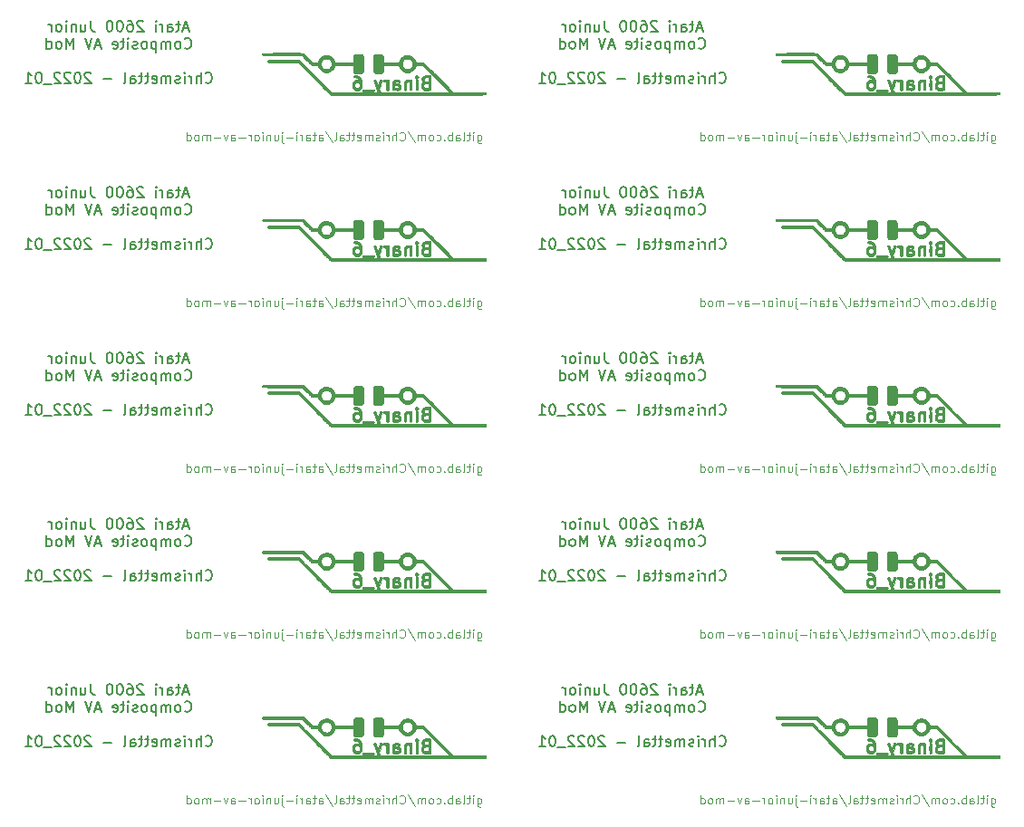
<source format=gbo>
G04 #@! TF.GenerationSoftware,KiCad,Pcbnew,(6.0.1)*
G04 #@! TF.CreationDate,2022-01-26T16:15:35+01:00*
G04 #@! TF.ProjectId,atari-junior-av-mod,61746172-692d-46a7-956e-696f722d6176,rev?*
G04 #@! TF.SameCoordinates,PX5edde38PY83caa5c*
G04 #@! TF.FileFunction,Legend,Bot*
G04 #@! TF.FilePolarity,Positive*
%FSLAX46Y46*%
G04 Gerber Fmt 4.6, Leading zero omitted, Abs format (unit mm)*
G04 Created by KiCad (PCBNEW (6.0.1)) date 2022-01-26 16:15:35*
%MOMM*%
%LPD*%
G01*
G04 APERTURE LIST*
%ADD10C,0.120000*%
%ADD11C,0.200000*%
%ADD12C,0.010000*%
%ADD13C,0.500000*%
%ADD14C,2.400000*%
G04 APERTURE END LIST*
D10*
X91190476Y8071429D02*
X91190476Y7423810D01*
X91228571Y7347620D01*
X91266666Y7309524D01*
X91342857Y7271429D01*
X91457142Y7271429D01*
X91533333Y7309524D01*
X91190476Y7576191D02*
X91266666Y7538096D01*
X91419047Y7538096D01*
X91495238Y7576191D01*
X91533333Y7614286D01*
X91571428Y7690477D01*
X91571428Y7919048D01*
X91533333Y7995239D01*
X91495238Y8033334D01*
X91419047Y8071429D01*
X91266666Y8071429D01*
X91190476Y8033334D01*
X90809523Y7538096D02*
X90809523Y8071429D01*
X90809523Y8338096D02*
X90847619Y8300000D01*
X90809523Y8261905D01*
X90771428Y8300000D01*
X90809523Y8338096D01*
X90809523Y8261905D01*
X90542857Y8071429D02*
X90238095Y8071429D01*
X90428571Y8338096D02*
X90428571Y7652381D01*
X90390476Y7576191D01*
X90314285Y7538096D01*
X90238095Y7538096D01*
X89857142Y7538096D02*
X89933333Y7576191D01*
X89971428Y7652381D01*
X89971428Y8338096D01*
X89209523Y7538096D02*
X89209523Y7957143D01*
X89247619Y8033334D01*
X89323809Y8071429D01*
X89476190Y8071429D01*
X89552380Y8033334D01*
X89209523Y7576191D02*
X89285714Y7538096D01*
X89476190Y7538096D01*
X89552380Y7576191D01*
X89590476Y7652381D01*
X89590476Y7728572D01*
X89552380Y7804762D01*
X89476190Y7842858D01*
X89285714Y7842858D01*
X89209523Y7880953D01*
X88828571Y7538096D02*
X88828571Y8338096D01*
X88828571Y8033334D02*
X88752380Y8071429D01*
X88600000Y8071429D01*
X88523809Y8033334D01*
X88485714Y7995239D01*
X88447619Y7919048D01*
X88447619Y7690477D01*
X88485714Y7614286D01*
X88523809Y7576191D01*
X88600000Y7538096D01*
X88752380Y7538096D01*
X88828571Y7576191D01*
X88104761Y7614286D02*
X88066666Y7576191D01*
X88104761Y7538096D01*
X88142857Y7576191D01*
X88104761Y7614286D01*
X88104761Y7538096D01*
X87380952Y7576191D02*
X87457142Y7538096D01*
X87609523Y7538096D01*
X87685714Y7576191D01*
X87723809Y7614286D01*
X87761904Y7690477D01*
X87761904Y7919048D01*
X87723809Y7995239D01*
X87685714Y8033334D01*
X87609523Y8071429D01*
X87457142Y8071429D01*
X87380952Y8033334D01*
X86923809Y7538096D02*
X87000000Y7576191D01*
X87038095Y7614286D01*
X87076190Y7690477D01*
X87076190Y7919048D01*
X87038095Y7995239D01*
X87000000Y8033334D01*
X86923809Y8071429D01*
X86809523Y8071429D01*
X86733333Y8033334D01*
X86695238Y7995239D01*
X86657142Y7919048D01*
X86657142Y7690477D01*
X86695238Y7614286D01*
X86733333Y7576191D01*
X86809523Y7538096D01*
X86923809Y7538096D01*
X86314285Y7538096D02*
X86314285Y8071429D01*
X86314285Y7995239D02*
X86276190Y8033334D01*
X86200000Y8071429D01*
X86085714Y8071429D01*
X86009523Y8033334D01*
X85971428Y7957143D01*
X85971428Y7538096D01*
X85971428Y7957143D02*
X85933333Y8033334D01*
X85857142Y8071429D01*
X85742857Y8071429D01*
X85666666Y8033334D01*
X85628571Y7957143D01*
X85628571Y7538096D01*
X84676190Y8376191D02*
X85361904Y7347620D01*
X83952380Y7614286D02*
X83990476Y7576191D01*
X84104761Y7538096D01*
X84180952Y7538096D01*
X84295238Y7576191D01*
X84371428Y7652381D01*
X84409523Y7728572D01*
X84447619Y7880953D01*
X84447619Y7995239D01*
X84409523Y8147620D01*
X84371428Y8223810D01*
X84295238Y8300000D01*
X84180952Y8338096D01*
X84104761Y8338096D01*
X83990476Y8300000D01*
X83952380Y8261905D01*
X83609523Y7538096D02*
X83609523Y8338096D01*
X83266666Y7538096D02*
X83266666Y7957143D01*
X83304761Y8033334D01*
X83380952Y8071429D01*
X83495238Y8071429D01*
X83571428Y8033334D01*
X83609523Y7995239D01*
X82885714Y7538096D02*
X82885714Y8071429D01*
X82885714Y7919048D02*
X82847619Y7995239D01*
X82809523Y8033334D01*
X82733333Y8071429D01*
X82657142Y8071429D01*
X82390476Y7538096D02*
X82390476Y8071429D01*
X82390476Y8338096D02*
X82428571Y8300000D01*
X82390476Y8261905D01*
X82352380Y8300000D01*
X82390476Y8338096D01*
X82390476Y8261905D01*
X82047619Y7576191D02*
X81971428Y7538096D01*
X81819047Y7538096D01*
X81742857Y7576191D01*
X81704761Y7652381D01*
X81704761Y7690477D01*
X81742857Y7766667D01*
X81819047Y7804762D01*
X81933333Y7804762D01*
X82009523Y7842858D01*
X82047619Y7919048D01*
X82047619Y7957143D01*
X82009523Y8033334D01*
X81933333Y8071429D01*
X81819047Y8071429D01*
X81742857Y8033334D01*
X81361904Y7538096D02*
X81361904Y8071429D01*
X81361904Y7995239D02*
X81323809Y8033334D01*
X81247619Y8071429D01*
X81133333Y8071429D01*
X81057142Y8033334D01*
X81019047Y7957143D01*
X81019047Y7538096D01*
X81019047Y7957143D02*
X80980952Y8033334D01*
X80904761Y8071429D01*
X80790476Y8071429D01*
X80714285Y8033334D01*
X80676190Y7957143D01*
X80676190Y7538096D01*
X79990476Y7576191D02*
X80066666Y7538096D01*
X80219047Y7538096D01*
X80295238Y7576191D01*
X80333333Y7652381D01*
X80333333Y7957143D01*
X80295238Y8033334D01*
X80219047Y8071429D01*
X80066666Y8071429D01*
X79990476Y8033334D01*
X79952380Y7957143D01*
X79952380Y7880953D01*
X80333333Y7804762D01*
X79723809Y8071429D02*
X79419047Y8071429D01*
X79609523Y8338096D02*
X79609523Y7652381D01*
X79571428Y7576191D01*
X79495238Y7538096D01*
X79419047Y7538096D01*
X79266666Y8071429D02*
X78961904Y8071429D01*
X79152380Y8338096D02*
X79152380Y7652381D01*
X79114285Y7576191D01*
X79038095Y7538096D01*
X78961904Y7538096D01*
X78352380Y7538096D02*
X78352380Y7957143D01*
X78390476Y8033334D01*
X78466666Y8071429D01*
X78619047Y8071429D01*
X78695238Y8033334D01*
X78352380Y7576191D02*
X78428571Y7538096D01*
X78619047Y7538096D01*
X78695238Y7576191D01*
X78733333Y7652381D01*
X78733333Y7728572D01*
X78695238Y7804762D01*
X78619047Y7842858D01*
X78428571Y7842858D01*
X78352380Y7880953D01*
X77857142Y7538096D02*
X77933333Y7576191D01*
X77971428Y7652381D01*
X77971428Y8338096D01*
X76980952Y8376191D02*
X77666666Y7347620D01*
X76371428Y7538096D02*
X76371428Y7957143D01*
X76409523Y8033334D01*
X76485714Y8071429D01*
X76638095Y8071429D01*
X76714285Y8033334D01*
X76371428Y7576191D02*
X76447619Y7538096D01*
X76638095Y7538096D01*
X76714285Y7576191D01*
X76752380Y7652381D01*
X76752380Y7728572D01*
X76714285Y7804762D01*
X76638095Y7842858D01*
X76447619Y7842858D01*
X76371428Y7880953D01*
X76104761Y8071429D02*
X75800000Y8071429D01*
X75990476Y8338096D02*
X75990476Y7652381D01*
X75952380Y7576191D01*
X75876190Y7538096D01*
X75800000Y7538096D01*
X75190476Y7538096D02*
X75190476Y7957143D01*
X75228571Y8033334D01*
X75304761Y8071429D01*
X75457142Y8071429D01*
X75533333Y8033334D01*
X75190476Y7576191D02*
X75266666Y7538096D01*
X75457142Y7538096D01*
X75533333Y7576191D01*
X75571428Y7652381D01*
X75571428Y7728572D01*
X75533333Y7804762D01*
X75457142Y7842858D01*
X75266666Y7842858D01*
X75190476Y7880953D01*
X74809523Y7538096D02*
X74809523Y8071429D01*
X74809523Y7919048D02*
X74771428Y7995239D01*
X74733333Y8033334D01*
X74657142Y8071429D01*
X74580952Y8071429D01*
X74314285Y7538096D02*
X74314285Y8071429D01*
X74314285Y8338096D02*
X74352380Y8300000D01*
X74314285Y8261905D01*
X74276190Y8300000D01*
X74314285Y8338096D01*
X74314285Y8261905D01*
X73933333Y7842858D02*
X73323809Y7842858D01*
X72942857Y8071429D02*
X72942857Y7385715D01*
X72980952Y7309524D01*
X73057142Y7271429D01*
X73095238Y7271429D01*
X72942857Y8338096D02*
X72980952Y8300000D01*
X72942857Y8261905D01*
X72904761Y8300000D01*
X72942857Y8338096D01*
X72942857Y8261905D01*
X72219047Y8071429D02*
X72219047Y7538096D01*
X72561904Y8071429D02*
X72561904Y7652381D01*
X72523809Y7576191D01*
X72447619Y7538096D01*
X72333333Y7538096D01*
X72257142Y7576191D01*
X72219047Y7614286D01*
X71838095Y8071429D02*
X71838095Y7538096D01*
X71838095Y7995239D02*
X71800000Y8033334D01*
X71723809Y8071429D01*
X71609523Y8071429D01*
X71533333Y8033334D01*
X71495238Y7957143D01*
X71495238Y7538096D01*
X71114285Y7538096D02*
X71114285Y8071429D01*
X71114285Y8338096D02*
X71152380Y8300000D01*
X71114285Y8261905D01*
X71076190Y8300000D01*
X71114285Y8338096D01*
X71114285Y8261905D01*
X70619047Y7538096D02*
X70695238Y7576191D01*
X70733333Y7614286D01*
X70771428Y7690477D01*
X70771428Y7919048D01*
X70733333Y7995239D01*
X70695238Y8033334D01*
X70619047Y8071429D01*
X70504761Y8071429D01*
X70428571Y8033334D01*
X70390476Y7995239D01*
X70352380Y7919048D01*
X70352380Y7690477D01*
X70390476Y7614286D01*
X70428571Y7576191D01*
X70504761Y7538096D01*
X70619047Y7538096D01*
X70009523Y7538096D02*
X70009523Y8071429D01*
X70009523Y7919048D02*
X69971428Y7995239D01*
X69933333Y8033334D01*
X69857142Y8071429D01*
X69780952Y8071429D01*
X69514285Y7842858D02*
X68904761Y7842858D01*
X68180952Y7538096D02*
X68180952Y7957143D01*
X68219047Y8033334D01*
X68295238Y8071429D01*
X68447619Y8071429D01*
X68523809Y8033334D01*
X68180952Y7576191D02*
X68257142Y7538096D01*
X68447619Y7538096D01*
X68523809Y7576191D01*
X68561904Y7652381D01*
X68561904Y7728572D01*
X68523809Y7804762D01*
X68447619Y7842858D01*
X68257142Y7842858D01*
X68180952Y7880953D01*
X67876190Y8071429D02*
X67685714Y7538096D01*
X67495238Y8071429D01*
X67190476Y7842858D02*
X66580952Y7842858D01*
X66200000Y7538096D02*
X66200000Y8071429D01*
X66200000Y7995239D02*
X66161904Y8033334D01*
X66085714Y8071429D01*
X65971428Y8071429D01*
X65895238Y8033334D01*
X65857142Y7957143D01*
X65857142Y7538096D01*
X65857142Y7957143D02*
X65819047Y8033334D01*
X65742857Y8071429D01*
X65628571Y8071429D01*
X65552380Y8033334D01*
X65514285Y7957143D01*
X65514285Y7538096D01*
X65019047Y7538096D02*
X65095238Y7576191D01*
X65133333Y7614286D01*
X65171428Y7690477D01*
X65171428Y7919048D01*
X65133333Y7995239D01*
X65095238Y8033334D01*
X65019047Y8071429D01*
X64904761Y8071429D01*
X64828571Y8033334D01*
X64790476Y7995239D01*
X64752380Y7919048D01*
X64752380Y7690477D01*
X64790476Y7614286D01*
X64828571Y7576191D01*
X64904761Y7538096D01*
X65019047Y7538096D01*
X64066666Y7538096D02*
X64066666Y8338096D01*
X64066666Y7576191D02*
X64142857Y7538096D01*
X64295238Y7538096D01*
X64371428Y7576191D01*
X64409523Y7614286D01*
X64447619Y7690477D01*
X64447619Y7919048D01*
X64409523Y7995239D01*
X64371428Y8033334D01*
X64295238Y8071429D01*
X64142857Y8071429D01*
X64066666Y8033334D01*
D11*
X64165190Y18020334D02*
X63689000Y18020334D01*
X64260428Y17734620D02*
X63927095Y18734620D01*
X63593761Y17734620D01*
X63403285Y18401286D02*
X63022333Y18401286D01*
X63260428Y18734620D02*
X63260428Y17877477D01*
X63212809Y17782239D01*
X63117571Y17734620D01*
X63022333Y17734620D01*
X62260428Y17734620D02*
X62260428Y18258429D01*
X62308047Y18353667D01*
X62403285Y18401286D01*
X62593761Y18401286D01*
X62689000Y18353667D01*
X62260428Y17782239D02*
X62355666Y17734620D01*
X62593761Y17734620D01*
X62689000Y17782239D01*
X62736619Y17877477D01*
X62736619Y17972715D01*
X62689000Y18067953D01*
X62593761Y18115572D01*
X62355666Y18115572D01*
X62260428Y18163191D01*
X61784238Y17734620D02*
X61784238Y18401286D01*
X61784238Y18210810D02*
X61736619Y18306048D01*
X61689000Y18353667D01*
X61593761Y18401286D01*
X61498523Y18401286D01*
X61165190Y17734620D02*
X61165190Y18401286D01*
X61165190Y18734620D02*
X61212809Y18687000D01*
X61165190Y18639381D01*
X61117571Y18687000D01*
X61165190Y18734620D01*
X61165190Y18639381D01*
X59974714Y18639381D02*
X59927095Y18687000D01*
X59831857Y18734620D01*
X59593761Y18734620D01*
X59498523Y18687000D01*
X59450904Y18639381D01*
X59403285Y18544143D01*
X59403285Y18448905D01*
X59450904Y18306048D01*
X60022333Y17734620D01*
X59403285Y17734620D01*
X58546142Y18734620D02*
X58736619Y18734620D01*
X58831857Y18687000D01*
X58879476Y18639381D01*
X58974714Y18496524D01*
X59022333Y18306048D01*
X59022333Y17925096D01*
X58974714Y17829858D01*
X58927095Y17782239D01*
X58831857Y17734620D01*
X58641380Y17734620D01*
X58546142Y17782239D01*
X58498523Y17829858D01*
X58450904Y17925096D01*
X58450904Y18163191D01*
X58498523Y18258429D01*
X58546142Y18306048D01*
X58641380Y18353667D01*
X58831857Y18353667D01*
X58927095Y18306048D01*
X58974714Y18258429D01*
X59022333Y18163191D01*
X57831857Y18734620D02*
X57736619Y18734620D01*
X57641380Y18687000D01*
X57593761Y18639381D01*
X57546142Y18544143D01*
X57498523Y18353667D01*
X57498523Y18115572D01*
X57546142Y17925096D01*
X57593761Y17829858D01*
X57641380Y17782239D01*
X57736619Y17734620D01*
X57831857Y17734620D01*
X57927095Y17782239D01*
X57974714Y17829858D01*
X58022333Y17925096D01*
X58069952Y18115572D01*
X58069952Y18353667D01*
X58022333Y18544143D01*
X57974714Y18639381D01*
X57927095Y18687000D01*
X57831857Y18734620D01*
X56879476Y18734620D02*
X56784238Y18734620D01*
X56689000Y18687000D01*
X56641380Y18639381D01*
X56593761Y18544143D01*
X56546142Y18353667D01*
X56546142Y18115572D01*
X56593761Y17925096D01*
X56641380Y17829858D01*
X56689000Y17782239D01*
X56784238Y17734620D01*
X56879476Y17734620D01*
X56974714Y17782239D01*
X57022333Y17829858D01*
X57069952Y17925096D01*
X57117571Y18115572D01*
X57117571Y18353667D01*
X57069952Y18544143D01*
X57022333Y18639381D01*
X56974714Y18687000D01*
X56879476Y18734620D01*
X55069952Y18734620D02*
X55069952Y18020334D01*
X55117571Y17877477D01*
X55212809Y17782239D01*
X55355666Y17734620D01*
X55450904Y17734620D01*
X54165190Y18401286D02*
X54165190Y17734620D01*
X54593761Y18401286D02*
X54593761Y17877477D01*
X54546142Y17782239D01*
X54450904Y17734620D01*
X54308047Y17734620D01*
X54212809Y17782239D01*
X54165190Y17829858D01*
X53689000Y18401286D02*
X53689000Y17734620D01*
X53689000Y18306048D02*
X53641380Y18353667D01*
X53546142Y18401286D01*
X53403285Y18401286D01*
X53308047Y18353667D01*
X53260428Y18258429D01*
X53260428Y17734620D01*
X52784238Y17734620D02*
X52784238Y18401286D01*
X52784238Y18734620D02*
X52831857Y18687000D01*
X52784238Y18639381D01*
X52736619Y18687000D01*
X52784238Y18734620D01*
X52784238Y18639381D01*
X52165190Y17734620D02*
X52260428Y17782239D01*
X52308047Y17829858D01*
X52355666Y17925096D01*
X52355666Y18210810D01*
X52308047Y18306048D01*
X52260428Y18353667D01*
X52165190Y18401286D01*
X52022333Y18401286D01*
X51927095Y18353667D01*
X51879476Y18306048D01*
X51831857Y18210810D01*
X51831857Y17925096D01*
X51879476Y17829858D01*
X51927095Y17782239D01*
X52022333Y17734620D01*
X52165190Y17734620D01*
X51403285Y17734620D02*
X51403285Y18401286D01*
X51403285Y18210810D02*
X51355666Y18306048D01*
X51308047Y18353667D01*
X51212809Y18401286D01*
X51117571Y18401286D01*
X63855666Y16219858D02*
X63903285Y16172239D01*
X64046142Y16124620D01*
X64141380Y16124620D01*
X64284238Y16172239D01*
X64379476Y16267477D01*
X64427095Y16362715D01*
X64474714Y16553191D01*
X64474714Y16696048D01*
X64427095Y16886524D01*
X64379476Y16981762D01*
X64284238Y17077000D01*
X64141380Y17124620D01*
X64046142Y17124620D01*
X63903285Y17077000D01*
X63855666Y17029381D01*
X63284238Y16124620D02*
X63379476Y16172239D01*
X63427095Y16219858D01*
X63474714Y16315096D01*
X63474714Y16600810D01*
X63427095Y16696048D01*
X63379476Y16743667D01*
X63284238Y16791286D01*
X63141380Y16791286D01*
X63046142Y16743667D01*
X62998523Y16696048D01*
X62950904Y16600810D01*
X62950904Y16315096D01*
X62998523Y16219858D01*
X63046142Y16172239D01*
X63141380Y16124620D01*
X63284238Y16124620D01*
X62522333Y16124620D02*
X62522333Y16791286D01*
X62522333Y16696048D02*
X62474714Y16743667D01*
X62379476Y16791286D01*
X62236619Y16791286D01*
X62141380Y16743667D01*
X62093761Y16648429D01*
X62093761Y16124620D01*
X62093761Y16648429D02*
X62046142Y16743667D01*
X61950904Y16791286D01*
X61808047Y16791286D01*
X61712809Y16743667D01*
X61665190Y16648429D01*
X61665190Y16124620D01*
X61189000Y16791286D02*
X61189000Y15791286D01*
X61189000Y16743667D02*
X61093761Y16791286D01*
X60903285Y16791286D01*
X60808047Y16743667D01*
X60760428Y16696048D01*
X60712809Y16600810D01*
X60712809Y16315096D01*
X60760428Y16219858D01*
X60808047Y16172239D01*
X60903285Y16124620D01*
X61093761Y16124620D01*
X61189000Y16172239D01*
X60141380Y16124620D02*
X60236619Y16172239D01*
X60284238Y16219858D01*
X60331857Y16315096D01*
X60331857Y16600810D01*
X60284238Y16696048D01*
X60236619Y16743667D01*
X60141380Y16791286D01*
X59998523Y16791286D01*
X59903285Y16743667D01*
X59855666Y16696048D01*
X59808047Y16600810D01*
X59808047Y16315096D01*
X59855666Y16219858D01*
X59903285Y16172239D01*
X59998523Y16124620D01*
X60141380Y16124620D01*
X59427095Y16172239D02*
X59331857Y16124620D01*
X59141380Y16124620D01*
X59046142Y16172239D01*
X58998523Y16267477D01*
X58998523Y16315096D01*
X59046142Y16410334D01*
X59141380Y16457953D01*
X59284238Y16457953D01*
X59379476Y16505572D01*
X59427095Y16600810D01*
X59427095Y16648429D01*
X59379476Y16743667D01*
X59284238Y16791286D01*
X59141380Y16791286D01*
X59046142Y16743667D01*
X58569952Y16124620D02*
X58569952Y16791286D01*
X58569952Y17124620D02*
X58617571Y17077000D01*
X58569952Y17029381D01*
X58522333Y17077000D01*
X58569952Y17124620D01*
X58569952Y17029381D01*
X58236619Y16791286D02*
X57855666Y16791286D01*
X58093761Y17124620D02*
X58093761Y16267477D01*
X58046142Y16172239D01*
X57950904Y16124620D01*
X57855666Y16124620D01*
X57141380Y16172239D02*
X57236619Y16124620D01*
X57427095Y16124620D01*
X57522333Y16172239D01*
X57569952Y16267477D01*
X57569952Y16648429D01*
X57522333Y16743667D01*
X57427095Y16791286D01*
X57236619Y16791286D01*
X57141380Y16743667D01*
X57093761Y16648429D01*
X57093761Y16553191D01*
X57569952Y16457953D01*
X55950904Y16410334D02*
X55474714Y16410334D01*
X56046142Y16124620D02*
X55712809Y17124620D01*
X55379476Y16124620D01*
X55189000Y17124620D02*
X54855666Y16124620D01*
X54522333Y17124620D01*
X53427095Y16124620D02*
X53427095Y17124620D01*
X53093761Y16410334D01*
X52760428Y17124620D01*
X52760428Y16124620D01*
X52141380Y16124620D02*
X52236619Y16172239D01*
X52284238Y16219858D01*
X52331857Y16315096D01*
X52331857Y16600810D01*
X52284238Y16696048D01*
X52236619Y16743667D01*
X52141380Y16791286D01*
X51998523Y16791286D01*
X51903285Y16743667D01*
X51855666Y16696048D01*
X51808047Y16600810D01*
X51808047Y16315096D01*
X51855666Y16219858D01*
X51903285Y16172239D01*
X51998523Y16124620D01*
X52141380Y16124620D01*
X50950904Y16124620D02*
X50950904Y17124620D01*
X50950904Y16172239D02*
X51046142Y16124620D01*
X51236619Y16124620D01*
X51331857Y16172239D01*
X51379476Y16219858D01*
X51427095Y16315096D01*
X51427095Y16600810D01*
X51379476Y16696048D01*
X51331857Y16743667D01*
X51236619Y16791286D01*
X51046142Y16791286D01*
X50950904Y16743667D01*
X65784238Y12999858D02*
X65831857Y12952239D01*
X65974714Y12904620D01*
X66069952Y12904620D01*
X66212809Y12952239D01*
X66308047Y13047477D01*
X66355666Y13142715D01*
X66403285Y13333191D01*
X66403285Y13476048D01*
X66355666Y13666524D01*
X66308047Y13761762D01*
X66212809Y13857000D01*
X66069952Y13904620D01*
X65974714Y13904620D01*
X65831857Y13857000D01*
X65784238Y13809381D01*
X65355666Y12904620D02*
X65355666Y13904620D01*
X64927095Y12904620D02*
X64927095Y13428429D01*
X64974714Y13523667D01*
X65069952Y13571286D01*
X65212809Y13571286D01*
X65308047Y13523667D01*
X65355666Y13476048D01*
X64450904Y12904620D02*
X64450904Y13571286D01*
X64450904Y13380810D02*
X64403285Y13476048D01*
X64355666Y13523667D01*
X64260428Y13571286D01*
X64165190Y13571286D01*
X63831857Y12904620D02*
X63831857Y13571286D01*
X63831857Y13904620D02*
X63879476Y13857000D01*
X63831857Y13809381D01*
X63784238Y13857000D01*
X63831857Y13904620D01*
X63831857Y13809381D01*
X63403285Y12952239D02*
X63308047Y12904620D01*
X63117571Y12904620D01*
X63022333Y12952239D01*
X62974714Y13047477D01*
X62974714Y13095096D01*
X63022333Y13190334D01*
X63117571Y13237953D01*
X63260428Y13237953D01*
X63355666Y13285572D01*
X63403285Y13380810D01*
X63403285Y13428429D01*
X63355666Y13523667D01*
X63260428Y13571286D01*
X63117571Y13571286D01*
X63022333Y13523667D01*
X62546142Y12904620D02*
X62546142Y13571286D01*
X62546142Y13476048D02*
X62498523Y13523667D01*
X62403285Y13571286D01*
X62260428Y13571286D01*
X62165190Y13523667D01*
X62117571Y13428429D01*
X62117571Y12904620D01*
X62117571Y13428429D02*
X62069952Y13523667D01*
X61974714Y13571286D01*
X61831857Y13571286D01*
X61736619Y13523667D01*
X61689000Y13428429D01*
X61689000Y12904620D01*
X60831857Y12952239D02*
X60927095Y12904620D01*
X61117571Y12904620D01*
X61212809Y12952239D01*
X61260428Y13047477D01*
X61260428Y13428429D01*
X61212809Y13523667D01*
X61117571Y13571286D01*
X60927095Y13571286D01*
X60831857Y13523667D01*
X60784238Y13428429D01*
X60784238Y13333191D01*
X61260428Y13237953D01*
X60498523Y13571286D02*
X60117571Y13571286D01*
X60355666Y13904620D02*
X60355666Y13047477D01*
X60308047Y12952239D01*
X60212809Y12904620D01*
X60117571Y12904620D01*
X59927095Y13571286D02*
X59546142Y13571286D01*
X59784238Y13904620D02*
X59784238Y13047477D01*
X59736619Y12952239D01*
X59641380Y12904620D01*
X59546142Y12904620D01*
X58784238Y12904620D02*
X58784238Y13428429D01*
X58831857Y13523667D01*
X58927095Y13571286D01*
X59117571Y13571286D01*
X59212809Y13523667D01*
X58784238Y12952239D02*
X58879476Y12904620D01*
X59117571Y12904620D01*
X59212809Y12952239D01*
X59260428Y13047477D01*
X59260428Y13142715D01*
X59212809Y13237953D01*
X59117571Y13285572D01*
X58879476Y13285572D01*
X58784238Y13333191D01*
X58165190Y12904620D02*
X58260428Y12952239D01*
X58308047Y13047477D01*
X58308047Y13904620D01*
X57022333Y13285572D02*
X56260428Y13285572D01*
X55069952Y13809381D02*
X55022333Y13857000D01*
X54927095Y13904620D01*
X54689000Y13904620D01*
X54593761Y13857000D01*
X54546142Y13809381D01*
X54498523Y13714143D01*
X54498523Y13618905D01*
X54546142Y13476048D01*
X55117571Y12904620D01*
X54498523Y12904620D01*
X53879476Y13904620D02*
X53784238Y13904620D01*
X53689000Y13857000D01*
X53641380Y13809381D01*
X53593761Y13714143D01*
X53546142Y13523667D01*
X53546142Y13285572D01*
X53593761Y13095096D01*
X53641380Y12999858D01*
X53689000Y12952239D01*
X53784238Y12904620D01*
X53879476Y12904620D01*
X53974714Y12952239D01*
X54022333Y12999858D01*
X54069952Y13095096D01*
X54117571Y13285572D01*
X54117571Y13523667D01*
X54069952Y13714143D01*
X54022333Y13809381D01*
X53974714Y13857000D01*
X53879476Y13904620D01*
X53165190Y13809381D02*
X53117571Y13857000D01*
X53022333Y13904620D01*
X52784238Y13904620D01*
X52689000Y13857000D01*
X52641380Y13809381D01*
X52593761Y13714143D01*
X52593761Y13618905D01*
X52641380Y13476048D01*
X53212809Y12904620D01*
X52593761Y12904620D01*
X52212809Y13809381D02*
X52165190Y13857000D01*
X52069952Y13904620D01*
X51831857Y13904620D01*
X51736619Y13857000D01*
X51689000Y13809381D01*
X51641380Y13714143D01*
X51641380Y13618905D01*
X51689000Y13476048D01*
X52260428Y12904620D01*
X51641380Y12904620D01*
X51450904Y12809381D02*
X50689000Y12809381D01*
X50260428Y13904620D02*
X50165190Y13904620D01*
X50069952Y13857000D01*
X50022333Y13809381D01*
X49974714Y13714143D01*
X49927095Y13523667D01*
X49927095Y13285572D01*
X49974714Y13095096D01*
X50022333Y12999858D01*
X50069952Y12952239D01*
X50165190Y12904620D01*
X50260428Y12904620D01*
X50355666Y12952239D01*
X50403285Y12999858D01*
X50450904Y13095096D01*
X50498523Y13285572D01*
X50498523Y13523667D01*
X50450904Y13714143D01*
X50403285Y13809381D01*
X50355666Y13857000D01*
X50260428Y13904620D01*
X48974714Y12904620D02*
X49546142Y12904620D01*
X49260428Y12904620D02*
X49260428Y13904620D01*
X49355666Y13761762D01*
X49450904Y13666524D01*
X49546142Y13618905D01*
D10*
X43190476Y8071429D02*
X43190476Y7423810D01*
X43228571Y7347620D01*
X43266666Y7309524D01*
X43342857Y7271429D01*
X43457142Y7271429D01*
X43533333Y7309524D01*
X43190476Y7576191D02*
X43266666Y7538096D01*
X43419047Y7538096D01*
X43495238Y7576191D01*
X43533333Y7614286D01*
X43571428Y7690477D01*
X43571428Y7919048D01*
X43533333Y7995239D01*
X43495238Y8033334D01*
X43419047Y8071429D01*
X43266666Y8071429D01*
X43190476Y8033334D01*
X42809523Y7538096D02*
X42809523Y8071429D01*
X42809523Y8338096D02*
X42847619Y8300000D01*
X42809523Y8261905D01*
X42771428Y8300000D01*
X42809523Y8338096D01*
X42809523Y8261905D01*
X42542857Y8071429D02*
X42238095Y8071429D01*
X42428571Y8338096D02*
X42428571Y7652381D01*
X42390476Y7576191D01*
X42314285Y7538096D01*
X42238095Y7538096D01*
X41857142Y7538096D02*
X41933333Y7576191D01*
X41971428Y7652381D01*
X41971428Y8338096D01*
X41209523Y7538096D02*
X41209523Y7957143D01*
X41247619Y8033334D01*
X41323809Y8071429D01*
X41476190Y8071429D01*
X41552380Y8033334D01*
X41209523Y7576191D02*
X41285714Y7538096D01*
X41476190Y7538096D01*
X41552380Y7576191D01*
X41590476Y7652381D01*
X41590476Y7728572D01*
X41552380Y7804762D01*
X41476190Y7842858D01*
X41285714Y7842858D01*
X41209523Y7880953D01*
X40828571Y7538096D02*
X40828571Y8338096D01*
X40828571Y8033334D02*
X40752380Y8071429D01*
X40600000Y8071429D01*
X40523809Y8033334D01*
X40485714Y7995239D01*
X40447619Y7919048D01*
X40447619Y7690477D01*
X40485714Y7614286D01*
X40523809Y7576191D01*
X40600000Y7538096D01*
X40752380Y7538096D01*
X40828571Y7576191D01*
X40104761Y7614286D02*
X40066666Y7576191D01*
X40104761Y7538096D01*
X40142857Y7576191D01*
X40104761Y7614286D01*
X40104761Y7538096D01*
X39380952Y7576191D02*
X39457142Y7538096D01*
X39609523Y7538096D01*
X39685714Y7576191D01*
X39723809Y7614286D01*
X39761904Y7690477D01*
X39761904Y7919048D01*
X39723809Y7995239D01*
X39685714Y8033334D01*
X39609523Y8071429D01*
X39457142Y8071429D01*
X39380952Y8033334D01*
X38923809Y7538096D02*
X39000000Y7576191D01*
X39038095Y7614286D01*
X39076190Y7690477D01*
X39076190Y7919048D01*
X39038095Y7995239D01*
X39000000Y8033334D01*
X38923809Y8071429D01*
X38809523Y8071429D01*
X38733333Y8033334D01*
X38695238Y7995239D01*
X38657142Y7919048D01*
X38657142Y7690477D01*
X38695238Y7614286D01*
X38733333Y7576191D01*
X38809523Y7538096D01*
X38923809Y7538096D01*
X38314285Y7538096D02*
X38314285Y8071429D01*
X38314285Y7995239D02*
X38276190Y8033334D01*
X38200000Y8071429D01*
X38085714Y8071429D01*
X38009523Y8033334D01*
X37971428Y7957143D01*
X37971428Y7538096D01*
X37971428Y7957143D02*
X37933333Y8033334D01*
X37857142Y8071429D01*
X37742857Y8071429D01*
X37666666Y8033334D01*
X37628571Y7957143D01*
X37628571Y7538096D01*
X36676190Y8376191D02*
X37361904Y7347620D01*
X35952380Y7614286D02*
X35990476Y7576191D01*
X36104761Y7538096D01*
X36180952Y7538096D01*
X36295238Y7576191D01*
X36371428Y7652381D01*
X36409523Y7728572D01*
X36447619Y7880953D01*
X36447619Y7995239D01*
X36409523Y8147620D01*
X36371428Y8223810D01*
X36295238Y8300000D01*
X36180952Y8338096D01*
X36104761Y8338096D01*
X35990476Y8300000D01*
X35952380Y8261905D01*
X35609523Y7538096D02*
X35609523Y8338096D01*
X35266666Y7538096D02*
X35266666Y7957143D01*
X35304761Y8033334D01*
X35380952Y8071429D01*
X35495238Y8071429D01*
X35571428Y8033334D01*
X35609523Y7995239D01*
X34885714Y7538096D02*
X34885714Y8071429D01*
X34885714Y7919048D02*
X34847619Y7995239D01*
X34809523Y8033334D01*
X34733333Y8071429D01*
X34657142Y8071429D01*
X34390476Y7538096D02*
X34390476Y8071429D01*
X34390476Y8338096D02*
X34428571Y8300000D01*
X34390476Y8261905D01*
X34352380Y8300000D01*
X34390476Y8338096D01*
X34390476Y8261905D01*
X34047619Y7576191D02*
X33971428Y7538096D01*
X33819047Y7538096D01*
X33742857Y7576191D01*
X33704761Y7652381D01*
X33704761Y7690477D01*
X33742857Y7766667D01*
X33819047Y7804762D01*
X33933333Y7804762D01*
X34009523Y7842858D01*
X34047619Y7919048D01*
X34047619Y7957143D01*
X34009523Y8033334D01*
X33933333Y8071429D01*
X33819047Y8071429D01*
X33742857Y8033334D01*
X33361904Y7538096D02*
X33361904Y8071429D01*
X33361904Y7995239D02*
X33323809Y8033334D01*
X33247619Y8071429D01*
X33133333Y8071429D01*
X33057142Y8033334D01*
X33019047Y7957143D01*
X33019047Y7538096D01*
X33019047Y7957143D02*
X32980952Y8033334D01*
X32904761Y8071429D01*
X32790476Y8071429D01*
X32714285Y8033334D01*
X32676190Y7957143D01*
X32676190Y7538096D01*
X31990476Y7576191D02*
X32066666Y7538096D01*
X32219047Y7538096D01*
X32295238Y7576191D01*
X32333333Y7652381D01*
X32333333Y7957143D01*
X32295238Y8033334D01*
X32219047Y8071429D01*
X32066666Y8071429D01*
X31990476Y8033334D01*
X31952380Y7957143D01*
X31952380Y7880953D01*
X32333333Y7804762D01*
X31723809Y8071429D02*
X31419047Y8071429D01*
X31609523Y8338096D02*
X31609523Y7652381D01*
X31571428Y7576191D01*
X31495238Y7538096D01*
X31419047Y7538096D01*
X31266666Y8071429D02*
X30961904Y8071429D01*
X31152380Y8338096D02*
X31152380Y7652381D01*
X31114285Y7576191D01*
X31038095Y7538096D01*
X30961904Y7538096D01*
X30352380Y7538096D02*
X30352380Y7957143D01*
X30390476Y8033334D01*
X30466666Y8071429D01*
X30619047Y8071429D01*
X30695238Y8033334D01*
X30352380Y7576191D02*
X30428571Y7538096D01*
X30619047Y7538096D01*
X30695238Y7576191D01*
X30733333Y7652381D01*
X30733333Y7728572D01*
X30695238Y7804762D01*
X30619047Y7842858D01*
X30428571Y7842858D01*
X30352380Y7880953D01*
X29857142Y7538096D02*
X29933333Y7576191D01*
X29971428Y7652381D01*
X29971428Y8338096D01*
X28980952Y8376191D02*
X29666666Y7347620D01*
X28371428Y7538096D02*
X28371428Y7957143D01*
X28409523Y8033334D01*
X28485714Y8071429D01*
X28638095Y8071429D01*
X28714285Y8033334D01*
X28371428Y7576191D02*
X28447619Y7538096D01*
X28638095Y7538096D01*
X28714285Y7576191D01*
X28752380Y7652381D01*
X28752380Y7728572D01*
X28714285Y7804762D01*
X28638095Y7842858D01*
X28447619Y7842858D01*
X28371428Y7880953D01*
X28104761Y8071429D02*
X27800000Y8071429D01*
X27990476Y8338096D02*
X27990476Y7652381D01*
X27952380Y7576191D01*
X27876190Y7538096D01*
X27800000Y7538096D01*
X27190476Y7538096D02*
X27190476Y7957143D01*
X27228571Y8033334D01*
X27304761Y8071429D01*
X27457142Y8071429D01*
X27533333Y8033334D01*
X27190476Y7576191D02*
X27266666Y7538096D01*
X27457142Y7538096D01*
X27533333Y7576191D01*
X27571428Y7652381D01*
X27571428Y7728572D01*
X27533333Y7804762D01*
X27457142Y7842858D01*
X27266666Y7842858D01*
X27190476Y7880953D01*
X26809523Y7538096D02*
X26809523Y8071429D01*
X26809523Y7919048D02*
X26771428Y7995239D01*
X26733333Y8033334D01*
X26657142Y8071429D01*
X26580952Y8071429D01*
X26314285Y7538096D02*
X26314285Y8071429D01*
X26314285Y8338096D02*
X26352380Y8300000D01*
X26314285Y8261905D01*
X26276190Y8300000D01*
X26314285Y8338096D01*
X26314285Y8261905D01*
X25933333Y7842858D02*
X25323809Y7842858D01*
X24942857Y8071429D02*
X24942857Y7385715D01*
X24980952Y7309524D01*
X25057142Y7271429D01*
X25095238Y7271429D01*
X24942857Y8338096D02*
X24980952Y8300000D01*
X24942857Y8261905D01*
X24904761Y8300000D01*
X24942857Y8338096D01*
X24942857Y8261905D01*
X24219047Y8071429D02*
X24219047Y7538096D01*
X24561904Y8071429D02*
X24561904Y7652381D01*
X24523809Y7576191D01*
X24447619Y7538096D01*
X24333333Y7538096D01*
X24257142Y7576191D01*
X24219047Y7614286D01*
X23838095Y8071429D02*
X23838095Y7538096D01*
X23838095Y7995239D02*
X23800000Y8033334D01*
X23723809Y8071429D01*
X23609523Y8071429D01*
X23533333Y8033334D01*
X23495238Y7957143D01*
X23495238Y7538096D01*
X23114285Y7538096D02*
X23114285Y8071429D01*
X23114285Y8338096D02*
X23152380Y8300000D01*
X23114285Y8261905D01*
X23076190Y8300000D01*
X23114285Y8338096D01*
X23114285Y8261905D01*
X22619047Y7538096D02*
X22695238Y7576191D01*
X22733333Y7614286D01*
X22771428Y7690477D01*
X22771428Y7919048D01*
X22733333Y7995239D01*
X22695238Y8033334D01*
X22619047Y8071429D01*
X22504761Y8071429D01*
X22428571Y8033334D01*
X22390476Y7995239D01*
X22352380Y7919048D01*
X22352380Y7690477D01*
X22390476Y7614286D01*
X22428571Y7576191D01*
X22504761Y7538096D01*
X22619047Y7538096D01*
X22009523Y7538096D02*
X22009523Y8071429D01*
X22009523Y7919048D02*
X21971428Y7995239D01*
X21933333Y8033334D01*
X21857142Y8071429D01*
X21780952Y8071429D01*
X21514285Y7842858D02*
X20904761Y7842858D01*
X20180952Y7538096D02*
X20180952Y7957143D01*
X20219047Y8033334D01*
X20295238Y8071429D01*
X20447619Y8071429D01*
X20523809Y8033334D01*
X20180952Y7576191D02*
X20257142Y7538096D01*
X20447619Y7538096D01*
X20523809Y7576191D01*
X20561904Y7652381D01*
X20561904Y7728572D01*
X20523809Y7804762D01*
X20447619Y7842858D01*
X20257142Y7842858D01*
X20180952Y7880953D01*
X19876190Y8071429D02*
X19685714Y7538096D01*
X19495238Y8071429D01*
X19190476Y7842858D02*
X18580952Y7842858D01*
X18200000Y7538096D02*
X18200000Y8071429D01*
X18200000Y7995239D02*
X18161904Y8033334D01*
X18085714Y8071429D01*
X17971428Y8071429D01*
X17895238Y8033334D01*
X17857142Y7957143D01*
X17857142Y7538096D01*
X17857142Y7957143D02*
X17819047Y8033334D01*
X17742857Y8071429D01*
X17628571Y8071429D01*
X17552380Y8033334D01*
X17514285Y7957143D01*
X17514285Y7538096D01*
X17019047Y7538096D02*
X17095238Y7576191D01*
X17133333Y7614286D01*
X17171428Y7690477D01*
X17171428Y7919048D01*
X17133333Y7995239D01*
X17095238Y8033334D01*
X17019047Y8071429D01*
X16904761Y8071429D01*
X16828571Y8033334D01*
X16790476Y7995239D01*
X16752380Y7919048D01*
X16752380Y7690477D01*
X16790476Y7614286D01*
X16828571Y7576191D01*
X16904761Y7538096D01*
X17019047Y7538096D01*
X16066666Y7538096D02*
X16066666Y8338096D01*
X16066666Y7576191D02*
X16142857Y7538096D01*
X16295238Y7538096D01*
X16371428Y7576191D01*
X16409523Y7614286D01*
X16447619Y7690477D01*
X16447619Y7919048D01*
X16409523Y7995239D01*
X16371428Y8033334D01*
X16295238Y8071429D01*
X16142857Y8071429D01*
X16066666Y8033334D01*
D11*
X16165190Y18020334D02*
X15689000Y18020334D01*
X16260428Y17734620D02*
X15927095Y18734620D01*
X15593761Y17734620D01*
X15403285Y18401286D02*
X15022333Y18401286D01*
X15260428Y18734620D02*
X15260428Y17877477D01*
X15212809Y17782239D01*
X15117571Y17734620D01*
X15022333Y17734620D01*
X14260428Y17734620D02*
X14260428Y18258429D01*
X14308047Y18353667D01*
X14403285Y18401286D01*
X14593761Y18401286D01*
X14689000Y18353667D01*
X14260428Y17782239D02*
X14355666Y17734620D01*
X14593761Y17734620D01*
X14689000Y17782239D01*
X14736619Y17877477D01*
X14736619Y17972715D01*
X14689000Y18067953D01*
X14593761Y18115572D01*
X14355666Y18115572D01*
X14260428Y18163191D01*
X13784238Y17734620D02*
X13784238Y18401286D01*
X13784238Y18210810D02*
X13736619Y18306048D01*
X13689000Y18353667D01*
X13593761Y18401286D01*
X13498523Y18401286D01*
X13165190Y17734620D02*
X13165190Y18401286D01*
X13165190Y18734620D02*
X13212809Y18687000D01*
X13165190Y18639381D01*
X13117571Y18687000D01*
X13165190Y18734620D01*
X13165190Y18639381D01*
X11974714Y18639381D02*
X11927095Y18687000D01*
X11831857Y18734620D01*
X11593761Y18734620D01*
X11498523Y18687000D01*
X11450904Y18639381D01*
X11403285Y18544143D01*
X11403285Y18448905D01*
X11450904Y18306048D01*
X12022333Y17734620D01*
X11403285Y17734620D01*
X10546142Y18734620D02*
X10736619Y18734620D01*
X10831857Y18687000D01*
X10879476Y18639381D01*
X10974714Y18496524D01*
X11022333Y18306048D01*
X11022333Y17925096D01*
X10974714Y17829858D01*
X10927095Y17782239D01*
X10831857Y17734620D01*
X10641380Y17734620D01*
X10546142Y17782239D01*
X10498523Y17829858D01*
X10450904Y17925096D01*
X10450904Y18163191D01*
X10498523Y18258429D01*
X10546142Y18306048D01*
X10641380Y18353667D01*
X10831857Y18353667D01*
X10927095Y18306048D01*
X10974714Y18258429D01*
X11022333Y18163191D01*
X9831857Y18734620D02*
X9736619Y18734620D01*
X9641380Y18687000D01*
X9593761Y18639381D01*
X9546142Y18544143D01*
X9498523Y18353667D01*
X9498523Y18115572D01*
X9546142Y17925096D01*
X9593761Y17829858D01*
X9641380Y17782239D01*
X9736619Y17734620D01*
X9831857Y17734620D01*
X9927095Y17782239D01*
X9974714Y17829858D01*
X10022333Y17925096D01*
X10069952Y18115572D01*
X10069952Y18353667D01*
X10022333Y18544143D01*
X9974714Y18639381D01*
X9927095Y18687000D01*
X9831857Y18734620D01*
X8879476Y18734620D02*
X8784238Y18734620D01*
X8689000Y18687000D01*
X8641380Y18639381D01*
X8593761Y18544143D01*
X8546142Y18353667D01*
X8546142Y18115572D01*
X8593761Y17925096D01*
X8641380Y17829858D01*
X8689000Y17782239D01*
X8784238Y17734620D01*
X8879476Y17734620D01*
X8974714Y17782239D01*
X9022333Y17829858D01*
X9069952Y17925096D01*
X9117571Y18115572D01*
X9117571Y18353667D01*
X9069952Y18544143D01*
X9022333Y18639381D01*
X8974714Y18687000D01*
X8879476Y18734620D01*
X7069952Y18734620D02*
X7069952Y18020334D01*
X7117571Y17877477D01*
X7212809Y17782239D01*
X7355666Y17734620D01*
X7450904Y17734620D01*
X6165190Y18401286D02*
X6165190Y17734620D01*
X6593761Y18401286D02*
X6593761Y17877477D01*
X6546142Y17782239D01*
X6450904Y17734620D01*
X6308047Y17734620D01*
X6212809Y17782239D01*
X6165190Y17829858D01*
X5689000Y18401286D02*
X5689000Y17734620D01*
X5689000Y18306048D02*
X5641380Y18353667D01*
X5546142Y18401286D01*
X5403285Y18401286D01*
X5308047Y18353667D01*
X5260428Y18258429D01*
X5260428Y17734620D01*
X4784238Y17734620D02*
X4784238Y18401286D01*
X4784238Y18734620D02*
X4831857Y18687000D01*
X4784238Y18639381D01*
X4736619Y18687000D01*
X4784238Y18734620D01*
X4784238Y18639381D01*
X4165190Y17734620D02*
X4260428Y17782239D01*
X4308047Y17829858D01*
X4355666Y17925096D01*
X4355666Y18210810D01*
X4308047Y18306048D01*
X4260428Y18353667D01*
X4165190Y18401286D01*
X4022333Y18401286D01*
X3927095Y18353667D01*
X3879476Y18306048D01*
X3831857Y18210810D01*
X3831857Y17925096D01*
X3879476Y17829858D01*
X3927095Y17782239D01*
X4022333Y17734620D01*
X4165190Y17734620D01*
X3403285Y17734620D02*
X3403285Y18401286D01*
X3403285Y18210810D02*
X3355666Y18306048D01*
X3308047Y18353667D01*
X3212809Y18401286D01*
X3117571Y18401286D01*
X15855666Y16219858D02*
X15903285Y16172239D01*
X16046142Y16124620D01*
X16141380Y16124620D01*
X16284238Y16172239D01*
X16379476Y16267477D01*
X16427095Y16362715D01*
X16474714Y16553191D01*
X16474714Y16696048D01*
X16427095Y16886524D01*
X16379476Y16981762D01*
X16284238Y17077000D01*
X16141380Y17124620D01*
X16046142Y17124620D01*
X15903285Y17077000D01*
X15855666Y17029381D01*
X15284238Y16124620D02*
X15379476Y16172239D01*
X15427095Y16219858D01*
X15474714Y16315096D01*
X15474714Y16600810D01*
X15427095Y16696048D01*
X15379476Y16743667D01*
X15284238Y16791286D01*
X15141380Y16791286D01*
X15046142Y16743667D01*
X14998523Y16696048D01*
X14950904Y16600810D01*
X14950904Y16315096D01*
X14998523Y16219858D01*
X15046142Y16172239D01*
X15141380Y16124620D01*
X15284238Y16124620D01*
X14522333Y16124620D02*
X14522333Y16791286D01*
X14522333Y16696048D02*
X14474714Y16743667D01*
X14379476Y16791286D01*
X14236619Y16791286D01*
X14141380Y16743667D01*
X14093761Y16648429D01*
X14093761Y16124620D01*
X14093761Y16648429D02*
X14046142Y16743667D01*
X13950904Y16791286D01*
X13808047Y16791286D01*
X13712809Y16743667D01*
X13665190Y16648429D01*
X13665190Y16124620D01*
X13189000Y16791286D02*
X13189000Y15791286D01*
X13189000Y16743667D02*
X13093761Y16791286D01*
X12903285Y16791286D01*
X12808047Y16743667D01*
X12760428Y16696048D01*
X12712809Y16600810D01*
X12712809Y16315096D01*
X12760428Y16219858D01*
X12808047Y16172239D01*
X12903285Y16124620D01*
X13093761Y16124620D01*
X13189000Y16172239D01*
X12141380Y16124620D02*
X12236619Y16172239D01*
X12284238Y16219858D01*
X12331857Y16315096D01*
X12331857Y16600810D01*
X12284238Y16696048D01*
X12236619Y16743667D01*
X12141380Y16791286D01*
X11998523Y16791286D01*
X11903285Y16743667D01*
X11855666Y16696048D01*
X11808047Y16600810D01*
X11808047Y16315096D01*
X11855666Y16219858D01*
X11903285Y16172239D01*
X11998523Y16124620D01*
X12141380Y16124620D01*
X11427095Y16172239D02*
X11331857Y16124620D01*
X11141380Y16124620D01*
X11046142Y16172239D01*
X10998523Y16267477D01*
X10998523Y16315096D01*
X11046142Y16410334D01*
X11141380Y16457953D01*
X11284238Y16457953D01*
X11379476Y16505572D01*
X11427095Y16600810D01*
X11427095Y16648429D01*
X11379476Y16743667D01*
X11284238Y16791286D01*
X11141380Y16791286D01*
X11046142Y16743667D01*
X10569952Y16124620D02*
X10569952Y16791286D01*
X10569952Y17124620D02*
X10617571Y17077000D01*
X10569952Y17029381D01*
X10522333Y17077000D01*
X10569952Y17124620D01*
X10569952Y17029381D01*
X10236619Y16791286D02*
X9855666Y16791286D01*
X10093761Y17124620D02*
X10093761Y16267477D01*
X10046142Y16172239D01*
X9950904Y16124620D01*
X9855666Y16124620D01*
X9141380Y16172239D02*
X9236619Y16124620D01*
X9427095Y16124620D01*
X9522333Y16172239D01*
X9569952Y16267477D01*
X9569952Y16648429D01*
X9522333Y16743667D01*
X9427095Y16791286D01*
X9236619Y16791286D01*
X9141380Y16743667D01*
X9093761Y16648429D01*
X9093761Y16553191D01*
X9569952Y16457953D01*
X7950904Y16410334D02*
X7474714Y16410334D01*
X8046142Y16124620D02*
X7712809Y17124620D01*
X7379476Y16124620D01*
X7189000Y17124620D02*
X6855666Y16124620D01*
X6522333Y17124620D01*
X5427095Y16124620D02*
X5427095Y17124620D01*
X5093761Y16410334D01*
X4760428Y17124620D01*
X4760428Y16124620D01*
X4141380Y16124620D02*
X4236619Y16172239D01*
X4284238Y16219858D01*
X4331857Y16315096D01*
X4331857Y16600810D01*
X4284238Y16696048D01*
X4236619Y16743667D01*
X4141380Y16791286D01*
X3998523Y16791286D01*
X3903285Y16743667D01*
X3855666Y16696048D01*
X3808047Y16600810D01*
X3808047Y16315096D01*
X3855666Y16219858D01*
X3903285Y16172239D01*
X3998523Y16124620D01*
X4141380Y16124620D01*
X2950904Y16124620D02*
X2950904Y17124620D01*
X2950904Y16172239D02*
X3046142Y16124620D01*
X3236619Y16124620D01*
X3331857Y16172239D01*
X3379476Y16219858D01*
X3427095Y16315096D01*
X3427095Y16600810D01*
X3379476Y16696048D01*
X3331857Y16743667D01*
X3236619Y16791286D01*
X3046142Y16791286D01*
X2950904Y16743667D01*
X17784238Y12999858D02*
X17831857Y12952239D01*
X17974714Y12904620D01*
X18069952Y12904620D01*
X18212809Y12952239D01*
X18308047Y13047477D01*
X18355666Y13142715D01*
X18403285Y13333191D01*
X18403285Y13476048D01*
X18355666Y13666524D01*
X18308047Y13761762D01*
X18212809Y13857000D01*
X18069952Y13904620D01*
X17974714Y13904620D01*
X17831857Y13857000D01*
X17784238Y13809381D01*
X17355666Y12904620D02*
X17355666Y13904620D01*
X16927095Y12904620D02*
X16927095Y13428429D01*
X16974714Y13523667D01*
X17069952Y13571286D01*
X17212809Y13571286D01*
X17308047Y13523667D01*
X17355666Y13476048D01*
X16450904Y12904620D02*
X16450904Y13571286D01*
X16450904Y13380810D02*
X16403285Y13476048D01*
X16355666Y13523667D01*
X16260428Y13571286D01*
X16165190Y13571286D01*
X15831857Y12904620D02*
X15831857Y13571286D01*
X15831857Y13904620D02*
X15879476Y13857000D01*
X15831857Y13809381D01*
X15784238Y13857000D01*
X15831857Y13904620D01*
X15831857Y13809381D01*
X15403285Y12952239D02*
X15308047Y12904620D01*
X15117571Y12904620D01*
X15022333Y12952239D01*
X14974714Y13047477D01*
X14974714Y13095096D01*
X15022333Y13190334D01*
X15117571Y13237953D01*
X15260428Y13237953D01*
X15355666Y13285572D01*
X15403285Y13380810D01*
X15403285Y13428429D01*
X15355666Y13523667D01*
X15260428Y13571286D01*
X15117571Y13571286D01*
X15022333Y13523667D01*
X14546142Y12904620D02*
X14546142Y13571286D01*
X14546142Y13476048D02*
X14498523Y13523667D01*
X14403285Y13571286D01*
X14260428Y13571286D01*
X14165190Y13523667D01*
X14117571Y13428429D01*
X14117571Y12904620D01*
X14117571Y13428429D02*
X14069952Y13523667D01*
X13974714Y13571286D01*
X13831857Y13571286D01*
X13736619Y13523667D01*
X13689000Y13428429D01*
X13689000Y12904620D01*
X12831857Y12952239D02*
X12927095Y12904620D01*
X13117571Y12904620D01*
X13212809Y12952239D01*
X13260428Y13047477D01*
X13260428Y13428429D01*
X13212809Y13523667D01*
X13117571Y13571286D01*
X12927095Y13571286D01*
X12831857Y13523667D01*
X12784238Y13428429D01*
X12784238Y13333191D01*
X13260428Y13237953D01*
X12498523Y13571286D02*
X12117571Y13571286D01*
X12355666Y13904620D02*
X12355666Y13047477D01*
X12308047Y12952239D01*
X12212809Y12904620D01*
X12117571Y12904620D01*
X11927095Y13571286D02*
X11546142Y13571286D01*
X11784238Y13904620D02*
X11784238Y13047477D01*
X11736619Y12952239D01*
X11641380Y12904620D01*
X11546142Y12904620D01*
X10784238Y12904620D02*
X10784238Y13428429D01*
X10831857Y13523667D01*
X10927095Y13571286D01*
X11117571Y13571286D01*
X11212809Y13523667D01*
X10784238Y12952239D02*
X10879476Y12904620D01*
X11117571Y12904620D01*
X11212809Y12952239D01*
X11260428Y13047477D01*
X11260428Y13142715D01*
X11212809Y13237953D01*
X11117571Y13285572D01*
X10879476Y13285572D01*
X10784238Y13333191D01*
X10165190Y12904620D02*
X10260428Y12952239D01*
X10308047Y13047477D01*
X10308047Y13904620D01*
X9022333Y13285572D02*
X8260428Y13285572D01*
X7069952Y13809381D02*
X7022333Y13857000D01*
X6927095Y13904620D01*
X6689000Y13904620D01*
X6593761Y13857000D01*
X6546142Y13809381D01*
X6498523Y13714143D01*
X6498523Y13618905D01*
X6546142Y13476048D01*
X7117571Y12904620D01*
X6498523Y12904620D01*
X5879476Y13904620D02*
X5784238Y13904620D01*
X5689000Y13857000D01*
X5641380Y13809381D01*
X5593761Y13714143D01*
X5546142Y13523667D01*
X5546142Y13285572D01*
X5593761Y13095096D01*
X5641380Y12999858D01*
X5689000Y12952239D01*
X5784238Y12904620D01*
X5879476Y12904620D01*
X5974714Y12952239D01*
X6022333Y12999858D01*
X6069952Y13095096D01*
X6117571Y13285572D01*
X6117571Y13523667D01*
X6069952Y13714143D01*
X6022333Y13809381D01*
X5974714Y13857000D01*
X5879476Y13904620D01*
X5165190Y13809381D02*
X5117571Y13857000D01*
X5022333Y13904620D01*
X4784238Y13904620D01*
X4689000Y13857000D01*
X4641380Y13809381D01*
X4593761Y13714143D01*
X4593761Y13618905D01*
X4641380Y13476048D01*
X5212809Y12904620D01*
X4593761Y12904620D01*
X4212809Y13809381D02*
X4165190Y13857000D01*
X4069952Y13904620D01*
X3831857Y13904620D01*
X3736619Y13857000D01*
X3689000Y13809381D01*
X3641380Y13714143D01*
X3641380Y13618905D01*
X3689000Y13476048D01*
X4260428Y12904620D01*
X3641380Y12904620D01*
X3450904Y12809381D02*
X2689000Y12809381D01*
X2260428Y13904620D02*
X2165190Y13904620D01*
X2069952Y13857000D01*
X2022333Y13809381D01*
X1974714Y13714143D01*
X1927095Y13523667D01*
X1927095Y13285572D01*
X1974714Y13095096D01*
X2022333Y12999858D01*
X2069952Y12952239D01*
X2165190Y12904620D01*
X2260428Y12904620D01*
X2355666Y12952239D01*
X2403285Y12999858D01*
X2450904Y13095096D01*
X2498523Y13285572D01*
X2498523Y13523667D01*
X2450904Y13714143D01*
X2403285Y13809381D01*
X2355666Y13857000D01*
X2260428Y13904620D01*
X974714Y12904620D02*
X1546142Y12904620D01*
X1260428Y12904620D02*
X1260428Y13904620D01*
X1355666Y13761762D01*
X1450904Y13666524D01*
X1546142Y13618905D01*
D10*
X91190476Y23571429D02*
X91190476Y22923810D01*
X91228571Y22847620D01*
X91266666Y22809524D01*
X91342857Y22771429D01*
X91457142Y22771429D01*
X91533333Y22809524D01*
X91190476Y23076191D02*
X91266666Y23038096D01*
X91419047Y23038096D01*
X91495238Y23076191D01*
X91533333Y23114286D01*
X91571428Y23190477D01*
X91571428Y23419048D01*
X91533333Y23495239D01*
X91495238Y23533334D01*
X91419047Y23571429D01*
X91266666Y23571429D01*
X91190476Y23533334D01*
X90809523Y23038096D02*
X90809523Y23571429D01*
X90809523Y23838096D02*
X90847619Y23800000D01*
X90809523Y23761905D01*
X90771428Y23800000D01*
X90809523Y23838096D01*
X90809523Y23761905D01*
X90542857Y23571429D02*
X90238095Y23571429D01*
X90428571Y23838096D02*
X90428571Y23152381D01*
X90390476Y23076191D01*
X90314285Y23038096D01*
X90238095Y23038096D01*
X89857142Y23038096D02*
X89933333Y23076191D01*
X89971428Y23152381D01*
X89971428Y23838096D01*
X89209523Y23038096D02*
X89209523Y23457143D01*
X89247619Y23533334D01*
X89323809Y23571429D01*
X89476190Y23571429D01*
X89552380Y23533334D01*
X89209523Y23076191D02*
X89285714Y23038096D01*
X89476190Y23038096D01*
X89552380Y23076191D01*
X89590476Y23152381D01*
X89590476Y23228572D01*
X89552380Y23304762D01*
X89476190Y23342858D01*
X89285714Y23342858D01*
X89209523Y23380953D01*
X88828571Y23038096D02*
X88828571Y23838096D01*
X88828571Y23533334D02*
X88752380Y23571429D01*
X88600000Y23571429D01*
X88523809Y23533334D01*
X88485714Y23495239D01*
X88447619Y23419048D01*
X88447619Y23190477D01*
X88485714Y23114286D01*
X88523809Y23076191D01*
X88600000Y23038096D01*
X88752380Y23038096D01*
X88828571Y23076191D01*
X88104761Y23114286D02*
X88066666Y23076191D01*
X88104761Y23038096D01*
X88142857Y23076191D01*
X88104761Y23114286D01*
X88104761Y23038096D01*
X87380952Y23076191D02*
X87457142Y23038096D01*
X87609523Y23038096D01*
X87685714Y23076191D01*
X87723809Y23114286D01*
X87761904Y23190477D01*
X87761904Y23419048D01*
X87723809Y23495239D01*
X87685714Y23533334D01*
X87609523Y23571429D01*
X87457142Y23571429D01*
X87380952Y23533334D01*
X86923809Y23038096D02*
X87000000Y23076191D01*
X87038095Y23114286D01*
X87076190Y23190477D01*
X87076190Y23419048D01*
X87038095Y23495239D01*
X87000000Y23533334D01*
X86923809Y23571429D01*
X86809523Y23571429D01*
X86733333Y23533334D01*
X86695238Y23495239D01*
X86657142Y23419048D01*
X86657142Y23190477D01*
X86695238Y23114286D01*
X86733333Y23076191D01*
X86809523Y23038096D01*
X86923809Y23038096D01*
X86314285Y23038096D02*
X86314285Y23571429D01*
X86314285Y23495239D02*
X86276190Y23533334D01*
X86200000Y23571429D01*
X86085714Y23571429D01*
X86009523Y23533334D01*
X85971428Y23457143D01*
X85971428Y23038096D01*
X85971428Y23457143D02*
X85933333Y23533334D01*
X85857142Y23571429D01*
X85742857Y23571429D01*
X85666666Y23533334D01*
X85628571Y23457143D01*
X85628571Y23038096D01*
X84676190Y23876191D02*
X85361904Y22847620D01*
X83952380Y23114286D02*
X83990476Y23076191D01*
X84104761Y23038096D01*
X84180952Y23038096D01*
X84295238Y23076191D01*
X84371428Y23152381D01*
X84409523Y23228572D01*
X84447619Y23380953D01*
X84447619Y23495239D01*
X84409523Y23647620D01*
X84371428Y23723810D01*
X84295238Y23800000D01*
X84180952Y23838096D01*
X84104761Y23838096D01*
X83990476Y23800000D01*
X83952380Y23761905D01*
X83609523Y23038096D02*
X83609523Y23838096D01*
X83266666Y23038096D02*
X83266666Y23457143D01*
X83304761Y23533334D01*
X83380952Y23571429D01*
X83495238Y23571429D01*
X83571428Y23533334D01*
X83609523Y23495239D01*
X82885714Y23038096D02*
X82885714Y23571429D01*
X82885714Y23419048D02*
X82847619Y23495239D01*
X82809523Y23533334D01*
X82733333Y23571429D01*
X82657142Y23571429D01*
X82390476Y23038096D02*
X82390476Y23571429D01*
X82390476Y23838096D02*
X82428571Y23800000D01*
X82390476Y23761905D01*
X82352380Y23800000D01*
X82390476Y23838096D01*
X82390476Y23761905D01*
X82047619Y23076191D02*
X81971428Y23038096D01*
X81819047Y23038096D01*
X81742857Y23076191D01*
X81704761Y23152381D01*
X81704761Y23190477D01*
X81742857Y23266667D01*
X81819047Y23304762D01*
X81933333Y23304762D01*
X82009523Y23342858D01*
X82047619Y23419048D01*
X82047619Y23457143D01*
X82009523Y23533334D01*
X81933333Y23571429D01*
X81819047Y23571429D01*
X81742857Y23533334D01*
X81361904Y23038096D02*
X81361904Y23571429D01*
X81361904Y23495239D02*
X81323809Y23533334D01*
X81247619Y23571429D01*
X81133333Y23571429D01*
X81057142Y23533334D01*
X81019047Y23457143D01*
X81019047Y23038096D01*
X81019047Y23457143D02*
X80980952Y23533334D01*
X80904761Y23571429D01*
X80790476Y23571429D01*
X80714285Y23533334D01*
X80676190Y23457143D01*
X80676190Y23038096D01*
X79990476Y23076191D02*
X80066666Y23038096D01*
X80219047Y23038096D01*
X80295238Y23076191D01*
X80333333Y23152381D01*
X80333333Y23457143D01*
X80295238Y23533334D01*
X80219047Y23571429D01*
X80066666Y23571429D01*
X79990476Y23533334D01*
X79952380Y23457143D01*
X79952380Y23380953D01*
X80333333Y23304762D01*
X79723809Y23571429D02*
X79419047Y23571429D01*
X79609523Y23838096D02*
X79609523Y23152381D01*
X79571428Y23076191D01*
X79495238Y23038096D01*
X79419047Y23038096D01*
X79266666Y23571429D02*
X78961904Y23571429D01*
X79152380Y23838096D02*
X79152380Y23152381D01*
X79114285Y23076191D01*
X79038095Y23038096D01*
X78961904Y23038096D01*
X78352380Y23038096D02*
X78352380Y23457143D01*
X78390476Y23533334D01*
X78466666Y23571429D01*
X78619047Y23571429D01*
X78695238Y23533334D01*
X78352380Y23076191D02*
X78428571Y23038096D01*
X78619047Y23038096D01*
X78695238Y23076191D01*
X78733333Y23152381D01*
X78733333Y23228572D01*
X78695238Y23304762D01*
X78619047Y23342858D01*
X78428571Y23342858D01*
X78352380Y23380953D01*
X77857142Y23038096D02*
X77933333Y23076191D01*
X77971428Y23152381D01*
X77971428Y23838096D01*
X76980952Y23876191D02*
X77666666Y22847620D01*
X76371428Y23038096D02*
X76371428Y23457143D01*
X76409523Y23533334D01*
X76485714Y23571429D01*
X76638095Y23571429D01*
X76714285Y23533334D01*
X76371428Y23076191D02*
X76447619Y23038096D01*
X76638095Y23038096D01*
X76714285Y23076191D01*
X76752380Y23152381D01*
X76752380Y23228572D01*
X76714285Y23304762D01*
X76638095Y23342858D01*
X76447619Y23342858D01*
X76371428Y23380953D01*
X76104761Y23571429D02*
X75800000Y23571429D01*
X75990476Y23838096D02*
X75990476Y23152381D01*
X75952380Y23076191D01*
X75876190Y23038096D01*
X75800000Y23038096D01*
X75190476Y23038096D02*
X75190476Y23457143D01*
X75228571Y23533334D01*
X75304761Y23571429D01*
X75457142Y23571429D01*
X75533333Y23533334D01*
X75190476Y23076191D02*
X75266666Y23038096D01*
X75457142Y23038096D01*
X75533333Y23076191D01*
X75571428Y23152381D01*
X75571428Y23228572D01*
X75533333Y23304762D01*
X75457142Y23342858D01*
X75266666Y23342858D01*
X75190476Y23380953D01*
X74809523Y23038096D02*
X74809523Y23571429D01*
X74809523Y23419048D02*
X74771428Y23495239D01*
X74733333Y23533334D01*
X74657142Y23571429D01*
X74580952Y23571429D01*
X74314285Y23038096D02*
X74314285Y23571429D01*
X74314285Y23838096D02*
X74352380Y23800000D01*
X74314285Y23761905D01*
X74276190Y23800000D01*
X74314285Y23838096D01*
X74314285Y23761905D01*
X73933333Y23342858D02*
X73323809Y23342858D01*
X72942857Y23571429D02*
X72942857Y22885715D01*
X72980952Y22809524D01*
X73057142Y22771429D01*
X73095238Y22771429D01*
X72942857Y23838096D02*
X72980952Y23800000D01*
X72942857Y23761905D01*
X72904761Y23800000D01*
X72942857Y23838096D01*
X72942857Y23761905D01*
X72219047Y23571429D02*
X72219047Y23038096D01*
X72561904Y23571429D02*
X72561904Y23152381D01*
X72523809Y23076191D01*
X72447619Y23038096D01*
X72333333Y23038096D01*
X72257142Y23076191D01*
X72219047Y23114286D01*
X71838095Y23571429D02*
X71838095Y23038096D01*
X71838095Y23495239D02*
X71800000Y23533334D01*
X71723809Y23571429D01*
X71609523Y23571429D01*
X71533333Y23533334D01*
X71495238Y23457143D01*
X71495238Y23038096D01*
X71114285Y23038096D02*
X71114285Y23571429D01*
X71114285Y23838096D02*
X71152380Y23800000D01*
X71114285Y23761905D01*
X71076190Y23800000D01*
X71114285Y23838096D01*
X71114285Y23761905D01*
X70619047Y23038096D02*
X70695238Y23076191D01*
X70733333Y23114286D01*
X70771428Y23190477D01*
X70771428Y23419048D01*
X70733333Y23495239D01*
X70695238Y23533334D01*
X70619047Y23571429D01*
X70504761Y23571429D01*
X70428571Y23533334D01*
X70390476Y23495239D01*
X70352380Y23419048D01*
X70352380Y23190477D01*
X70390476Y23114286D01*
X70428571Y23076191D01*
X70504761Y23038096D01*
X70619047Y23038096D01*
X70009523Y23038096D02*
X70009523Y23571429D01*
X70009523Y23419048D02*
X69971428Y23495239D01*
X69933333Y23533334D01*
X69857142Y23571429D01*
X69780952Y23571429D01*
X69514285Y23342858D02*
X68904761Y23342858D01*
X68180952Y23038096D02*
X68180952Y23457143D01*
X68219047Y23533334D01*
X68295238Y23571429D01*
X68447619Y23571429D01*
X68523809Y23533334D01*
X68180952Y23076191D02*
X68257142Y23038096D01*
X68447619Y23038096D01*
X68523809Y23076191D01*
X68561904Y23152381D01*
X68561904Y23228572D01*
X68523809Y23304762D01*
X68447619Y23342858D01*
X68257142Y23342858D01*
X68180952Y23380953D01*
X67876190Y23571429D02*
X67685714Y23038096D01*
X67495238Y23571429D01*
X67190476Y23342858D02*
X66580952Y23342858D01*
X66200000Y23038096D02*
X66200000Y23571429D01*
X66200000Y23495239D02*
X66161904Y23533334D01*
X66085714Y23571429D01*
X65971428Y23571429D01*
X65895238Y23533334D01*
X65857142Y23457143D01*
X65857142Y23038096D01*
X65857142Y23457143D02*
X65819047Y23533334D01*
X65742857Y23571429D01*
X65628571Y23571429D01*
X65552380Y23533334D01*
X65514285Y23457143D01*
X65514285Y23038096D01*
X65019047Y23038096D02*
X65095238Y23076191D01*
X65133333Y23114286D01*
X65171428Y23190477D01*
X65171428Y23419048D01*
X65133333Y23495239D01*
X65095238Y23533334D01*
X65019047Y23571429D01*
X64904761Y23571429D01*
X64828571Y23533334D01*
X64790476Y23495239D01*
X64752380Y23419048D01*
X64752380Y23190477D01*
X64790476Y23114286D01*
X64828571Y23076191D01*
X64904761Y23038096D01*
X65019047Y23038096D01*
X64066666Y23038096D02*
X64066666Y23838096D01*
X64066666Y23076191D02*
X64142857Y23038096D01*
X64295238Y23038096D01*
X64371428Y23076191D01*
X64409523Y23114286D01*
X64447619Y23190477D01*
X64447619Y23419048D01*
X64409523Y23495239D01*
X64371428Y23533334D01*
X64295238Y23571429D01*
X64142857Y23571429D01*
X64066666Y23533334D01*
D11*
X64165190Y33520334D02*
X63689000Y33520334D01*
X64260428Y33234620D02*
X63927095Y34234620D01*
X63593761Y33234620D01*
X63403285Y33901286D02*
X63022333Y33901286D01*
X63260428Y34234620D02*
X63260428Y33377477D01*
X63212809Y33282239D01*
X63117571Y33234620D01*
X63022333Y33234620D01*
X62260428Y33234620D02*
X62260428Y33758429D01*
X62308047Y33853667D01*
X62403285Y33901286D01*
X62593761Y33901286D01*
X62689000Y33853667D01*
X62260428Y33282239D02*
X62355666Y33234620D01*
X62593761Y33234620D01*
X62689000Y33282239D01*
X62736619Y33377477D01*
X62736619Y33472715D01*
X62689000Y33567953D01*
X62593761Y33615572D01*
X62355666Y33615572D01*
X62260428Y33663191D01*
X61784238Y33234620D02*
X61784238Y33901286D01*
X61784238Y33710810D02*
X61736619Y33806048D01*
X61689000Y33853667D01*
X61593761Y33901286D01*
X61498523Y33901286D01*
X61165190Y33234620D02*
X61165190Y33901286D01*
X61165190Y34234620D02*
X61212809Y34187000D01*
X61165190Y34139381D01*
X61117571Y34187000D01*
X61165190Y34234620D01*
X61165190Y34139381D01*
X59974714Y34139381D02*
X59927095Y34187000D01*
X59831857Y34234620D01*
X59593761Y34234620D01*
X59498523Y34187000D01*
X59450904Y34139381D01*
X59403285Y34044143D01*
X59403285Y33948905D01*
X59450904Y33806048D01*
X60022333Y33234620D01*
X59403285Y33234620D01*
X58546142Y34234620D02*
X58736619Y34234620D01*
X58831857Y34187000D01*
X58879476Y34139381D01*
X58974714Y33996524D01*
X59022333Y33806048D01*
X59022333Y33425096D01*
X58974714Y33329858D01*
X58927095Y33282239D01*
X58831857Y33234620D01*
X58641380Y33234620D01*
X58546142Y33282239D01*
X58498523Y33329858D01*
X58450904Y33425096D01*
X58450904Y33663191D01*
X58498523Y33758429D01*
X58546142Y33806048D01*
X58641380Y33853667D01*
X58831857Y33853667D01*
X58927095Y33806048D01*
X58974714Y33758429D01*
X59022333Y33663191D01*
X57831857Y34234620D02*
X57736619Y34234620D01*
X57641380Y34187000D01*
X57593761Y34139381D01*
X57546142Y34044143D01*
X57498523Y33853667D01*
X57498523Y33615572D01*
X57546142Y33425096D01*
X57593761Y33329858D01*
X57641380Y33282239D01*
X57736619Y33234620D01*
X57831857Y33234620D01*
X57927095Y33282239D01*
X57974714Y33329858D01*
X58022333Y33425096D01*
X58069952Y33615572D01*
X58069952Y33853667D01*
X58022333Y34044143D01*
X57974714Y34139381D01*
X57927095Y34187000D01*
X57831857Y34234620D01*
X56879476Y34234620D02*
X56784238Y34234620D01*
X56689000Y34187000D01*
X56641380Y34139381D01*
X56593761Y34044143D01*
X56546142Y33853667D01*
X56546142Y33615572D01*
X56593761Y33425096D01*
X56641380Y33329858D01*
X56689000Y33282239D01*
X56784238Y33234620D01*
X56879476Y33234620D01*
X56974714Y33282239D01*
X57022333Y33329858D01*
X57069952Y33425096D01*
X57117571Y33615572D01*
X57117571Y33853667D01*
X57069952Y34044143D01*
X57022333Y34139381D01*
X56974714Y34187000D01*
X56879476Y34234620D01*
X55069952Y34234620D02*
X55069952Y33520334D01*
X55117571Y33377477D01*
X55212809Y33282239D01*
X55355666Y33234620D01*
X55450904Y33234620D01*
X54165190Y33901286D02*
X54165190Y33234620D01*
X54593761Y33901286D02*
X54593761Y33377477D01*
X54546142Y33282239D01*
X54450904Y33234620D01*
X54308047Y33234620D01*
X54212809Y33282239D01*
X54165190Y33329858D01*
X53689000Y33901286D02*
X53689000Y33234620D01*
X53689000Y33806048D02*
X53641380Y33853667D01*
X53546142Y33901286D01*
X53403285Y33901286D01*
X53308047Y33853667D01*
X53260428Y33758429D01*
X53260428Y33234620D01*
X52784238Y33234620D02*
X52784238Y33901286D01*
X52784238Y34234620D02*
X52831857Y34187000D01*
X52784238Y34139381D01*
X52736619Y34187000D01*
X52784238Y34234620D01*
X52784238Y34139381D01*
X52165190Y33234620D02*
X52260428Y33282239D01*
X52308047Y33329858D01*
X52355666Y33425096D01*
X52355666Y33710810D01*
X52308047Y33806048D01*
X52260428Y33853667D01*
X52165190Y33901286D01*
X52022333Y33901286D01*
X51927095Y33853667D01*
X51879476Y33806048D01*
X51831857Y33710810D01*
X51831857Y33425096D01*
X51879476Y33329858D01*
X51927095Y33282239D01*
X52022333Y33234620D01*
X52165190Y33234620D01*
X51403285Y33234620D02*
X51403285Y33901286D01*
X51403285Y33710810D02*
X51355666Y33806048D01*
X51308047Y33853667D01*
X51212809Y33901286D01*
X51117571Y33901286D01*
X63855666Y31719858D02*
X63903285Y31672239D01*
X64046142Y31624620D01*
X64141380Y31624620D01*
X64284238Y31672239D01*
X64379476Y31767477D01*
X64427095Y31862715D01*
X64474714Y32053191D01*
X64474714Y32196048D01*
X64427095Y32386524D01*
X64379476Y32481762D01*
X64284238Y32577000D01*
X64141380Y32624620D01*
X64046142Y32624620D01*
X63903285Y32577000D01*
X63855666Y32529381D01*
X63284238Y31624620D02*
X63379476Y31672239D01*
X63427095Y31719858D01*
X63474714Y31815096D01*
X63474714Y32100810D01*
X63427095Y32196048D01*
X63379476Y32243667D01*
X63284238Y32291286D01*
X63141380Y32291286D01*
X63046142Y32243667D01*
X62998523Y32196048D01*
X62950904Y32100810D01*
X62950904Y31815096D01*
X62998523Y31719858D01*
X63046142Y31672239D01*
X63141380Y31624620D01*
X63284238Y31624620D01*
X62522333Y31624620D02*
X62522333Y32291286D01*
X62522333Y32196048D02*
X62474714Y32243667D01*
X62379476Y32291286D01*
X62236619Y32291286D01*
X62141380Y32243667D01*
X62093761Y32148429D01*
X62093761Y31624620D01*
X62093761Y32148429D02*
X62046142Y32243667D01*
X61950904Y32291286D01*
X61808047Y32291286D01*
X61712809Y32243667D01*
X61665190Y32148429D01*
X61665190Y31624620D01*
X61189000Y32291286D02*
X61189000Y31291286D01*
X61189000Y32243667D02*
X61093761Y32291286D01*
X60903285Y32291286D01*
X60808047Y32243667D01*
X60760428Y32196048D01*
X60712809Y32100810D01*
X60712809Y31815096D01*
X60760428Y31719858D01*
X60808047Y31672239D01*
X60903285Y31624620D01*
X61093761Y31624620D01*
X61189000Y31672239D01*
X60141380Y31624620D02*
X60236619Y31672239D01*
X60284238Y31719858D01*
X60331857Y31815096D01*
X60331857Y32100810D01*
X60284238Y32196048D01*
X60236619Y32243667D01*
X60141380Y32291286D01*
X59998523Y32291286D01*
X59903285Y32243667D01*
X59855666Y32196048D01*
X59808047Y32100810D01*
X59808047Y31815096D01*
X59855666Y31719858D01*
X59903285Y31672239D01*
X59998523Y31624620D01*
X60141380Y31624620D01*
X59427095Y31672239D02*
X59331857Y31624620D01*
X59141380Y31624620D01*
X59046142Y31672239D01*
X58998523Y31767477D01*
X58998523Y31815096D01*
X59046142Y31910334D01*
X59141380Y31957953D01*
X59284238Y31957953D01*
X59379476Y32005572D01*
X59427095Y32100810D01*
X59427095Y32148429D01*
X59379476Y32243667D01*
X59284238Y32291286D01*
X59141380Y32291286D01*
X59046142Y32243667D01*
X58569952Y31624620D02*
X58569952Y32291286D01*
X58569952Y32624620D02*
X58617571Y32577000D01*
X58569952Y32529381D01*
X58522333Y32577000D01*
X58569952Y32624620D01*
X58569952Y32529381D01*
X58236619Y32291286D02*
X57855666Y32291286D01*
X58093761Y32624620D02*
X58093761Y31767477D01*
X58046142Y31672239D01*
X57950904Y31624620D01*
X57855666Y31624620D01*
X57141380Y31672239D02*
X57236619Y31624620D01*
X57427095Y31624620D01*
X57522333Y31672239D01*
X57569952Y31767477D01*
X57569952Y32148429D01*
X57522333Y32243667D01*
X57427095Y32291286D01*
X57236619Y32291286D01*
X57141380Y32243667D01*
X57093761Y32148429D01*
X57093761Y32053191D01*
X57569952Y31957953D01*
X55950904Y31910334D02*
X55474714Y31910334D01*
X56046142Y31624620D02*
X55712809Y32624620D01*
X55379476Y31624620D01*
X55189000Y32624620D02*
X54855666Y31624620D01*
X54522333Y32624620D01*
X53427095Y31624620D02*
X53427095Y32624620D01*
X53093761Y31910334D01*
X52760428Y32624620D01*
X52760428Y31624620D01*
X52141380Y31624620D02*
X52236619Y31672239D01*
X52284238Y31719858D01*
X52331857Y31815096D01*
X52331857Y32100810D01*
X52284238Y32196048D01*
X52236619Y32243667D01*
X52141380Y32291286D01*
X51998523Y32291286D01*
X51903285Y32243667D01*
X51855666Y32196048D01*
X51808047Y32100810D01*
X51808047Y31815096D01*
X51855666Y31719858D01*
X51903285Y31672239D01*
X51998523Y31624620D01*
X52141380Y31624620D01*
X50950904Y31624620D02*
X50950904Y32624620D01*
X50950904Y31672239D02*
X51046142Y31624620D01*
X51236619Y31624620D01*
X51331857Y31672239D01*
X51379476Y31719858D01*
X51427095Y31815096D01*
X51427095Y32100810D01*
X51379476Y32196048D01*
X51331857Y32243667D01*
X51236619Y32291286D01*
X51046142Y32291286D01*
X50950904Y32243667D01*
X65784238Y28499858D02*
X65831857Y28452239D01*
X65974714Y28404620D01*
X66069952Y28404620D01*
X66212809Y28452239D01*
X66308047Y28547477D01*
X66355666Y28642715D01*
X66403285Y28833191D01*
X66403285Y28976048D01*
X66355666Y29166524D01*
X66308047Y29261762D01*
X66212809Y29357000D01*
X66069952Y29404620D01*
X65974714Y29404620D01*
X65831857Y29357000D01*
X65784238Y29309381D01*
X65355666Y28404620D02*
X65355666Y29404620D01*
X64927095Y28404620D02*
X64927095Y28928429D01*
X64974714Y29023667D01*
X65069952Y29071286D01*
X65212809Y29071286D01*
X65308047Y29023667D01*
X65355666Y28976048D01*
X64450904Y28404620D02*
X64450904Y29071286D01*
X64450904Y28880810D02*
X64403285Y28976048D01*
X64355666Y29023667D01*
X64260428Y29071286D01*
X64165190Y29071286D01*
X63831857Y28404620D02*
X63831857Y29071286D01*
X63831857Y29404620D02*
X63879476Y29357000D01*
X63831857Y29309381D01*
X63784238Y29357000D01*
X63831857Y29404620D01*
X63831857Y29309381D01*
X63403285Y28452239D02*
X63308047Y28404620D01*
X63117571Y28404620D01*
X63022333Y28452239D01*
X62974714Y28547477D01*
X62974714Y28595096D01*
X63022333Y28690334D01*
X63117571Y28737953D01*
X63260428Y28737953D01*
X63355666Y28785572D01*
X63403285Y28880810D01*
X63403285Y28928429D01*
X63355666Y29023667D01*
X63260428Y29071286D01*
X63117571Y29071286D01*
X63022333Y29023667D01*
X62546142Y28404620D02*
X62546142Y29071286D01*
X62546142Y28976048D02*
X62498523Y29023667D01*
X62403285Y29071286D01*
X62260428Y29071286D01*
X62165190Y29023667D01*
X62117571Y28928429D01*
X62117571Y28404620D01*
X62117571Y28928429D02*
X62069952Y29023667D01*
X61974714Y29071286D01*
X61831857Y29071286D01*
X61736619Y29023667D01*
X61689000Y28928429D01*
X61689000Y28404620D01*
X60831857Y28452239D02*
X60927095Y28404620D01*
X61117571Y28404620D01*
X61212809Y28452239D01*
X61260428Y28547477D01*
X61260428Y28928429D01*
X61212809Y29023667D01*
X61117571Y29071286D01*
X60927095Y29071286D01*
X60831857Y29023667D01*
X60784238Y28928429D01*
X60784238Y28833191D01*
X61260428Y28737953D01*
X60498523Y29071286D02*
X60117571Y29071286D01*
X60355666Y29404620D02*
X60355666Y28547477D01*
X60308047Y28452239D01*
X60212809Y28404620D01*
X60117571Y28404620D01*
X59927095Y29071286D02*
X59546142Y29071286D01*
X59784238Y29404620D02*
X59784238Y28547477D01*
X59736619Y28452239D01*
X59641380Y28404620D01*
X59546142Y28404620D01*
X58784238Y28404620D02*
X58784238Y28928429D01*
X58831857Y29023667D01*
X58927095Y29071286D01*
X59117571Y29071286D01*
X59212809Y29023667D01*
X58784238Y28452239D02*
X58879476Y28404620D01*
X59117571Y28404620D01*
X59212809Y28452239D01*
X59260428Y28547477D01*
X59260428Y28642715D01*
X59212809Y28737953D01*
X59117571Y28785572D01*
X58879476Y28785572D01*
X58784238Y28833191D01*
X58165190Y28404620D02*
X58260428Y28452239D01*
X58308047Y28547477D01*
X58308047Y29404620D01*
X57022333Y28785572D02*
X56260428Y28785572D01*
X55069952Y29309381D02*
X55022333Y29357000D01*
X54927095Y29404620D01*
X54689000Y29404620D01*
X54593761Y29357000D01*
X54546142Y29309381D01*
X54498523Y29214143D01*
X54498523Y29118905D01*
X54546142Y28976048D01*
X55117571Y28404620D01*
X54498523Y28404620D01*
X53879476Y29404620D02*
X53784238Y29404620D01*
X53689000Y29357000D01*
X53641380Y29309381D01*
X53593761Y29214143D01*
X53546142Y29023667D01*
X53546142Y28785572D01*
X53593761Y28595096D01*
X53641380Y28499858D01*
X53689000Y28452239D01*
X53784238Y28404620D01*
X53879476Y28404620D01*
X53974714Y28452239D01*
X54022333Y28499858D01*
X54069952Y28595096D01*
X54117571Y28785572D01*
X54117571Y29023667D01*
X54069952Y29214143D01*
X54022333Y29309381D01*
X53974714Y29357000D01*
X53879476Y29404620D01*
X53165190Y29309381D02*
X53117571Y29357000D01*
X53022333Y29404620D01*
X52784238Y29404620D01*
X52689000Y29357000D01*
X52641380Y29309381D01*
X52593761Y29214143D01*
X52593761Y29118905D01*
X52641380Y28976048D01*
X53212809Y28404620D01*
X52593761Y28404620D01*
X52212809Y29309381D02*
X52165190Y29357000D01*
X52069952Y29404620D01*
X51831857Y29404620D01*
X51736619Y29357000D01*
X51689000Y29309381D01*
X51641380Y29214143D01*
X51641380Y29118905D01*
X51689000Y28976048D01*
X52260428Y28404620D01*
X51641380Y28404620D01*
X51450904Y28309381D02*
X50689000Y28309381D01*
X50260428Y29404620D02*
X50165190Y29404620D01*
X50069952Y29357000D01*
X50022333Y29309381D01*
X49974714Y29214143D01*
X49927095Y29023667D01*
X49927095Y28785572D01*
X49974714Y28595096D01*
X50022333Y28499858D01*
X50069952Y28452239D01*
X50165190Y28404620D01*
X50260428Y28404620D01*
X50355666Y28452239D01*
X50403285Y28499858D01*
X50450904Y28595096D01*
X50498523Y28785572D01*
X50498523Y29023667D01*
X50450904Y29214143D01*
X50403285Y29309381D01*
X50355666Y29357000D01*
X50260428Y29404620D01*
X48974714Y28404620D02*
X49546142Y28404620D01*
X49260428Y28404620D02*
X49260428Y29404620D01*
X49355666Y29261762D01*
X49450904Y29166524D01*
X49546142Y29118905D01*
D10*
X43190476Y23571429D02*
X43190476Y22923810D01*
X43228571Y22847620D01*
X43266666Y22809524D01*
X43342857Y22771429D01*
X43457142Y22771429D01*
X43533333Y22809524D01*
X43190476Y23076191D02*
X43266666Y23038096D01*
X43419047Y23038096D01*
X43495238Y23076191D01*
X43533333Y23114286D01*
X43571428Y23190477D01*
X43571428Y23419048D01*
X43533333Y23495239D01*
X43495238Y23533334D01*
X43419047Y23571429D01*
X43266666Y23571429D01*
X43190476Y23533334D01*
X42809523Y23038096D02*
X42809523Y23571429D01*
X42809523Y23838096D02*
X42847619Y23800000D01*
X42809523Y23761905D01*
X42771428Y23800000D01*
X42809523Y23838096D01*
X42809523Y23761905D01*
X42542857Y23571429D02*
X42238095Y23571429D01*
X42428571Y23838096D02*
X42428571Y23152381D01*
X42390476Y23076191D01*
X42314285Y23038096D01*
X42238095Y23038096D01*
X41857142Y23038096D02*
X41933333Y23076191D01*
X41971428Y23152381D01*
X41971428Y23838096D01*
X41209523Y23038096D02*
X41209523Y23457143D01*
X41247619Y23533334D01*
X41323809Y23571429D01*
X41476190Y23571429D01*
X41552380Y23533334D01*
X41209523Y23076191D02*
X41285714Y23038096D01*
X41476190Y23038096D01*
X41552380Y23076191D01*
X41590476Y23152381D01*
X41590476Y23228572D01*
X41552380Y23304762D01*
X41476190Y23342858D01*
X41285714Y23342858D01*
X41209523Y23380953D01*
X40828571Y23038096D02*
X40828571Y23838096D01*
X40828571Y23533334D02*
X40752380Y23571429D01*
X40600000Y23571429D01*
X40523809Y23533334D01*
X40485714Y23495239D01*
X40447619Y23419048D01*
X40447619Y23190477D01*
X40485714Y23114286D01*
X40523809Y23076191D01*
X40600000Y23038096D01*
X40752380Y23038096D01*
X40828571Y23076191D01*
X40104761Y23114286D02*
X40066666Y23076191D01*
X40104761Y23038096D01*
X40142857Y23076191D01*
X40104761Y23114286D01*
X40104761Y23038096D01*
X39380952Y23076191D02*
X39457142Y23038096D01*
X39609523Y23038096D01*
X39685714Y23076191D01*
X39723809Y23114286D01*
X39761904Y23190477D01*
X39761904Y23419048D01*
X39723809Y23495239D01*
X39685714Y23533334D01*
X39609523Y23571429D01*
X39457142Y23571429D01*
X39380952Y23533334D01*
X38923809Y23038096D02*
X39000000Y23076191D01*
X39038095Y23114286D01*
X39076190Y23190477D01*
X39076190Y23419048D01*
X39038095Y23495239D01*
X39000000Y23533334D01*
X38923809Y23571429D01*
X38809523Y23571429D01*
X38733333Y23533334D01*
X38695238Y23495239D01*
X38657142Y23419048D01*
X38657142Y23190477D01*
X38695238Y23114286D01*
X38733333Y23076191D01*
X38809523Y23038096D01*
X38923809Y23038096D01*
X38314285Y23038096D02*
X38314285Y23571429D01*
X38314285Y23495239D02*
X38276190Y23533334D01*
X38200000Y23571429D01*
X38085714Y23571429D01*
X38009523Y23533334D01*
X37971428Y23457143D01*
X37971428Y23038096D01*
X37971428Y23457143D02*
X37933333Y23533334D01*
X37857142Y23571429D01*
X37742857Y23571429D01*
X37666666Y23533334D01*
X37628571Y23457143D01*
X37628571Y23038096D01*
X36676190Y23876191D02*
X37361904Y22847620D01*
X35952380Y23114286D02*
X35990476Y23076191D01*
X36104761Y23038096D01*
X36180952Y23038096D01*
X36295238Y23076191D01*
X36371428Y23152381D01*
X36409523Y23228572D01*
X36447619Y23380953D01*
X36447619Y23495239D01*
X36409523Y23647620D01*
X36371428Y23723810D01*
X36295238Y23800000D01*
X36180952Y23838096D01*
X36104761Y23838096D01*
X35990476Y23800000D01*
X35952380Y23761905D01*
X35609523Y23038096D02*
X35609523Y23838096D01*
X35266666Y23038096D02*
X35266666Y23457143D01*
X35304761Y23533334D01*
X35380952Y23571429D01*
X35495238Y23571429D01*
X35571428Y23533334D01*
X35609523Y23495239D01*
X34885714Y23038096D02*
X34885714Y23571429D01*
X34885714Y23419048D02*
X34847619Y23495239D01*
X34809523Y23533334D01*
X34733333Y23571429D01*
X34657142Y23571429D01*
X34390476Y23038096D02*
X34390476Y23571429D01*
X34390476Y23838096D02*
X34428571Y23800000D01*
X34390476Y23761905D01*
X34352380Y23800000D01*
X34390476Y23838096D01*
X34390476Y23761905D01*
X34047619Y23076191D02*
X33971428Y23038096D01*
X33819047Y23038096D01*
X33742857Y23076191D01*
X33704761Y23152381D01*
X33704761Y23190477D01*
X33742857Y23266667D01*
X33819047Y23304762D01*
X33933333Y23304762D01*
X34009523Y23342858D01*
X34047619Y23419048D01*
X34047619Y23457143D01*
X34009523Y23533334D01*
X33933333Y23571429D01*
X33819047Y23571429D01*
X33742857Y23533334D01*
X33361904Y23038096D02*
X33361904Y23571429D01*
X33361904Y23495239D02*
X33323809Y23533334D01*
X33247619Y23571429D01*
X33133333Y23571429D01*
X33057142Y23533334D01*
X33019047Y23457143D01*
X33019047Y23038096D01*
X33019047Y23457143D02*
X32980952Y23533334D01*
X32904761Y23571429D01*
X32790476Y23571429D01*
X32714285Y23533334D01*
X32676190Y23457143D01*
X32676190Y23038096D01*
X31990476Y23076191D02*
X32066666Y23038096D01*
X32219047Y23038096D01*
X32295238Y23076191D01*
X32333333Y23152381D01*
X32333333Y23457143D01*
X32295238Y23533334D01*
X32219047Y23571429D01*
X32066666Y23571429D01*
X31990476Y23533334D01*
X31952380Y23457143D01*
X31952380Y23380953D01*
X32333333Y23304762D01*
X31723809Y23571429D02*
X31419047Y23571429D01*
X31609523Y23838096D02*
X31609523Y23152381D01*
X31571428Y23076191D01*
X31495238Y23038096D01*
X31419047Y23038096D01*
X31266666Y23571429D02*
X30961904Y23571429D01*
X31152380Y23838096D02*
X31152380Y23152381D01*
X31114285Y23076191D01*
X31038095Y23038096D01*
X30961904Y23038096D01*
X30352380Y23038096D02*
X30352380Y23457143D01*
X30390476Y23533334D01*
X30466666Y23571429D01*
X30619047Y23571429D01*
X30695238Y23533334D01*
X30352380Y23076191D02*
X30428571Y23038096D01*
X30619047Y23038096D01*
X30695238Y23076191D01*
X30733333Y23152381D01*
X30733333Y23228572D01*
X30695238Y23304762D01*
X30619047Y23342858D01*
X30428571Y23342858D01*
X30352380Y23380953D01*
X29857142Y23038096D02*
X29933333Y23076191D01*
X29971428Y23152381D01*
X29971428Y23838096D01*
X28980952Y23876191D02*
X29666666Y22847620D01*
X28371428Y23038096D02*
X28371428Y23457143D01*
X28409523Y23533334D01*
X28485714Y23571429D01*
X28638095Y23571429D01*
X28714285Y23533334D01*
X28371428Y23076191D02*
X28447619Y23038096D01*
X28638095Y23038096D01*
X28714285Y23076191D01*
X28752380Y23152381D01*
X28752380Y23228572D01*
X28714285Y23304762D01*
X28638095Y23342858D01*
X28447619Y23342858D01*
X28371428Y23380953D01*
X28104761Y23571429D02*
X27800000Y23571429D01*
X27990476Y23838096D02*
X27990476Y23152381D01*
X27952380Y23076191D01*
X27876190Y23038096D01*
X27800000Y23038096D01*
X27190476Y23038096D02*
X27190476Y23457143D01*
X27228571Y23533334D01*
X27304761Y23571429D01*
X27457142Y23571429D01*
X27533333Y23533334D01*
X27190476Y23076191D02*
X27266666Y23038096D01*
X27457142Y23038096D01*
X27533333Y23076191D01*
X27571428Y23152381D01*
X27571428Y23228572D01*
X27533333Y23304762D01*
X27457142Y23342858D01*
X27266666Y23342858D01*
X27190476Y23380953D01*
X26809523Y23038096D02*
X26809523Y23571429D01*
X26809523Y23419048D02*
X26771428Y23495239D01*
X26733333Y23533334D01*
X26657142Y23571429D01*
X26580952Y23571429D01*
X26314285Y23038096D02*
X26314285Y23571429D01*
X26314285Y23838096D02*
X26352380Y23800000D01*
X26314285Y23761905D01*
X26276190Y23800000D01*
X26314285Y23838096D01*
X26314285Y23761905D01*
X25933333Y23342858D02*
X25323809Y23342858D01*
X24942857Y23571429D02*
X24942857Y22885715D01*
X24980952Y22809524D01*
X25057142Y22771429D01*
X25095238Y22771429D01*
X24942857Y23838096D02*
X24980952Y23800000D01*
X24942857Y23761905D01*
X24904761Y23800000D01*
X24942857Y23838096D01*
X24942857Y23761905D01*
X24219047Y23571429D02*
X24219047Y23038096D01*
X24561904Y23571429D02*
X24561904Y23152381D01*
X24523809Y23076191D01*
X24447619Y23038096D01*
X24333333Y23038096D01*
X24257142Y23076191D01*
X24219047Y23114286D01*
X23838095Y23571429D02*
X23838095Y23038096D01*
X23838095Y23495239D02*
X23800000Y23533334D01*
X23723809Y23571429D01*
X23609523Y23571429D01*
X23533333Y23533334D01*
X23495238Y23457143D01*
X23495238Y23038096D01*
X23114285Y23038096D02*
X23114285Y23571429D01*
X23114285Y23838096D02*
X23152380Y23800000D01*
X23114285Y23761905D01*
X23076190Y23800000D01*
X23114285Y23838096D01*
X23114285Y23761905D01*
X22619047Y23038096D02*
X22695238Y23076191D01*
X22733333Y23114286D01*
X22771428Y23190477D01*
X22771428Y23419048D01*
X22733333Y23495239D01*
X22695238Y23533334D01*
X22619047Y23571429D01*
X22504761Y23571429D01*
X22428571Y23533334D01*
X22390476Y23495239D01*
X22352380Y23419048D01*
X22352380Y23190477D01*
X22390476Y23114286D01*
X22428571Y23076191D01*
X22504761Y23038096D01*
X22619047Y23038096D01*
X22009523Y23038096D02*
X22009523Y23571429D01*
X22009523Y23419048D02*
X21971428Y23495239D01*
X21933333Y23533334D01*
X21857142Y23571429D01*
X21780952Y23571429D01*
X21514285Y23342858D02*
X20904761Y23342858D01*
X20180952Y23038096D02*
X20180952Y23457143D01*
X20219047Y23533334D01*
X20295238Y23571429D01*
X20447619Y23571429D01*
X20523809Y23533334D01*
X20180952Y23076191D02*
X20257142Y23038096D01*
X20447619Y23038096D01*
X20523809Y23076191D01*
X20561904Y23152381D01*
X20561904Y23228572D01*
X20523809Y23304762D01*
X20447619Y23342858D01*
X20257142Y23342858D01*
X20180952Y23380953D01*
X19876190Y23571429D02*
X19685714Y23038096D01*
X19495238Y23571429D01*
X19190476Y23342858D02*
X18580952Y23342858D01*
X18200000Y23038096D02*
X18200000Y23571429D01*
X18200000Y23495239D02*
X18161904Y23533334D01*
X18085714Y23571429D01*
X17971428Y23571429D01*
X17895238Y23533334D01*
X17857142Y23457143D01*
X17857142Y23038096D01*
X17857142Y23457143D02*
X17819047Y23533334D01*
X17742857Y23571429D01*
X17628571Y23571429D01*
X17552380Y23533334D01*
X17514285Y23457143D01*
X17514285Y23038096D01*
X17019047Y23038096D02*
X17095238Y23076191D01*
X17133333Y23114286D01*
X17171428Y23190477D01*
X17171428Y23419048D01*
X17133333Y23495239D01*
X17095238Y23533334D01*
X17019047Y23571429D01*
X16904761Y23571429D01*
X16828571Y23533334D01*
X16790476Y23495239D01*
X16752380Y23419048D01*
X16752380Y23190477D01*
X16790476Y23114286D01*
X16828571Y23076191D01*
X16904761Y23038096D01*
X17019047Y23038096D01*
X16066666Y23038096D02*
X16066666Y23838096D01*
X16066666Y23076191D02*
X16142857Y23038096D01*
X16295238Y23038096D01*
X16371428Y23076191D01*
X16409523Y23114286D01*
X16447619Y23190477D01*
X16447619Y23419048D01*
X16409523Y23495239D01*
X16371428Y23533334D01*
X16295238Y23571429D01*
X16142857Y23571429D01*
X16066666Y23533334D01*
D11*
X16165190Y33520334D02*
X15689000Y33520334D01*
X16260428Y33234620D02*
X15927095Y34234620D01*
X15593761Y33234620D01*
X15403285Y33901286D02*
X15022333Y33901286D01*
X15260428Y34234620D02*
X15260428Y33377477D01*
X15212809Y33282239D01*
X15117571Y33234620D01*
X15022333Y33234620D01*
X14260428Y33234620D02*
X14260428Y33758429D01*
X14308047Y33853667D01*
X14403285Y33901286D01*
X14593761Y33901286D01*
X14689000Y33853667D01*
X14260428Y33282239D02*
X14355666Y33234620D01*
X14593761Y33234620D01*
X14689000Y33282239D01*
X14736619Y33377477D01*
X14736619Y33472715D01*
X14689000Y33567953D01*
X14593761Y33615572D01*
X14355666Y33615572D01*
X14260428Y33663191D01*
X13784238Y33234620D02*
X13784238Y33901286D01*
X13784238Y33710810D02*
X13736619Y33806048D01*
X13689000Y33853667D01*
X13593761Y33901286D01*
X13498523Y33901286D01*
X13165190Y33234620D02*
X13165190Y33901286D01*
X13165190Y34234620D02*
X13212809Y34187000D01*
X13165190Y34139381D01*
X13117571Y34187000D01*
X13165190Y34234620D01*
X13165190Y34139381D01*
X11974714Y34139381D02*
X11927095Y34187000D01*
X11831857Y34234620D01*
X11593761Y34234620D01*
X11498523Y34187000D01*
X11450904Y34139381D01*
X11403285Y34044143D01*
X11403285Y33948905D01*
X11450904Y33806048D01*
X12022333Y33234620D01*
X11403285Y33234620D01*
X10546142Y34234620D02*
X10736619Y34234620D01*
X10831857Y34187000D01*
X10879476Y34139381D01*
X10974714Y33996524D01*
X11022333Y33806048D01*
X11022333Y33425096D01*
X10974714Y33329858D01*
X10927095Y33282239D01*
X10831857Y33234620D01*
X10641380Y33234620D01*
X10546142Y33282239D01*
X10498523Y33329858D01*
X10450904Y33425096D01*
X10450904Y33663191D01*
X10498523Y33758429D01*
X10546142Y33806048D01*
X10641380Y33853667D01*
X10831857Y33853667D01*
X10927095Y33806048D01*
X10974714Y33758429D01*
X11022333Y33663191D01*
X9831857Y34234620D02*
X9736619Y34234620D01*
X9641380Y34187000D01*
X9593761Y34139381D01*
X9546142Y34044143D01*
X9498523Y33853667D01*
X9498523Y33615572D01*
X9546142Y33425096D01*
X9593761Y33329858D01*
X9641380Y33282239D01*
X9736619Y33234620D01*
X9831857Y33234620D01*
X9927095Y33282239D01*
X9974714Y33329858D01*
X10022333Y33425096D01*
X10069952Y33615572D01*
X10069952Y33853667D01*
X10022333Y34044143D01*
X9974714Y34139381D01*
X9927095Y34187000D01*
X9831857Y34234620D01*
X8879476Y34234620D02*
X8784238Y34234620D01*
X8689000Y34187000D01*
X8641380Y34139381D01*
X8593761Y34044143D01*
X8546142Y33853667D01*
X8546142Y33615572D01*
X8593761Y33425096D01*
X8641380Y33329858D01*
X8689000Y33282239D01*
X8784238Y33234620D01*
X8879476Y33234620D01*
X8974714Y33282239D01*
X9022333Y33329858D01*
X9069952Y33425096D01*
X9117571Y33615572D01*
X9117571Y33853667D01*
X9069952Y34044143D01*
X9022333Y34139381D01*
X8974714Y34187000D01*
X8879476Y34234620D01*
X7069952Y34234620D02*
X7069952Y33520334D01*
X7117571Y33377477D01*
X7212809Y33282239D01*
X7355666Y33234620D01*
X7450904Y33234620D01*
X6165190Y33901286D02*
X6165190Y33234620D01*
X6593761Y33901286D02*
X6593761Y33377477D01*
X6546142Y33282239D01*
X6450904Y33234620D01*
X6308047Y33234620D01*
X6212809Y33282239D01*
X6165190Y33329858D01*
X5689000Y33901286D02*
X5689000Y33234620D01*
X5689000Y33806048D02*
X5641380Y33853667D01*
X5546142Y33901286D01*
X5403285Y33901286D01*
X5308047Y33853667D01*
X5260428Y33758429D01*
X5260428Y33234620D01*
X4784238Y33234620D02*
X4784238Y33901286D01*
X4784238Y34234620D02*
X4831857Y34187000D01*
X4784238Y34139381D01*
X4736619Y34187000D01*
X4784238Y34234620D01*
X4784238Y34139381D01*
X4165190Y33234620D02*
X4260428Y33282239D01*
X4308047Y33329858D01*
X4355666Y33425096D01*
X4355666Y33710810D01*
X4308047Y33806048D01*
X4260428Y33853667D01*
X4165190Y33901286D01*
X4022333Y33901286D01*
X3927095Y33853667D01*
X3879476Y33806048D01*
X3831857Y33710810D01*
X3831857Y33425096D01*
X3879476Y33329858D01*
X3927095Y33282239D01*
X4022333Y33234620D01*
X4165190Y33234620D01*
X3403285Y33234620D02*
X3403285Y33901286D01*
X3403285Y33710810D02*
X3355666Y33806048D01*
X3308047Y33853667D01*
X3212809Y33901286D01*
X3117571Y33901286D01*
X15855666Y31719858D02*
X15903285Y31672239D01*
X16046142Y31624620D01*
X16141380Y31624620D01*
X16284238Y31672239D01*
X16379476Y31767477D01*
X16427095Y31862715D01*
X16474714Y32053191D01*
X16474714Y32196048D01*
X16427095Y32386524D01*
X16379476Y32481762D01*
X16284238Y32577000D01*
X16141380Y32624620D01*
X16046142Y32624620D01*
X15903285Y32577000D01*
X15855666Y32529381D01*
X15284238Y31624620D02*
X15379476Y31672239D01*
X15427095Y31719858D01*
X15474714Y31815096D01*
X15474714Y32100810D01*
X15427095Y32196048D01*
X15379476Y32243667D01*
X15284238Y32291286D01*
X15141380Y32291286D01*
X15046142Y32243667D01*
X14998523Y32196048D01*
X14950904Y32100810D01*
X14950904Y31815096D01*
X14998523Y31719858D01*
X15046142Y31672239D01*
X15141380Y31624620D01*
X15284238Y31624620D01*
X14522333Y31624620D02*
X14522333Y32291286D01*
X14522333Y32196048D02*
X14474714Y32243667D01*
X14379476Y32291286D01*
X14236619Y32291286D01*
X14141380Y32243667D01*
X14093761Y32148429D01*
X14093761Y31624620D01*
X14093761Y32148429D02*
X14046142Y32243667D01*
X13950904Y32291286D01*
X13808047Y32291286D01*
X13712809Y32243667D01*
X13665190Y32148429D01*
X13665190Y31624620D01*
X13189000Y32291286D02*
X13189000Y31291286D01*
X13189000Y32243667D02*
X13093761Y32291286D01*
X12903285Y32291286D01*
X12808047Y32243667D01*
X12760428Y32196048D01*
X12712809Y32100810D01*
X12712809Y31815096D01*
X12760428Y31719858D01*
X12808047Y31672239D01*
X12903285Y31624620D01*
X13093761Y31624620D01*
X13189000Y31672239D01*
X12141380Y31624620D02*
X12236619Y31672239D01*
X12284238Y31719858D01*
X12331857Y31815096D01*
X12331857Y32100810D01*
X12284238Y32196048D01*
X12236619Y32243667D01*
X12141380Y32291286D01*
X11998523Y32291286D01*
X11903285Y32243667D01*
X11855666Y32196048D01*
X11808047Y32100810D01*
X11808047Y31815096D01*
X11855666Y31719858D01*
X11903285Y31672239D01*
X11998523Y31624620D01*
X12141380Y31624620D01*
X11427095Y31672239D02*
X11331857Y31624620D01*
X11141380Y31624620D01*
X11046142Y31672239D01*
X10998523Y31767477D01*
X10998523Y31815096D01*
X11046142Y31910334D01*
X11141380Y31957953D01*
X11284238Y31957953D01*
X11379476Y32005572D01*
X11427095Y32100810D01*
X11427095Y32148429D01*
X11379476Y32243667D01*
X11284238Y32291286D01*
X11141380Y32291286D01*
X11046142Y32243667D01*
X10569952Y31624620D02*
X10569952Y32291286D01*
X10569952Y32624620D02*
X10617571Y32577000D01*
X10569952Y32529381D01*
X10522333Y32577000D01*
X10569952Y32624620D01*
X10569952Y32529381D01*
X10236619Y32291286D02*
X9855666Y32291286D01*
X10093761Y32624620D02*
X10093761Y31767477D01*
X10046142Y31672239D01*
X9950904Y31624620D01*
X9855666Y31624620D01*
X9141380Y31672239D02*
X9236619Y31624620D01*
X9427095Y31624620D01*
X9522333Y31672239D01*
X9569952Y31767477D01*
X9569952Y32148429D01*
X9522333Y32243667D01*
X9427095Y32291286D01*
X9236619Y32291286D01*
X9141380Y32243667D01*
X9093761Y32148429D01*
X9093761Y32053191D01*
X9569952Y31957953D01*
X7950904Y31910334D02*
X7474714Y31910334D01*
X8046142Y31624620D02*
X7712809Y32624620D01*
X7379476Y31624620D01*
X7189000Y32624620D02*
X6855666Y31624620D01*
X6522333Y32624620D01*
X5427095Y31624620D02*
X5427095Y32624620D01*
X5093761Y31910334D01*
X4760428Y32624620D01*
X4760428Y31624620D01*
X4141380Y31624620D02*
X4236619Y31672239D01*
X4284238Y31719858D01*
X4331857Y31815096D01*
X4331857Y32100810D01*
X4284238Y32196048D01*
X4236619Y32243667D01*
X4141380Y32291286D01*
X3998523Y32291286D01*
X3903285Y32243667D01*
X3855666Y32196048D01*
X3808047Y32100810D01*
X3808047Y31815096D01*
X3855666Y31719858D01*
X3903285Y31672239D01*
X3998523Y31624620D01*
X4141380Y31624620D01*
X2950904Y31624620D02*
X2950904Y32624620D01*
X2950904Y31672239D02*
X3046142Y31624620D01*
X3236619Y31624620D01*
X3331857Y31672239D01*
X3379476Y31719858D01*
X3427095Y31815096D01*
X3427095Y32100810D01*
X3379476Y32196048D01*
X3331857Y32243667D01*
X3236619Y32291286D01*
X3046142Y32291286D01*
X2950904Y32243667D01*
X17784238Y28499858D02*
X17831857Y28452239D01*
X17974714Y28404620D01*
X18069952Y28404620D01*
X18212809Y28452239D01*
X18308047Y28547477D01*
X18355666Y28642715D01*
X18403285Y28833191D01*
X18403285Y28976048D01*
X18355666Y29166524D01*
X18308047Y29261762D01*
X18212809Y29357000D01*
X18069952Y29404620D01*
X17974714Y29404620D01*
X17831857Y29357000D01*
X17784238Y29309381D01*
X17355666Y28404620D02*
X17355666Y29404620D01*
X16927095Y28404620D02*
X16927095Y28928429D01*
X16974714Y29023667D01*
X17069952Y29071286D01*
X17212809Y29071286D01*
X17308047Y29023667D01*
X17355666Y28976048D01*
X16450904Y28404620D02*
X16450904Y29071286D01*
X16450904Y28880810D02*
X16403285Y28976048D01*
X16355666Y29023667D01*
X16260428Y29071286D01*
X16165190Y29071286D01*
X15831857Y28404620D02*
X15831857Y29071286D01*
X15831857Y29404620D02*
X15879476Y29357000D01*
X15831857Y29309381D01*
X15784238Y29357000D01*
X15831857Y29404620D01*
X15831857Y29309381D01*
X15403285Y28452239D02*
X15308047Y28404620D01*
X15117571Y28404620D01*
X15022333Y28452239D01*
X14974714Y28547477D01*
X14974714Y28595096D01*
X15022333Y28690334D01*
X15117571Y28737953D01*
X15260428Y28737953D01*
X15355666Y28785572D01*
X15403285Y28880810D01*
X15403285Y28928429D01*
X15355666Y29023667D01*
X15260428Y29071286D01*
X15117571Y29071286D01*
X15022333Y29023667D01*
X14546142Y28404620D02*
X14546142Y29071286D01*
X14546142Y28976048D02*
X14498523Y29023667D01*
X14403285Y29071286D01*
X14260428Y29071286D01*
X14165190Y29023667D01*
X14117571Y28928429D01*
X14117571Y28404620D01*
X14117571Y28928429D02*
X14069952Y29023667D01*
X13974714Y29071286D01*
X13831857Y29071286D01*
X13736619Y29023667D01*
X13689000Y28928429D01*
X13689000Y28404620D01*
X12831857Y28452239D02*
X12927095Y28404620D01*
X13117571Y28404620D01*
X13212809Y28452239D01*
X13260428Y28547477D01*
X13260428Y28928429D01*
X13212809Y29023667D01*
X13117571Y29071286D01*
X12927095Y29071286D01*
X12831857Y29023667D01*
X12784238Y28928429D01*
X12784238Y28833191D01*
X13260428Y28737953D01*
X12498523Y29071286D02*
X12117571Y29071286D01*
X12355666Y29404620D02*
X12355666Y28547477D01*
X12308047Y28452239D01*
X12212809Y28404620D01*
X12117571Y28404620D01*
X11927095Y29071286D02*
X11546142Y29071286D01*
X11784238Y29404620D02*
X11784238Y28547477D01*
X11736619Y28452239D01*
X11641380Y28404620D01*
X11546142Y28404620D01*
X10784238Y28404620D02*
X10784238Y28928429D01*
X10831857Y29023667D01*
X10927095Y29071286D01*
X11117571Y29071286D01*
X11212809Y29023667D01*
X10784238Y28452239D02*
X10879476Y28404620D01*
X11117571Y28404620D01*
X11212809Y28452239D01*
X11260428Y28547477D01*
X11260428Y28642715D01*
X11212809Y28737953D01*
X11117571Y28785572D01*
X10879476Y28785572D01*
X10784238Y28833191D01*
X10165190Y28404620D02*
X10260428Y28452239D01*
X10308047Y28547477D01*
X10308047Y29404620D01*
X9022333Y28785572D02*
X8260428Y28785572D01*
X7069952Y29309381D02*
X7022333Y29357000D01*
X6927095Y29404620D01*
X6689000Y29404620D01*
X6593761Y29357000D01*
X6546142Y29309381D01*
X6498523Y29214143D01*
X6498523Y29118905D01*
X6546142Y28976048D01*
X7117571Y28404620D01*
X6498523Y28404620D01*
X5879476Y29404620D02*
X5784238Y29404620D01*
X5689000Y29357000D01*
X5641380Y29309381D01*
X5593761Y29214143D01*
X5546142Y29023667D01*
X5546142Y28785572D01*
X5593761Y28595096D01*
X5641380Y28499858D01*
X5689000Y28452239D01*
X5784238Y28404620D01*
X5879476Y28404620D01*
X5974714Y28452239D01*
X6022333Y28499858D01*
X6069952Y28595096D01*
X6117571Y28785572D01*
X6117571Y29023667D01*
X6069952Y29214143D01*
X6022333Y29309381D01*
X5974714Y29357000D01*
X5879476Y29404620D01*
X5165190Y29309381D02*
X5117571Y29357000D01*
X5022333Y29404620D01*
X4784238Y29404620D01*
X4689000Y29357000D01*
X4641380Y29309381D01*
X4593761Y29214143D01*
X4593761Y29118905D01*
X4641380Y28976048D01*
X5212809Y28404620D01*
X4593761Y28404620D01*
X4212809Y29309381D02*
X4165190Y29357000D01*
X4069952Y29404620D01*
X3831857Y29404620D01*
X3736619Y29357000D01*
X3689000Y29309381D01*
X3641380Y29214143D01*
X3641380Y29118905D01*
X3689000Y28976048D01*
X4260428Y28404620D01*
X3641380Y28404620D01*
X3450904Y28309381D02*
X2689000Y28309381D01*
X2260428Y29404620D02*
X2165190Y29404620D01*
X2069952Y29357000D01*
X2022333Y29309381D01*
X1974714Y29214143D01*
X1927095Y29023667D01*
X1927095Y28785572D01*
X1974714Y28595096D01*
X2022333Y28499858D01*
X2069952Y28452239D01*
X2165190Y28404620D01*
X2260428Y28404620D01*
X2355666Y28452239D01*
X2403285Y28499858D01*
X2450904Y28595096D01*
X2498523Y28785572D01*
X2498523Y29023667D01*
X2450904Y29214143D01*
X2403285Y29309381D01*
X2355666Y29357000D01*
X2260428Y29404620D01*
X974714Y28404620D02*
X1546142Y28404620D01*
X1260428Y28404620D02*
X1260428Y29404620D01*
X1355666Y29261762D01*
X1450904Y29166524D01*
X1546142Y29118905D01*
D10*
X91190476Y39071429D02*
X91190476Y38423810D01*
X91228571Y38347620D01*
X91266666Y38309524D01*
X91342857Y38271429D01*
X91457142Y38271429D01*
X91533333Y38309524D01*
X91190476Y38576191D02*
X91266666Y38538096D01*
X91419047Y38538096D01*
X91495238Y38576191D01*
X91533333Y38614286D01*
X91571428Y38690477D01*
X91571428Y38919048D01*
X91533333Y38995239D01*
X91495238Y39033334D01*
X91419047Y39071429D01*
X91266666Y39071429D01*
X91190476Y39033334D01*
X90809523Y38538096D02*
X90809523Y39071429D01*
X90809523Y39338096D02*
X90847619Y39300000D01*
X90809523Y39261905D01*
X90771428Y39300000D01*
X90809523Y39338096D01*
X90809523Y39261905D01*
X90542857Y39071429D02*
X90238095Y39071429D01*
X90428571Y39338096D02*
X90428571Y38652381D01*
X90390476Y38576191D01*
X90314285Y38538096D01*
X90238095Y38538096D01*
X89857142Y38538096D02*
X89933333Y38576191D01*
X89971428Y38652381D01*
X89971428Y39338096D01*
X89209523Y38538096D02*
X89209523Y38957143D01*
X89247619Y39033334D01*
X89323809Y39071429D01*
X89476190Y39071429D01*
X89552380Y39033334D01*
X89209523Y38576191D02*
X89285714Y38538096D01*
X89476190Y38538096D01*
X89552380Y38576191D01*
X89590476Y38652381D01*
X89590476Y38728572D01*
X89552380Y38804762D01*
X89476190Y38842858D01*
X89285714Y38842858D01*
X89209523Y38880953D01*
X88828571Y38538096D02*
X88828571Y39338096D01*
X88828571Y39033334D02*
X88752380Y39071429D01*
X88600000Y39071429D01*
X88523809Y39033334D01*
X88485714Y38995239D01*
X88447619Y38919048D01*
X88447619Y38690477D01*
X88485714Y38614286D01*
X88523809Y38576191D01*
X88600000Y38538096D01*
X88752380Y38538096D01*
X88828571Y38576191D01*
X88104761Y38614286D02*
X88066666Y38576191D01*
X88104761Y38538096D01*
X88142857Y38576191D01*
X88104761Y38614286D01*
X88104761Y38538096D01*
X87380952Y38576191D02*
X87457142Y38538096D01*
X87609523Y38538096D01*
X87685714Y38576191D01*
X87723809Y38614286D01*
X87761904Y38690477D01*
X87761904Y38919048D01*
X87723809Y38995239D01*
X87685714Y39033334D01*
X87609523Y39071429D01*
X87457142Y39071429D01*
X87380952Y39033334D01*
X86923809Y38538096D02*
X87000000Y38576191D01*
X87038095Y38614286D01*
X87076190Y38690477D01*
X87076190Y38919048D01*
X87038095Y38995239D01*
X87000000Y39033334D01*
X86923809Y39071429D01*
X86809523Y39071429D01*
X86733333Y39033334D01*
X86695238Y38995239D01*
X86657142Y38919048D01*
X86657142Y38690477D01*
X86695238Y38614286D01*
X86733333Y38576191D01*
X86809523Y38538096D01*
X86923809Y38538096D01*
X86314285Y38538096D02*
X86314285Y39071429D01*
X86314285Y38995239D02*
X86276190Y39033334D01*
X86200000Y39071429D01*
X86085714Y39071429D01*
X86009523Y39033334D01*
X85971428Y38957143D01*
X85971428Y38538096D01*
X85971428Y38957143D02*
X85933333Y39033334D01*
X85857142Y39071429D01*
X85742857Y39071429D01*
X85666666Y39033334D01*
X85628571Y38957143D01*
X85628571Y38538096D01*
X84676190Y39376191D02*
X85361904Y38347620D01*
X83952380Y38614286D02*
X83990476Y38576191D01*
X84104761Y38538096D01*
X84180952Y38538096D01*
X84295238Y38576191D01*
X84371428Y38652381D01*
X84409523Y38728572D01*
X84447619Y38880953D01*
X84447619Y38995239D01*
X84409523Y39147620D01*
X84371428Y39223810D01*
X84295238Y39300000D01*
X84180952Y39338096D01*
X84104761Y39338096D01*
X83990476Y39300000D01*
X83952380Y39261905D01*
X83609523Y38538096D02*
X83609523Y39338096D01*
X83266666Y38538096D02*
X83266666Y38957143D01*
X83304761Y39033334D01*
X83380952Y39071429D01*
X83495238Y39071429D01*
X83571428Y39033334D01*
X83609523Y38995239D01*
X82885714Y38538096D02*
X82885714Y39071429D01*
X82885714Y38919048D02*
X82847619Y38995239D01*
X82809523Y39033334D01*
X82733333Y39071429D01*
X82657142Y39071429D01*
X82390476Y38538096D02*
X82390476Y39071429D01*
X82390476Y39338096D02*
X82428571Y39300000D01*
X82390476Y39261905D01*
X82352380Y39300000D01*
X82390476Y39338096D01*
X82390476Y39261905D01*
X82047619Y38576191D02*
X81971428Y38538096D01*
X81819047Y38538096D01*
X81742857Y38576191D01*
X81704761Y38652381D01*
X81704761Y38690477D01*
X81742857Y38766667D01*
X81819047Y38804762D01*
X81933333Y38804762D01*
X82009523Y38842858D01*
X82047619Y38919048D01*
X82047619Y38957143D01*
X82009523Y39033334D01*
X81933333Y39071429D01*
X81819047Y39071429D01*
X81742857Y39033334D01*
X81361904Y38538096D02*
X81361904Y39071429D01*
X81361904Y38995239D02*
X81323809Y39033334D01*
X81247619Y39071429D01*
X81133333Y39071429D01*
X81057142Y39033334D01*
X81019047Y38957143D01*
X81019047Y38538096D01*
X81019047Y38957143D02*
X80980952Y39033334D01*
X80904761Y39071429D01*
X80790476Y39071429D01*
X80714285Y39033334D01*
X80676190Y38957143D01*
X80676190Y38538096D01*
X79990476Y38576191D02*
X80066666Y38538096D01*
X80219047Y38538096D01*
X80295238Y38576191D01*
X80333333Y38652381D01*
X80333333Y38957143D01*
X80295238Y39033334D01*
X80219047Y39071429D01*
X80066666Y39071429D01*
X79990476Y39033334D01*
X79952380Y38957143D01*
X79952380Y38880953D01*
X80333333Y38804762D01*
X79723809Y39071429D02*
X79419047Y39071429D01*
X79609523Y39338096D02*
X79609523Y38652381D01*
X79571428Y38576191D01*
X79495238Y38538096D01*
X79419047Y38538096D01*
X79266666Y39071429D02*
X78961904Y39071429D01*
X79152380Y39338096D02*
X79152380Y38652381D01*
X79114285Y38576191D01*
X79038095Y38538096D01*
X78961904Y38538096D01*
X78352380Y38538096D02*
X78352380Y38957143D01*
X78390476Y39033334D01*
X78466666Y39071429D01*
X78619047Y39071429D01*
X78695238Y39033334D01*
X78352380Y38576191D02*
X78428571Y38538096D01*
X78619047Y38538096D01*
X78695238Y38576191D01*
X78733333Y38652381D01*
X78733333Y38728572D01*
X78695238Y38804762D01*
X78619047Y38842858D01*
X78428571Y38842858D01*
X78352380Y38880953D01*
X77857142Y38538096D02*
X77933333Y38576191D01*
X77971428Y38652381D01*
X77971428Y39338096D01*
X76980952Y39376191D02*
X77666666Y38347620D01*
X76371428Y38538096D02*
X76371428Y38957143D01*
X76409523Y39033334D01*
X76485714Y39071429D01*
X76638095Y39071429D01*
X76714285Y39033334D01*
X76371428Y38576191D02*
X76447619Y38538096D01*
X76638095Y38538096D01*
X76714285Y38576191D01*
X76752380Y38652381D01*
X76752380Y38728572D01*
X76714285Y38804762D01*
X76638095Y38842858D01*
X76447619Y38842858D01*
X76371428Y38880953D01*
X76104761Y39071429D02*
X75800000Y39071429D01*
X75990476Y39338096D02*
X75990476Y38652381D01*
X75952380Y38576191D01*
X75876190Y38538096D01*
X75800000Y38538096D01*
X75190476Y38538096D02*
X75190476Y38957143D01*
X75228571Y39033334D01*
X75304761Y39071429D01*
X75457142Y39071429D01*
X75533333Y39033334D01*
X75190476Y38576191D02*
X75266666Y38538096D01*
X75457142Y38538096D01*
X75533333Y38576191D01*
X75571428Y38652381D01*
X75571428Y38728572D01*
X75533333Y38804762D01*
X75457142Y38842858D01*
X75266666Y38842858D01*
X75190476Y38880953D01*
X74809523Y38538096D02*
X74809523Y39071429D01*
X74809523Y38919048D02*
X74771428Y38995239D01*
X74733333Y39033334D01*
X74657142Y39071429D01*
X74580952Y39071429D01*
X74314285Y38538096D02*
X74314285Y39071429D01*
X74314285Y39338096D02*
X74352380Y39300000D01*
X74314285Y39261905D01*
X74276190Y39300000D01*
X74314285Y39338096D01*
X74314285Y39261905D01*
X73933333Y38842858D02*
X73323809Y38842858D01*
X72942857Y39071429D02*
X72942857Y38385715D01*
X72980952Y38309524D01*
X73057142Y38271429D01*
X73095238Y38271429D01*
X72942857Y39338096D02*
X72980952Y39300000D01*
X72942857Y39261905D01*
X72904761Y39300000D01*
X72942857Y39338096D01*
X72942857Y39261905D01*
X72219047Y39071429D02*
X72219047Y38538096D01*
X72561904Y39071429D02*
X72561904Y38652381D01*
X72523809Y38576191D01*
X72447619Y38538096D01*
X72333333Y38538096D01*
X72257142Y38576191D01*
X72219047Y38614286D01*
X71838095Y39071429D02*
X71838095Y38538096D01*
X71838095Y38995239D02*
X71800000Y39033334D01*
X71723809Y39071429D01*
X71609523Y39071429D01*
X71533333Y39033334D01*
X71495238Y38957143D01*
X71495238Y38538096D01*
X71114285Y38538096D02*
X71114285Y39071429D01*
X71114285Y39338096D02*
X71152380Y39300000D01*
X71114285Y39261905D01*
X71076190Y39300000D01*
X71114285Y39338096D01*
X71114285Y39261905D01*
X70619047Y38538096D02*
X70695238Y38576191D01*
X70733333Y38614286D01*
X70771428Y38690477D01*
X70771428Y38919048D01*
X70733333Y38995239D01*
X70695238Y39033334D01*
X70619047Y39071429D01*
X70504761Y39071429D01*
X70428571Y39033334D01*
X70390476Y38995239D01*
X70352380Y38919048D01*
X70352380Y38690477D01*
X70390476Y38614286D01*
X70428571Y38576191D01*
X70504761Y38538096D01*
X70619047Y38538096D01*
X70009523Y38538096D02*
X70009523Y39071429D01*
X70009523Y38919048D02*
X69971428Y38995239D01*
X69933333Y39033334D01*
X69857142Y39071429D01*
X69780952Y39071429D01*
X69514285Y38842858D02*
X68904761Y38842858D01*
X68180952Y38538096D02*
X68180952Y38957143D01*
X68219047Y39033334D01*
X68295238Y39071429D01*
X68447619Y39071429D01*
X68523809Y39033334D01*
X68180952Y38576191D02*
X68257142Y38538096D01*
X68447619Y38538096D01*
X68523809Y38576191D01*
X68561904Y38652381D01*
X68561904Y38728572D01*
X68523809Y38804762D01*
X68447619Y38842858D01*
X68257142Y38842858D01*
X68180952Y38880953D01*
X67876190Y39071429D02*
X67685714Y38538096D01*
X67495238Y39071429D01*
X67190476Y38842858D02*
X66580952Y38842858D01*
X66200000Y38538096D02*
X66200000Y39071429D01*
X66200000Y38995239D02*
X66161904Y39033334D01*
X66085714Y39071429D01*
X65971428Y39071429D01*
X65895238Y39033334D01*
X65857142Y38957143D01*
X65857142Y38538096D01*
X65857142Y38957143D02*
X65819047Y39033334D01*
X65742857Y39071429D01*
X65628571Y39071429D01*
X65552380Y39033334D01*
X65514285Y38957143D01*
X65514285Y38538096D01*
X65019047Y38538096D02*
X65095238Y38576191D01*
X65133333Y38614286D01*
X65171428Y38690477D01*
X65171428Y38919048D01*
X65133333Y38995239D01*
X65095238Y39033334D01*
X65019047Y39071429D01*
X64904761Y39071429D01*
X64828571Y39033334D01*
X64790476Y38995239D01*
X64752380Y38919048D01*
X64752380Y38690477D01*
X64790476Y38614286D01*
X64828571Y38576191D01*
X64904761Y38538096D01*
X65019047Y38538096D01*
X64066666Y38538096D02*
X64066666Y39338096D01*
X64066666Y38576191D02*
X64142857Y38538096D01*
X64295238Y38538096D01*
X64371428Y38576191D01*
X64409523Y38614286D01*
X64447619Y38690477D01*
X64447619Y38919048D01*
X64409523Y38995239D01*
X64371428Y39033334D01*
X64295238Y39071429D01*
X64142857Y39071429D01*
X64066666Y39033334D01*
D11*
X64165190Y49020334D02*
X63689000Y49020334D01*
X64260428Y48734620D02*
X63927095Y49734620D01*
X63593761Y48734620D01*
X63403285Y49401286D02*
X63022333Y49401286D01*
X63260428Y49734620D02*
X63260428Y48877477D01*
X63212809Y48782239D01*
X63117571Y48734620D01*
X63022333Y48734620D01*
X62260428Y48734620D02*
X62260428Y49258429D01*
X62308047Y49353667D01*
X62403285Y49401286D01*
X62593761Y49401286D01*
X62689000Y49353667D01*
X62260428Y48782239D02*
X62355666Y48734620D01*
X62593761Y48734620D01*
X62689000Y48782239D01*
X62736619Y48877477D01*
X62736619Y48972715D01*
X62689000Y49067953D01*
X62593761Y49115572D01*
X62355666Y49115572D01*
X62260428Y49163191D01*
X61784238Y48734620D02*
X61784238Y49401286D01*
X61784238Y49210810D02*
X61736619Y49306048D01*
X61689000Y49353667D01*
X61593761Y49401286D01*
X61498523Y49401286D01*
X61165190Y48734620D02*
X61165190Y49401286D01*
X61165190Y49734620D02*
X61212809Y49687000D01*
X61165190Y49639381D01*
X61117571Y49687000D01*
X61165190Y49734620D01*
X61165190Y49639381D01*
X59974714Y49639381D02*
X59927095Y49687000D01*
X59831857Y49734620D01*
X59593761Y49734620D01*
X59498523Y49687000D01*
X59450904Y49639381D01*
X59403285Y49544143D01*
X59403285Y49448905D01*
X59450904Y49306048D01*
X60022333Y48734620D01*
X59403285Y48734620D01*
X58546142Y49734620D02*
X58736619Y49734620D01*
X58831857Y49687000D01*
X58879476Y49639381D01*
X58974714Y49496524D01*
X59022333Y49306048D01*
X59022333Y48925096D01*
X58974714Y48829858D01*
X58927095Y48782239D01*
X58831857Y48734620D01*
X58641380Y48734620D01*
X58546142Y48782239D01*
X58498523Y48829858D01*
X58450904Y48925096D01*
X58450904Y49163191D01*
X58498523Y49258429D01*
X58546142Y49306048D01*
X58641380Y49353667D01*
X58831857Y49353667D01*
X58927095Y49306048D01*
X58974714Y49258429D01*
X59022333Y49163191D01*
X57831857Y49734620D02*
X57736619Y49734620D01*
X57641380Y49687000D01*
X57593761Y49639381D01*
X57546142Y49544143D01*
X57498523Y49353667D01*
X57498523Y49115572D01*
X57546142Y48925096D01*
X57593761Y48829858D01*
X57641380Y48782239D01*
X57736619Y48734620D01*
X57831857Y48734620D01*
X57927095Y48782239D01*
X57974714Y48829858D01*
X58022333Y48925096D01*
X58069952Y49115572D01*
X58069952Y49353667D01*
X58022333Y49544143D01*
X57974714Y49639381D01*
X57927095Y49687000D01*
X57831857Y49734620D01*
X56879476Y49734620D02*
X56784238Y49734620D01*
X56689000Y49687000D01*
X56641380Y49639381D01*
X56593761Y49544143D01*
X56546142Y49353667D01*
X56546142Y49115572D01*
X56593761Y48925096D01*
X56641380Y48829858D01*
X56689000Y48782239D01*
X56784238Y48734620D01*
X56879476Y48734620D01*
X56974714Y48782239D01*
X57022333Y48829858D01*
X57069952Y48925096D01*
X57117571Y49115572D01*
X57117571Y49353667D01*
X57069952Y49544143D01*
X57022333Y49639381D01*
X56974714Y49687000D01*
X56879476Y49734620D01*
X55069952Y49734620D02*
X55069952Y49020334D01*
X55117571Y48877477D01*
X55212809Y48782239D01*
X55355666Y48734620D01*
X55450904Y48734620D01*
X54165190Y49401286D02*
X54165190Y48734620D01*
X54593761Y49401286D02*
X54593761Y48877477D01*
X54546142Y48782239D01*
X54450904Y48734620D01*
X54308047Y48734620D01*
X54212809Y48782239D01*
X54165190Y48829858D01*
X53689000Y49401286D02*
X53689000Y48734620D01*
X53689000Y49306048D02*
X53641380Y49353667D01*
X53546142Y49401286D01*
X53403285Y49401286D01*
X53308047Y49353667D01*
X53260428Y49258429D01*
X53260428Y48734620D01*
X52784238Y48734620D02*
X52784238Y49401286D01*
X52784238Y49734620D02*
X52831857Y49687000D01*
X52784238Y49639381D01*
X52736619Y49687000D01*
X52784238Y49734620D01*
X52784238Y49639381D01*
X52165190Y48734620D02*
X52260428Y48782239D01*
X52308047Y48829858D01*
X52355666Y48925096D01*
X52355666Y49210810D01*
X52308047Y49306048D01*
X52260428Y49353667D01*
X52165190Y49401286D01*
X52022333Y49401286D01*
X51927095Y49353667D01*
X51879476Y49306048D01*
X51831857Y49210810D01*
X51831857Y48925096D01*
X51879476Y48829858D01*
X51927095Y48782239D01*
X52022333Y48734620D01*
X52165190Y48734620D01*
X51403285Y48734620D02*
X51403285Y49401286D01*
X51403285Y49210810D02*
X51355666Y49306048D01*
X51308047Y49353667D01*
X51212809Y49401286D01*
X51117571Y49401286D01*
X63855666Y47219858D02*
X63903285Y47172239D01*
X64046142Y47124620D01*
X64141380Y47124620D01*
X64284238Y47172239D01*
X64379476Y47267477D01*
X64427095Y47362715D01*
X64474714Y47553191D01*
X64474714Y47696048D01*
X64427095Y47886524D01*
X64379476Y47981762D01*
X64284238Y48077000D01*
X64141380Y48124620D01*
X64046142Y48124620D01*
X63903285Y48077000D01*
X63855666Y48029381D01*
X63284238Y47124620D02*
X63379476Y47172239D01*
X63427095Y47219858D01*
X63474714Y47315096D01*
X63474714Y47600810D01*
X63427095Y47696048D01*
X63379476Y47743667D01*
X63284238Y47791286D01*
X63141380Y47791286D01*
X63046142Y47743667D01*
X62998523Y47696048D01*
X62950904Y47600810D01*
X62950904Y47315096D01*
X62998523Y47219858D01*
X63046142Y47172239D01*
X63141380Y47124620D01*
X63284238Y47124620D01*
X62522333Y47124620D02*
X62522333Y47791286D01*
X62522333Y47696048D02*
X62474714Y47743667D01*
X62379476Y47791286D01*
X62236619Y47791286D01*
X62141380Y47743667D01*
X62093761Y47648429D01*
X62093761Y47124620D01*
X62093761Y47648429D02*
X62046142Y47743667D01*
X61950904Y47791286D01*
X61808047Y47791286D01*
X61712809Y47743667D01*
X61665190Y47648429D01*
X61665190Y47124620D01*
X61189000Y47791286D02*
X61189000Y46791286D01*
X61189000Y47743667D02*
X61093761Y47791286D01*
X60903285Y47791286D01*
X60808047Y47743667D01*
X60760428Y47696048D01*
X60712809Y47600810D01*
X60712809Y47315096D01*
X60760428Y47219858D01*
X60808047Y47172239D01*
X60903285Y47124620D01*
X61093761Y47124620D01*
X61189000Y47172239D01*
X60141380Y47124620D02*
X60236619Y47172239D01*
X60284238Y47219858D01*
X60331857Y47315096D01*
X60331857Y47600810D01*
X60284238Y47696048D01*
X60236619Y47743667D01*
X60141380Y47791286D01*
X59998523Y47791286D01*
X59903285Y47743667D01*
X59855666Y47696048D01*
X59808047Y47600810D01*
X59808047Y47315096D01*
X59855666Y47219858D01*
X59903285Y47172239D01*
X59998523Y47124620D01*
X60141380Y47124620D01*
X59427095Y47172239D02*
X59331857Y47124620D01*
X59141380Y47124620D01*
X59046142Y47172239D01*
X58998523Y47267477D01*
X58998523Y47315096D01*
X59046142Y47410334D01*
X59141380Y47457953D01*
X59284238Y47457953D01*
X59379476Y47505572D01*
X59427095Y47600810D01*
X59427095Y47648429D01*
X59379476Y47743667D01*
X59284238Y47791286D01*
X59141380Y47791286D01*
X59046142Y47743667D01*
X58569952Y47124620D02*
X58569952Y47791286D01*
X58569952Y48124620D02*
X58617571Y48077000D01*
X58569952Y48029381D01*
X58522333Y48077000D01*
X58569952Y48124620D01*
X58569952Y48029381D01*
X58236619Y47791286D02*
X57855666Y47791286D01*
X58093761Y48124620D02*
X58093761Y47267477D01*
X58046142Y47172239D01*
X57950904Y47124620D01*
X57855666Y47124620D01*
X57141380Y47172239D02*
X57236619Y47124620D01*
X57427095Y47124620D01*
X57522333Y47172239D01*
X57569952Y47267477D01*
X57569952Y47648429D01*
X57522333Y47743667D01*
X57427095Y47791286D01*
X57236619Y47791286D01*
X57141380Y47743667D01*
X57093761Y47648429D01*
X57093761Y47553191D01*
X57569952Y47457953D01*
X55950904Y47410334D02*
X55474714Y47410334D01*
X56046142Y47124620D02*
X55712809Y48124620D01*
X55379476Y47124620D01*
X55189000Y48124620D02*
X54855666Y47124620D01*
X54522333Y48124620D01*
X53427095Y47124620D02*
X53427095Y48124620D01*
X53093761Y47410334D01*
X52760428Y48124620D01*
X52760428Y47124620D01*
X52141380Y47124620D02*
X52236619Y47172239D01*
X52284238Y47219858D01*
X52331857Y47315096D01*
X52331857Y47600810D01*
X52284238Y47696048D01*
X52236619Y47743667D01*
X52141380Y47791286D01*
X51998523Y47791286D01*
X51903285Y47743667D01*
X51855666Y47696048D01*
X51808047Y47600810D01*
X51808047Y47315096D01*
X51855666Y47219858D01*
X51903285Y47172239D01*
X51998523Y47124620D01*
X52141380Y47124620D01*
X50950904Y47124620D02*
X50950904Y48124620D01*
X50950904Y47172239D02*
X51046142Y47124620D01*
X51236619Y47124620D01*
X51331857Y47172239D01*
X51379476Y47219858D01*
X51427095Y47315096D01*
X51427095Y47600810D01*
X51379476Y47696048D01*
X51331857Y47743667D01*
X51236619Y47791286D01*
X51046142Y47791286D01*
X50950904Y47743667D01*
X65784238Y43999858D02*
X65831857Y43952239D01*
X65974714Y43904620D01*
X66069952Y43904620D01*
X66212809Y43952239D01*
X66308047Y44047477D01*
X66355666Y44142715D01*
X66403285Y44333191D01*
X66403285Y44476048D01*
X66355666Y44666524D01*
X66308047Y44761762D01*
X66212809Y44857000D01*
X66069952Y44904620D01*
X65974714Y44904620D01*
X65831857Y44857000D01*
X65784238Y44809381D01*
X65355666Y43904620D02*
X65355666Y44904620D01*
X64927095Y43904620D02*
X64927095Y44428429D01*
X64974714Y44523667D01*
X65069952Y44571286D01*
X65212809Y44571286D01*
X65308047Y44523667D01*
X65355666Y44476048D01*
X64450904Y43904620D02*
X64450904Y44571286D01*
X64450904Y44380810D02*
X64403285Y44476048D01*
X64355666Y44523667D01*
X64260428Y44571286D01*
X64165190Y44571286D01*
X63831857Y43904620D02*
X63831857Y44571286D01*
X63831857Y44904620D02*
X63879476Y44857000D01*
X63831857Y44809381D01*
X63784238Y44857000D01*
X63831857Y44904620D01*
X63831857Y44809381D01*
X63403285Y43952239D02*
X63308047Y43904620D01*
X63117571Y43904620D01*
X63022333Y43952239D01*
X62974714Y44047477D01*
X62974714Y44095096D01*
X63022333Y44190334D01*
X63117571Y44237953D01*
X63260428Y44237953D01*
X63355666Y44285572D01*
X63403285Y44380810D01*
X63403285Y44428429D01*
X63355666Y44523667D01*
X63260428Y44571286D01*
X63117571Y44571286D01*
X63022333Y44523667D01*
X62546142Y43904620D02*
X62546142Y44571286D01*
X62546142Y44476048D02*
X62498523Y44523667D01*
X62403285Y44571286D01*
X62260428Y44571286D01*
X62165190Y44523667D01*
X62117571Y44428429D01*
X62117571Y43904620D01*
X62117571Y44428429D02*
X62069952Y44523667D01*
X61974714Y44571286D01*
X61831857Y44571286D01*
X61736619Y44523667D01*
X61689000Y44428429D01*
X61689000Y43904620D01*
X60831857Y43952239D02*
X60927095Y43904620D01*
X61117571Y43904620D01*
X61212809Y43952239D01*
X61260428Y44047477D01*
X61260428Y44428429D01*
X61212809Y44523667D01*
X61117571Y44571286D01*
X60927095Y44571286D01*
X60831857Y44523667D01*
X60784238Y44428429D01*
X60784238Y44333191D01*
X61260428Y44237953D01*
X60498523Y44571286D02*
X60117571Y44571286D01*
X60355666Y44904620D02*
X60355666Y44047477D01*
X60308047Y43952239D01*
X60212809Y43904620D01*
X60117571Y43904620D01*
X59927095Y44571286D02*
X59546142Y44571286D01*
X59784238Y44904620D02*
X59784238Y44047477D01*
X59736619Y43952239D01*
X59641380Y43904620D01*
X59546142Y43904620D01*
X58784238Y43904620D02*
X58784238Y44428429D01*
X58831857Y44523667D01*
X58927095Y44571286D01*
X59117571Y44571286D01*
X59212809Y44523667D01*
X58784238Y43952239D02*
X58879476Y43904620D01*
X59117571Y43904620D01*
X59212809Y43952239D01*
X59260428Y44047477D01*
X59260428Y44142715D01*
X59212809Y44237953D01*
X59117571Y44285572D01*
X58879476Y44285572D01*
X58784238Y44333191D01*
X58165190Y43904620D02*
X58260428Y43952239D01*
X58308047Y44047477D01*
X58308047Y44904620D01*
X57022333Y44285572D02*
X56260428Y44285572D01*
X55069952Y44809381D02*
X55022333Y44857000D01*
X54927095Y44904620D01*
X54689000Y44904620D01*
X54593761Y44857000D01*
X54546142Y44809381D01*
X54498523Y44714143D01*
X54498523Y44618905D01*
X54546142Y44476048D01*
X55117571Y43904620D01*
X54498523Y43904620D01*
X53879476Y44904620D02*
X53784238Y44904620D01*
X53689000Y44857000D01*
X53641380Y44809381D01*
X53593761Y44714143D01*
X53546142Y44523667D01*
X53546142Y44285572D01*
X53593761Y44095096D01*
X53641380Y43999858D01*
X53689000Y43952239D01*
X53784238Y43904620D01*
X53879476Y43904620D01*
X53974714Y43952239D01*
X54022333Y43999858D01*
X54069952Y44095096D01*
X54117571Y44285572D01*
X54117571Y44523667D01*
X54069952Y44714143D01*
X54022333Y44809381D01*
X53974714Y44857000D01*
X53879476Y44904620D01*
X53165190Y44809381D02*
X53117571Y44857000D01*
X53022333Y44904620D01*
X52784238Y44904620D01*
X52689000Y44857000D01*
X52641380Y44809381D01*
X52593761Y44714143D01*
X52593761Y44618905D01*
X52641380Y44476048D01*
X53212809Y43904620D01*
X52593761Y43904620D01*
X52212809Y44809381D02*
X52165190Y44857000D01*
X52069952Y44904620D01*
X51831857Y44904620D01*
X51736619Y44857000D01*
X51689000Y44809381D01*
X51641380Y44714143D01*
X51641380Y44618905D01*
X51689000Y44476048D01*
X52260428Y43904620D01*
X51641380Y43904620D01*
X51450904Y43809381D02*
X50689000Y43809381D01*
X50260428Y44904620D02*
X50165190Y44904620D01*
X50069952Y44857000D01*
X50022333Y44809381D01*
X49974714Y44714143D01*
X49927095Y44523667D01*
X49927095Y44285572D01*
X49974714Y44095096D01*
X50022333Y43999858D01*
X50069952Y43952239D01*
X50165190Y43904620D01*
X50260428Y43904620D01*
X50355666Y43952239D01*
X50403285Y43999858D01*
X50450904Y44095096D01*
X50498523Y44285572D01*
X50498523Y44523667D01*
X50450904Y44714143D01*
X50403285Y44809381D01*
X50355666Y44857000D01*
X50260428Y44904620D01*
X48974714Y43904620D02*
X49546142Y43904620D01*
X49260428Y43904620D02*
X49260428Y44904620D01*
X49355666Y44761762D01*
X49450904Y44666524D01*
X49546142Y44618905D01*
D10*
X43190476Y39071429D02*
X43190476Y38423810D01*
X43228571Y38347620D01*
X43266666Y38309524D01*
X43342857Y38271429D01*
X43457142Y38271429D01*
X43533333Y38309524D01*
X43190476Y38576191D02*
X43266666Y38538096D01*
X43419047Y38538096D01*
X43495238Y38576191D01*
X43533333Y38614286D01*
X43571428Y38690477D01*
X43571428Y38919048D01*
X43533333Y38995239D01*
X43495238Y39033334D01*
X43419047Y39071429D01*
X43266666Y39071429D01*
X43190476Y39033334D01*
X42809523Y38538096D02*
X42809523Y39071429D01*
X42809523Y39338096D02*
X42847619Y39300000D01*
X42809523Y39261905D01*
X42771428Y39300000D01*
X42809523Y39338096D01*
X42809523Y39261905D01*
X42542857Y39071429D02*
X42238095Y39071429D01*
X42428571Y39338096D02*
X42428571Y38652381D01*
X42390476Y38576191D01*
X42314285Y38538096D01*
X42238095Y38538096D01*
X41857142Y38538096D02*
X41933333Y38576191D01*
X41971428Y38652381D01*
X41971428Y39338096D01*
X41209523Y38538096D02*
X41209523Y38957143D01*
X41247619Y39033334D01*
X41323809Y39071429D01*
X41476190Y39071429D01*
X41552380Y39033334D01*
X41209523Y38576191D02*
X41285714Y38538096D01*
X41476190Y38538096D01*
X41552380Y38576191D01*
X41590476Y38652381D01*
X41590476Y38728572D01*
X41552380Y38804762D01*
X41476190Y38842858D01*
X41285714Y38842858D01*
X41209523Y38880953D01*
X40828571Y38538096D02*
X40828571Y39338096D01*
X40828571Y39033334D02*
X40752380Y39071429D01*
X40600000Y39071429D01*
X40523809Y39033334D01*
X40485714Y38995239D01*
X40447619Y38919048D01*
X40447619Y38690477D01*
X40485714Y38614286D01*
X40523809Y38576191D01*
X40600000Y38538096D01*
X40752380Y38538096D01*
X40828571Y38576191D01*
X40104761Y38614286D02*
X40066666Y38576191D01*
X40104761Y38538096D01*
X40142857Y38576191D01*
X40104761Y38614286D01*
X40104761Y38538096D01*
X39380952Y38576191D02*
X39457142Y38538096D01*
X39609523Y38538096D01*
X39685714Y38576191D01*
X39723809Y38614286D01*
X39761904Y38690477D01*
X39761904Y38919048D01*
X39723809Y38995239D01*
X39685714Y39033334D01*
X39609523Y39071429D01*
X39457142Y39071429D01*
X39380952Y39033334D01*
X38923809Y38538096D02*
X39000000Y38576191D01*
X39038095Y38614286D01*
X39076190Y38690477D01*
X39076190Y38919048D01*
X39038095Y38995239D01*
X39000000Y39033334D01*
X38923809Y39071429D01*
X38809523Y39071429D01*
X38733333Y39033334D01*
X38695238Y38995239D01*
X38657142Y38919048D01*
X38657142Y38690477D01*
X38695238Y38614286D01*
X38733333Y38576191D01*
X38809523Y38538096D01*
X38923809Y38538096D01*
X38314285Y38538096D02*
X38314285Y39071429D01*
X38314285Y38995239D02*
X38276190Y39033334D01*
X38200000Y39071429D01*
X38085714Y39071429D01*
X38009523Y39033334D01*
X37971428Y38957143D01*
X37971428Y38538096D01*
X37971428Y38957143D02*
X37933333Y39033334D01*
X37857142Y39071429D01*
X37742857Y39071429D01*
X37666666Y39033334D01*
X37628571Y38957143D01*
X37628571Y38538096D01*
X36676190Y39376191D02*
X37361904Y38347620D01*
X35952380Y38614286D02*
X35990476Y38576191D01*
X36104761Y38538096D01*
X36180952Y38538096D01*
X36295238Y38576191D01*
X36371428Y38652381D01*
X36409523Y38728572D01*
X36447619Y38880953D01*
X36447619Y38995239D01*
X36409523Y39147620D01*
X36371428Y39223810D01*
X36295238Y39300000D01*
X36180952Y39338096D01*
X36104761Y39338096D01*
X35990476Y39300000D01*
X35952380Y39261905D01*
X35609523Y38538096D02*
X35609523Y39338096D01*
X35266666Y38538096D02*
X35266666Y38957143D01*
X35304761Y39033334D01*
X35380952Y39071429D01*
X35495238Y39071429D01*
X35571428Y39033334D01*
X35609523Y38995239D01*
X34885714Y38538096D02*
X34885714Y39071429D01*
X34885714Y38919048D02*
X34847619Y38995239D01*
X34809523Y39033334D01*
X34733333Y39071429D01*
X34657142Y39071429D01*
X34390476Y38538096D02*
X34390476Y39071429D01*
X34390476Y39338096D02*
X34428571Y39300000D01*
X34390476Y39261905D01*
X34352380Y39300000D01*
X34390476Y39338096D01*
X34390476Y39261905D01*
X34047619Y38576191D02*
X33971428Y38538096D01*
X33819047Y38538096D01*
X33742857Y38576191D01*
X33704761Y38652381D01*
X33704761Y38690477D01*
X33742857Y38766667D01*
X33819047Y38804762D01*
X33933333Y38804762D01*
X34009523Y38842858D01*
X34047619Y38919048D01*
X34047619Y38957143D01*
X34009523Y39033334D01*
X33933333Y39071429D01*
X33819047Y39071429D01*
X33742857Y39033334D01*
X33361904Y38538096D02*
X33361904Y39071429D01*
X33361904Y38995239D02*
X33323809Y39033334D01*
X33247619Y39071429D01*
X33133333Y39071429D01*
X33057142Y39033334D01*
X33019047Y38957143D01*
X33019047Y38538096D01*
X33019047Y38957143D02*
X32980952Y39033334D01*
X32904761Y39071429D01*
X32790476Y39071429D01*
X32714285Y39033334D01*
X32676190Y38957143D01*
X32676190Y38538096D01*
X31990476Y38576191D02*
X32066666Y38538096D01*
X32219047Y38538096D01*
X32295238Y38576191D01*
X32333333Y38652381D01*
X32333333Y38957143D01*
X32295238Y39033334D01*
X32219047Y39071429D01*
X32066666Y39071429D01*
X31990476Y39033334D01*
X31952380Y38957143D01*
X31952380Y38880953D01*
X32333333Y38804762D01*
X31723809Y39071429D02*
X31419047Y39071429D01*
X31609523Y39338096D02*
X31609523Y38652381D01*
X31571428Y38576191D01*
X31495238Y38538096D01*
X31419047Y38538096D01*
X31266666Y39071429D02*
X30961904Y39071429D01*
X31152380Y39338096D02*
X31152380Y38652381D01*
X31114285Y38576191D01*
X31038095Y38538096D01*
X30961904Y38538096D01*
X30352380Y38538096D02*
X30352380Y38957143D01*
X30390476Y39033334D01*
X30466666Y39071429D01*
X30619047Y39071429D01*
X30695238Y39033334D01*
X30352380Y38576191D02*
X30428571Y38538096D01*
X30619047Y38538096D01*
X30695238Y38576191D01*
X30733333Y38652381D01*
X30733333Y38728572D01*
X30695238Y38804762D01*
X30619047Y38842858D01*
X30428571Y38842858D01*
X30352380Y38880953D01*
X29857142Y38538096D02*
X29933333Y38576191D01*
X29971428Y38652381D01*
X29971428Y39338096D01*
X28980952Y39376191D02*
X29666666Y38347620D01*
X28371428Y38538096D02*
X28371428Y38957143D01*
X28409523Y39033334D01*
X28485714Y39071429D01*
X28638095Y39071429D01*
X28714285Y39033334D01*
X28371428Y38576191D02*
X28447619Y38538096D01*
X28638095Y38538096D01*
X28714285Y38576191D01*
X28752380Y38652381D01*
X28752380Y38728572D01*
X28714285Y38804762D01*
X28638095Y38842858D01*
X28447619Y38842858D01*
X28371428Y38880953D01*
X28104761Y39071429D02*
X27800000Y39071429D01*
X27990476Y39338096D02*
X27990476Y38652381D01*
X27952380Y38576191D01*
X27876190Y38538096D01*
X27800000Y38538096D01*
X27190476Y38538096D02*
X27190476Y38957143D01*
X27228571Y39033334D01*
X27304761Y39071429D01*
X27457142Y39071429D01*
X27533333Y39033334D01*
X27190476Y38576191D02*
X27266666Y38538096D01*
X27457142Y38538096D01*
X27533333Y38576191D01*
X27571428Y38652381D01*
X27571428Y38728572D01*
X27533333Y38804762D01*
X27457142Y38842858D01*
X27266666Y38842858D01*
X27190476Y38880953D01*
X26809523Y38538096D02*
X26809523Y39071429D01*
X26809523Y38919048D02*
X26771428Y38995239D01*
X26733333Y39033334D01*
X26657142Y39071429D01*
X26580952Y39071429D01*
X26314285Y38538096D02*
X26314285Y39071429D01*
X26314285Y39338096D02*
X26352380Y39300000D01*
X26314285Y39261905D01*
X26276190Y39300000D01*
X26314285Y39338096D01*
X26314285Y39261905D01*
X25933333Y38842858D02*
X25323809Y38842858D01*
X24942857Y39071429D02*
X24942857Y38385715D01*
X24980952Y38309524D01*
X25057142Y38271429D01*
X25095238Y38271429D01*
X24942857Y39338096D02*
X24980952Y39300000D01*
X24942857Y39261905D01*
X24904761Y39300000D01*
X24942857Y39338096D01*
X24942857Y39261905D01*
X24219047Y39071429D02*
X24219047Y38538096D01*
X24561904Y39071429D02*
X24561904Y38652381D01*
X24523809Y38576191D01*
X24447619Y38538096D01*
X24333333Y38538096D01*
X24257142Y38576191D01*
X24219047Y38614286D01*
X23838095Y39071429D02*
X23838095Y38538096D01*
X23838095Y38995239D02*
X23800000Y39033334D01*
X23723809Y39071429D01*
X23609523Y39071429D01*
X23533333Y39033334D01*
X23495238Y38957143D01*
X23495238Y38538096D01*
X23114285Y38538096D02*
X23114285Y39071429D01*
X23114285Y39338096D02*
X23152380Y39300000D01*
X23114285Y39261905D01*
X23076190Y39300000D01*
X23114285Y39338096D01*
X23114285Y39261905D01*
X22619047Y38538096D02*
X22695238Y38576191D01*
X22733333Y38614286D01*
X22771428Y38690477D01*
X22771428Y38919048D01*
X22733333Y38995239D01*
X22695238Y39033334D01*
X22619047Y39071429D01*
X22504761Y39071429D01*
X22428571Y39033334D01*
X22390476Y38995239D01*
X22352380Y38919048D01*
X22352380Y38690477D01*
X22390476Y38614286D01*
X22428571Y38576191D01*
X22504761Y38538096D01*
X22619047Y38538096D01*
X22009523Y38538096D02*
X22009523Y39071429D01*
X22009523Y38919048D02*
X21971428Y38995239D01*
X21933333Y39033334D01*
X21857142Y39071429D01*
X21780952Y39071429D01*
X21514285Y38842858D02*
X20904761Y38842858D01*
X20180952Y38538096D02*
X20180952Y38957143D01*
X20219047Y39033334D01*
X20295238Y39071429D01*
X20447619Y39071429D01*
X20523809Y39033334D01*
X20180952Y38576191D02*
X20257142Y38538096D01*
X20447619Y38538096D01*
X20523809Y38576191D01*
X20561904Y38652381D01*
X20561904Y38728572D01*
X20523809Y38804762D01*
X20447619Y38842858D01*
X20257142Y38842858D01*
X20180952Y38880953D01*
X19876190Y39071429D02*
X19685714Y38538096D01*
X19495238Y39071429D01*
X19190476Y38842858D02*
X18580952Y38842858D01*
X18200000Y38538096D02*
X18200000Y39071429D01*
X18200000Y38995239D02*
X18161904Y39033334D01*
X18085714Y39071429D01*
X17971428Y39071429D01*
X17895238Y39033334D01*
X17857142Y38957143D01*
X17857142Y38538096D01*
X17857142Y38957143D02*
X17819047Y39033334D01*
X17742857Y39071429D01*
X17628571Y39071429D01*
X17552380Y39033334D01*
X17514285Y38957143D01*
X17514285Y38538096D01*
X17019047Y38538096D02*
X17095238Y38576191D01*
X17133333Y38614286D01*
X17171428Y38690477D01*
X17171428Y38919048D01*
X17133333Y38995239D01*
X17095238Y39033334D01*
X17019047Y39071429D01*
X16904761Y39071429D01*
X16828571Y39033334D01*
X16790476Y38995239D01*
X16752380Y38919048D01*
X16752380Y38690477D01*
X16790476Y38614286D01*
X16828571Y38576191D01*
X16904761Y38538096D01*
X17019047Y38538096D01*
X16066666Y38538096D02*
X16066666Y39338096D01*
X16066666Y38576191D02*
X16142857Y38538096D01*
X16295238Y38538096D01*
X16371428Y38576191D01*
X16409523Y38614286D01*
X16447619Y38690477D01*
X16447619Y38919048D01*
X16409523Y38995239D01*
X16371428Y39033334D01*
X16295238Y39071429D01*
X16142857Y39071429D01*
X16066666Y39033334D01*
D11*
X16165190Y49020334D02*
X15689000Y49020334D01*
X16260428Y48734620D02*
X15927095Y49734620D01*
X15593761Y48734620D01*
X15403285Y49401286D02*
X15022333Y49401286D01*
X15260428Y49734620D02*
X15260428Y48877477D01*
X15212809Y48782239D01*
X15117571Y48734620D01*
X15022333Y48734620D01*
X14260428Y48734620D02*
X14260428Y49258429D01*
X14308047Y49353667D01*
X14403285Y49401286D01*
X14593761Y49401286D01*
X14689000Y49353667D01*
X14260428Y48782239D02*
X14355666Y48734620D01*
X14593761Y48734620D01*
X14689000Y48782239D01*
X14736619Y48877477D01*
X14736619Y48972715D01*
X14689000Y49067953D01*
X14593761Y49115572D01*
X14355666Y49115572D01*
X14260428Y49163191D01*
X13784238Y48734620D02*
X13784238Y49401286D01*
X13784238Y49210810D02*
X13736619Y49306048D01*
X13689000Y49353667D01*
X13593761Y49401286D01*
X13498523Y49401286D01*
X13165190Y48734620D02*
X13165190Y49401286D01*
X13165190Y49734620D02*
X13212809Y49687000D01*
X13165190Y49639381D01*
X13117571Y49687000D01*
X13165190Y49734620D01*
X13165190Y49639381D01*
X11974714Y49639381D02*
X11927095Y49687000D01*
X11831857Y49734620D01*
X11593761Y49734620D01*
X11498523Y49687000D01*
X11450904Y49639381D01*
X11403285Y49544143D01*
X11403285Y49448905D01*
X11450904Y49306048D01*
X12022333Y48734620D01*
X11403285Y48734620D01*
X10546142Y49734620D02*
X10736619Y49734620D01*
X10831857Y49687000D01*
X10879476Y49639381D01*
X10974714Y49496524D01*
X11022333Y49306048D01*
X11022333Y48925096D01*
X10974714Y48829858D01*
X10927095Y48782239D01*
X10831857Y48734620D01*
X10641380Y48734620D01*
X10546142Y48782239D01*
X10498523Y48829858D01*
X10450904Y48925096D01*
X10450904Y49163191D01*
X10498523Y49258429D01*
X10546142Y49306048D01*
X10641380Y49353667D01*
X10831857Y49353667D01*
X10927095Y49306048D01*
X10974714Y49258429D01*
X11022333Y49163191D01*
X9831857Y49734620D02*
X9736619Y49734620D01*
X9641380Y49687000D01*
X9593761Y49639381D01*
X9546142Y49544143D01*
X9498523Y49353667D01*
X9498523Y49115572D01*
X9546142Y48925096D01*
X9593761Y48829858D01*
X9641380Y48782239D01*
X9736619Y48734620D01*
X9831857Y48734620D01*
X9927095Y48782239D01*
X9974714Y48829858D01*
X10022333Y48925096D01*
X10069952Y49115572D01*
X10069952Y49353667D01*
X10022333Y49544143D01*
X9974714Y49639381D01*
X9927095Y49687000D01*
X9831857Y49734620D01*
X8879476Y49734620D02*
X8784238Y49734620D01*
X8689000Y49687000D01*
X8641380Y49639381D01*
X8593761Y49544143D01*
X8546142Y49353667D01*
X8546142Y49115572D01*
X8593761Y48925096D01*
X8641380Y48829858D01*
X8689000Y48782239D01*
X8784238Y48734620D01*
X8879476Y48734620D01*
X8974714Y48782239D01*
X9022333Y48829858D01*
X9069952Y48925096D01*
X9117571Y49115572D01*
X9117571Y49353667D01*
X9069952Y49544143D01*
X9022333Y49639381D01*
X8974714Y49687000D01*
X8879476Y49734620D01*
X7069952Y49734620D02*
X7069952Y49020334D01*
X7117571Y48877477D01*
X7212809Y48782239D01*
X7355666Y48734620D01*
X7450904Y48734620D01*
X6165190Y49401286D02*
X6165190Y48734620D01*
X6593761Y49401286D02*
X6593761Y48877477D01*
X6546142Y48782239D01*
X6450904Y48734620D01*
X6308047Y48734620D01*
X6212809Y48782239D01*
X6165190Y48829858D01*
X5689000Y49401286D02*
X5689000Y48734620D01*
X5689000Y49306048D02*
X5641380Y49353667D01*
X5546142Y49401286D01*
X5403285Y49401286D01*
X5308047Y49353667D01*
X5260428Y49258429D01*
X5260428Y48734620D01*
X4784238Y48734620D02*
X4784238Y49401286D01*
X4784238Y49734620D02*
X4831857Y49687000D01*
X4784238Y49639381D01*
X4736619Y49687000D01*
X4784238Y49734620D01*
X4784238Y49639381D01*
X4165190Y48734620D02*
X4260428Y48782239D01*
X4308047Y48829858D01*
X4355666Y48925096D01*
X4355666Y49210810D01*
X4308047Y49306048D01*
X4260428Y49353667D01*
X4165190Y49401286D01*
X4022333Y49401286D01*
X3927095Y49353667D01*
X3879476Y49306048D01*
X3831857Y49210810D01*
X3831857Y48925096D01*
X3879476Y48829858D01*
X3927095Y48782239D01*
X4022333Y48734620D01*
X4165190Y48734620D01*
X3403285Y48734620D02*
X3403285Y49401286D01*
X3403285Y49210810D02*
X3355666Y49306048D01*
X3308047Y49353667D01*
X3212809Y49401286D01*
X3117571Y49401286D01*
X15855666Y47219858D02*
X15903285Y47172239D01*
X16046142Y47124620D01*
X16141380Y47124620D01*
X16284238Y47172239D01*
X16379476Y47267477D01*
X16427095Y47362715D01*
X16474714Y47553191D01*
X16474714Y47696048D01*
X16427095Y47886524D01*
X16379476Y47981762D01*
X16284238Y48077000D01*
X16141380Y48124620D01*
X16046142Y48124620D01*
X15903285Y48077000D01*
X15855666Y48029381D01*
X15284238Y47124620D02*
X15379476Y47172239D01*
X15427095Y47219858D01*
X15474714Y47315096D01*
X15474714Y47600810D01*
X15427095Y47696048D01*
X15379476Y47743667D01*
X15284238Y47791286D01*
X15141380Y47791286D01*
X15046142Y47743667D01*
X14998523Y47696048D01*
X14950904Y47600810D01*
X14950904Y47315096D01*
X14998523Y47219858D01*
X15046142Y47172239D01*
X15141380Y47124620D01*
X15284238Y47124620D01*
X14522333Y47124620D02*
X14522333Y47791286D01*
X14522333Y47696048D02*
X14474714Y47743667D01*
X14379476Y47791286D01*
X14236619Y47791286D01*
X14141380Y47743667D01*
X14093761Y47648429D01*
X14093761Y47124620D01*
X14093761Y47648429D02*
X14046142Y47743667D01*
X13950904Y47791286D01*
X13808047Y47791286D01*
X13712809Y47743667D01*
X13665190Y47648429D01*
X13665190Y47124620D01*
X13189000Y47791286D02*
X13189000Y46791286D01*
X13189000Y47743667D02*
X13093761Y47791286D01*
X12903285Y47791286D01*
X12808047Y47743667D01*
X12760428Y47696048D01*
X12712809Y47600810D01*
X12712809Y47315096D01*
X12760428Y47219858D01*
X12808047Y47172239D01*
X12903285Y47124620D01*
X13093761Y47124620D01*
X13189000Y47172239D01*
X12141380Y47124620D02*
X12236619Y47172239D01*
X12284238Y47219858D01*
X12331857Y47315096D01*
X12331857Y47600810D01*
X12284238Y47696048D01*
X12236619Y47743667D01*
X12141380Y47791286D01*
X11998523Y47791286D01*
X11903285Y47743667D01*
X11855666Y47696048D01*
X11808047Y47600810D01*
X11808047Y47315096D01*
X11855666Y47219858D01*
X11903285Y47172239D01*
X11998523Y47124620D01*
X12141380Y47124620D01*
X11427095Y47172239D02*
X11331857Y47124620D01*
X11141380Y47124620D01*
X11046142Y47172239D01*
X10998523Y47267477D01*
X10998523Y47315096D01*
X11046142Y47410334D01*
X11141380Y47457953D01*
X11284238Y47457953D01*
X11379476Y47505572D01*
X11427095Y47600810D01*
X11427095Y47648429D01*
X11379476Y47743667D01*
X11284238Y47791286D01*
X11141380Y47791286D01*
X11046142Y47743667D01*
X10569952Y47124620D02*
X10569952Y47791286D01*
X10569952Y48124620D02*
X10617571Y48077000D01*
X10569952Y48029381D01*
X10522333Y48077000D01*
X10569952Y48124620D01*
X10569952Y48029381D01*
X10236619Y47791286D02*
X9855666Y47791286D01*
X10093761Y48124620D02*
X10093761Y47267477D01*
X10046142Y47172239D01*
X9950904Y47124620D01*
X9855666Y47124620D01*
X9141380Y47172239D02*
X9236619Y47124620D01*
X9427095Y47124620D01*
X9522333Y47172239D01*
X9569952Y47267477D01*
X9569952Y47648429D01*
X9522333Y47743667D01*
X9427095Y47791286D01*
X9236619Y47791286D01*
X9141380Y47743667D01*
X9093761Y47648429D01*
X9093761Y47553191D01*
X9569952Y47457953D01*
X7950904Y47410334D02*
X7474714Y47410334D01*
X8046142Y47124620D02*
X7712809Y48124620D01*
X7379476Y47124620D01*
X7189000Y48124620D02*
X6855666Y47124620D01*
X6522333Y48124620D01*
X5427095Y47124620D02*
X5427095Y48124620D01*
X5093761Y47410334D01*
X4760428Y48124620D01*
X4760428Y47124620D01*
X4141380Y47124620D02*
X4236619Y47172239D01*
X4284238Y47219858D01*
X4331857Y47315096D01*
X4331857Y47600810D01*
X4284238Y47696048D01*
X4236619Y47743667D01*
X4141380Y47791286D01*
X3998523Y47791286D01*
X3903285Y47743667D01*
X3855666Y47696048D01*
X3808047Y47600810D01*
X3808047Y47315096D01*
X3855666Y47219858D01*
X3903285Y47172239D01*
X3998523Y47124620D01*
X4141380Y47124620D01*
X2950904Y47124620D02*
X2950904Y48124620D01*
X2950904Y47172239D02*
X3046142Y47124620D01*
X3236619Y47124620D01*
X3331857Y47172239D01*
X3379476Y47219858D01*
X3427095Y47315096D01*
X3427095Y47600810D01*
X3379476Y47696048D01*
X3331857Y47743667D01*
X3236619Y47791286D01*
X3046142Y47791286D01*
X2950904Y47743667D01*
X17784238Y43999858D02*
X17831857Y43952239D01*
X17974714Y43904620D01*
X18069952Y43904620D01*
X18212809Y43952239D01*
X18308047Y44047477D01*
X18355666Y44142715D01*
X18403285Y44333191D01*
X18403285Y44476048D01*
X18355666Y44666524D01*
X18308047Y44761762D01*
X18212809Y44857000D01*
X18069952Y44904620D01*
X17974714Y44904620D01*
X17831857Y44857000D01*
X17784238Y44809381D01*
X17355666Y43904620D02*
X17355666Y44904620D01*
X16927095Y43904620D02*
X16927095Y44428429D01*
X16974714Y44523667D01*
X17069952Y44571286D01*
X17212809Y44571286D01*
X17308047Y44523667D01*
X17355666Y44476048D01*
X16450904Y43904620D02*
X16450904Y44571286D01*
X16450904Y44380810D02*
X16403285Y44476048D01*
X16355666Y44523667D01*
X16260428Y44571286D01*
X16165190Y44571286D01*
X15831857Y43904620D02*
X15831857Y44571286D01*
X15831857Y44904620D02*
X15879476Y44857000D01*
X15831857Y44809381D01*
X15784238Y44857000D01*
X15831857Y44904620D01*
X15831857Y44809381D01*
X15403285Y43952239D02*
X15308047Y43904620D01*
X15117571Y43904620D01*
X15022333Y43952239D01*
X14974714Y44047477D01*
X14974714Y44095096D01*
X15022333Y44190334D01*
X15117571Y44237953D01*
X15260428Y44237953D01*
X15355666Y44285572D01*
X15403285Y44380810D01*
X15403285Y44428429D01*
X15355666Y44523667D01*
X15260428Y44571286D01*
X15117571Y44571286D01*
X15022333Y44523667D01*
X14546142Y43904620D02*
X14546142Y44571286D01*
X14546142Y44476048D02*
X14498523Y44523667D01*
X14403285Y44571286D01*
X14260428Y44571286D01*
X14165190Y44523667D01*
X14117571Y44428429D01*
X14117571Y43904620D01*
X14117571Y44428429D02*
X14069952Y44523667D01*
X13974714Y44571286D01*
X13831857Y44571286D01*
X13736619Y44523667D01*
X13689000Y44428429D01*
X13689000Y43904620D01*
X12831857Y43952239D02*
X12927095Y43904620D01*
X13117571Y43904620D01*
X13212809Y43952239D01*
X13260428Y44047477D01*
X13260428Y44428429D01*
X13212809Y44523667D01*
X13117571Y44571286D01*
X12927095Y44571286D01*
X12831857Y44523667D01*
X12784238Y44428429D01*
X12784238Y44333191D01*
X13260428Y44237953D01*
X12498523Y44571286D02*
X12117571Y44571286D01*
X12355666Y44904620D02*
X12355666Y44047477D01*
X12308047Y43952239D01*
X12212809Y43904620D01*
X12117571Y43904620D01*
X11927095Y44571286D02*
X11546142Y44571286D01*
X11784238Y44904620D02*
X11784238Y44047477D01*
X11736619Y43952239D01*
X11641380Y43904620D01*
X11546142Y43904620D01*
X10784238Y43904620D02*
X10784238Y44428429D01*
X10831857Y44523667D01*
X10927095Y44571286D01*
X11117571Y44571286D01*
X11212809Y44523667D01*
X10784238Y43952239D02*
X10879476Y43904620D01*
X11117571Y43904620D01*
X11212809Y43952239D01*
X11260428Y44047477D01*
X11260428Y44142715D01*
X11212809Y44237953D01*
X11117571Y44285572D01*
X10879476Y44285572D01*
X10784238Y44333191D01*
X10165190Y43904620D02*
X10260428Y43952239D01*
X10308047Y44047477D01*
X10308047Y44904620D01*
X9022333Y44285572D02*
X8260428Y44285572D01*
X7069952Y44809381D02*
X7022333Y44857000D01*
X6927095Y44904620D01*
X6689000Y44904620D01*
X6593761Y44857000D01*
X6546142Y44809381D01*
X6498523Y44714143D01*
X6498523Y44618905D01*
X6546142Y44476048D01*
X7117571Y43904620D01*
X6498523Y43904620D01*
X5879476Y44904620D02*
X5784238Y44904620D01*
X5689000Y44857000D01*
X5641380Y44809381D01*
X5593761Y44714143D01*
X5546142Y44523667D01*
X5546142Y44285572D01*
X5593761Y44095096D01*
X5641380Y43999858D01*
X5689000Y43952239D01*
X5784238Y43904620D01*
X5879476Y43904620D01*
X5974714Y43952239D01*
X6022333Y43999858D01*
X6069952Y44095096D01*
X6117571Y44285572D01*
X6117571Y44523667D01*
X6069952Y44714143D01*
X6022333Y44809381D01*
X5974714Y44857000D01*
X5879476Y44904620D01*
X5165190Y44809381D02*
X5117571Y44857000D01*
X5022333Y44904620D01*
X4784238Y44904620D01*
X4689000Y44857000D01*
X4641380Y44809381D01*
X4593761Y44714143D01*
X4593761Y44618905D01*
X4641380Y44476048D01*
X5212809Y43904620D01*
X4593761Y43904620D01*
X4212809Y44809381D02*
X4165190Y44857000D01*
X4069952Y44904620D01*
X3831857Y44904620D01*
X3736619Y44857000D01*
X3689000Y44809381D01*
X3641380Y44714143D01*
X3641380Y44618905D01*
X3689000Y44476048D01*
X4260428Y43904620D01*
X3641380Y43904620D01*
X3450904Y43809381D02*
X2689000Y43809381D01*
X2260428Y44904620D02*
X2165190Y44904620D01*
X2069952Y44857000D01*
X2022333Y44809381D01*
X1974714Y44714143D01*
X1927095Y44523667D01*
X1927095Y44285572D01*
X1974714Y44095096D01*
X2022333Y43999858D01*
X2069952Y43952239D01*
X2165190Y43904620D01*
X2260428Y43904620D01*
X2355666Y43952239D01*
X2403285Y43999858D01*
X2450904Y44095096D01*
X2498523Y44285572D01*
X2498523Y44523667D01*
X2450904Y44714143D01*
X2403285Y44809381D01*
X2355666Y44857000D01*
X2260428Y44904620D01*
X974714Y43904620D02*
X1546142Y43904620D01*
X1260428Y43904620D02*
X1260428Y44904620D01*
X1355666Y44761762D01*
X1450904Y44666524D01*
X1546142Y44618905D01*
D10*
X91190476Y54571429D02*
X91190476Y53923810D01*
X91228571Y53847620D01*
X91266666Y53809524D01*
X91342857Y53771429D01*
X91457142Y53771429D01*
X91533333Y53809524D01*
X91190476Y54076191D02*
X91266666Y54038096D01*
X91419047Y54038096D01*
X91495238Y54076191D01*
X91533333Y54114286D01*
X91571428Y54190477D01*
X91571428Y54419048D01*
X91533333Y54495239D01*
X91495238Y54533334D01*
X91419047Y54571429D01*
X91266666Y54571429D01*
X91190476Y54533334D01*
X90809523Y54038096D02*
X90809523Y54571429D01*
X90809523Y54838096D02*
X90847619Y54800000D01*
X90809523Y54761905D01*
X90771428Y54800000D01*
X90809523Y54838096D01*
X90809523Y54761905D01*
X90542857Y54571429D02*
X90238095Y54571429D01*
X90428571Y54838096D02*
X90428571Y54152381D01*
X90390476Y54076191D01*
X90314285Y54038096D01*
X90238095Y54038096D01*
X89857142Y54038096D02*
X89933333Y54076191D01*
X89971428Y54152381D01*
X89971428Y54838096D01*
X89209523Y54038096D02*
X89209523Y54457143D01*
X89247619Y54533334D01*
X89323809Y54571429D01*
X89476190Y54571429D01*
X89552380Y54533334D01*
X89209523Y54076191D02*
X89285714Y54038096D01*
X89476190Y54038096D01*
X89552380Y54076191D01*
X89590476Y54152381D01*
X89590476Y54228572D01*
X89552380Y54304762D01*
X89476190Y54342858D01*
X89285714Y54342858D01*
X89209523Y54380953D01*
X88828571Y54038096D02*
X88828571Y54838096D01*
X88828571Y54533334D02*
X88752380Y54571429D01*
X88600000Y54571429D01*
X88523809Y54533334D01*
X88485714Y54495239D01*
X88447619Y54419048D01*
X88447619Y54190477D01*
X88485714Y54114286D01*
X88523809Y54076191D01*
X88600000Y54038096D01*
X88752380Y54038096D01*
X88828571Y54076191D01*
X88104761Y54114286D02*
X88066666Y54076191D01*
X88104761Y54038096D01*
X88142857Y54076191D01*
X88104761Y54114286D01*
X88104761Y54038096D01*
X87380952Y54076191D02*
X87457142Y54038096D01*
X87609523Y54038096D01*
X87685714Y54076191D01*
X87723809Y54114286D01*
X87761904Y54190477D01*
X87761904Y54419048D01*
X87723809Y54495239D01*
X87685714Y54533334D01*
X87609523Y54571429D01*
X87457142Y54571429D01*
X87380952Y54533334D01*
X86923809Y54038096D02*
X87000000Y54076191D01*
X87038095Y54114286D01*
X87076190Y54190477D01*
X87076190Y54419048D01*
X87038095Y54495239D01*
X87000000Y54533334D01*
X86923809Y54571429D01*
X86809523Y54571429D01*
X86733333Y54533334D01*
X86695238Y54495239D01*
X86657142Y54419048D01*
X86657142Y54190477D01*
X86695238Y54114286D01*
X86733333Y54076191D01*
X86809523Y54038096D01*
X86923809Y54038096D01*
X86314285Y54038096D02*
X86314285Y54571429D01*
X86314285Y54495239D02*
X86276190Y54533334D01*
X86200000Y54571429D01*
X86085714Y54571429D01*
X86009523Y54533334D01*
X85971428Y54457143D01*
X85971428Y54038096D01*
X85971428Y54457143D02*
X85933333Y54533334D01*
X85857142Y54571429D01*
X85742857Y54571429D01*
X85666666Y54533334D01*
X85628571Y54457143D01*
X85628571Y54038096D01*
X84676190Y54876191D02*
X85361904Y53847620D01*
X83952380Y54114286D02*
X83990476Y54076191D01*
X84104761Y54038096D01*
X84180952Y54038096D01*
X84295238Y54076191D01*
X84371428Y54152381D01*
X84409523Y54228572D01*
X84447619Y54380953D01*
X84447619Y54495239D01*
X84409523Y54647620D01*
X84371428Y54723810D01*
X84295238Y54800000D01*
X84180952Y54838096D01*
X84104761Y54838096D01*
X83990476Y54800000D01*
X83952380Y54761905D01*
X83609523Y54038096D02*
X83609523Y54838096D01*
X83266666Y54038096D02*
X83266666Y54457143D01*
X83304761Y54533334D01*
X83380952Y54571429D01*
X83495238Y54571429D01*
X83571428Y54533334D01*
X83609523Y54495239D01*
X82885714Y54038096D02*
X82885714Y54571429D01*
X82885714Y54419048D02*
X82847619Y54495239D01*
X82809523Y54533334D01*
X82733333Y54571429D01*
X82657142Y54571429D01*
X82390476Y54038096D02*
X82390476Y54571429D01*
X82390476Y54838096D02*
X82428571Y54800000D01*
X82390476Y54761905D01*
X82352380Y54800000D01*
X82390476Y54838096D01*
X82390476Y54761905D01*
X82047619Y54076191D02*
X81971428Y54038096D01*
X81819047Y54038096D01*
X81742857Y54076191D01*
X81704761Y54152381D01*
X81704761Y54190477D01*
X81742857Y54266667D01*
X81819047Y54304762D01*
X81933333Y54304762D01*
X82009523Y54342858D01*
X82047619Y54419048D01*
X82047619Y54457143D01*
X82009523Y54533334D01*
X81933333Y54571429D01*
X81819047Y54571429D01*
X81742857Y54533334D01*
X81361904Y54038096D02*
X81361904Y54571429D01*
X81361904Y54495239D02*
X81323809Y54533334D01*
X81247619Y54571429D01*
X81133333Y54571429D01*
X81057142Y54533334D01*
X81019047Y54457143D01*
X81019047Y54038096D01*
X81019047Y54457143D02*
X80980952Y54533334D01*
X80904761Y54571429D01*
X80790476Y54571429D01*
X80714285Y54533334D01*
X80676190Y54457143D01*
X80676190Y54038096D01*
X79990476Y54076191D02*
X80066666Y54038096D01*
X80219047Y54038096D01*
X80295238Y54076191D01*
X80333333Y54152381D01*
X80333333Y54457143D01*
X80295238Y54533334D01*
X80219047Y54571429D01*
X80066666Y54571429D01*
X79990476Y54533334D01*
X79952380Y54457143D01*
X79952380Y54380953D01*
X80333333Y54304762D01*
X79723809Y54571429D02*
X79419047Y54571429D01*
X79609523Y54838096D02*
X79609523Y54152381D01*
X79571428Y54076191D01*
X79495238Y54038096D01*
X79419047Y54038096D01*
X79266666Y54571429D02*
X78961904Y54571429D01*
X79152380Y54838096D02*
X79152380Y54152381D01*
X79114285Y54076191D01*
X79038095Y54038096D01*
X78961904Y54038096D01*
X78352380Y54038096D02*
X78352380Y54457143D01*
X78390476Y54533334D01*
X78466666Y54571429D01*
X78619047Y54571429D01*
X78695238Y54533334D01*
X78352380Y54076191D02*
X78428571Y54038096D01*
X78619047Y54038096D01*
X78695238Y54076191D01*
X78733333Y54152381D01*
X78733333Y54228572D01*
X78695238Y54304762D01*
X78619047Y54342858D01*
X78428571Y54342858D01*
X78352380Y54380953D01*
X77857142Y54038096D02*
X77933333Y54076191D01*
X77971428Y54152381D01*
X77971428Y54838096D01*
X76980952Y54876191D02*
X77666666Y53847620D01*
X76371428Y54038096D02*
X76371428Y54457143D01*
X76409523Y54533334D01*
X76485714Y54571429D01*
X76638095Y54571429D01*
X76714285Y54533334D01*
X76371428Y54076191D02*
X76447619Y54038096D01*
X76638095Y54038096D01*
X76714285Y54076191D01*
X76752380Y54152381D01*
X76752380Y54228572D01*
X76714285Y54304762D01*
X76638095Y54342858D01*
X76447619Y54342858D01*
X76371428Y54380953D01*
X76104761Y54571429D02*
X75800000Y54571429D01*
X75990476Y54838096D02*
X75990476Y54152381D01*
X75952380Y54076191D01*
X75876190Y54038096D01*
X75800000Y54038096D01*
X75190476Y54038096D02*
X75190476Y54457143D01*
X75228571Y54533334D01*
X75304761Y54571429D01*
X75457142Y54571429D01*
X75533333Y54533334D01*
X75190476Y54076191D02*
X75266666Y54038096D01*
X75457142Y54038096D01*
X75533333Y54076191D01*
X75571428Y54152381D01*
X75571428Y54228572D01*
X75533333Y54304762D01*
X75457142Y54342858D01*
X75266666Y54342858D01*
X75190476Y54380953D01*
X74809523Y54038096D02*
X74809523Y54571429D01*
X74809523Y54419048D02*
X74771428Y54495239D01*
X74733333Y54533334D01*
X74657142Y54571429D01*
X74580952Y54571429D01*
X74314285Y54038096D02*
X74314285Y54571429D01*
X74314285Y54838096D02*
X74352380Y54800000D01*
X74314285Y54761905D01*
X74276190Y54800000D01*
X74314285Y54838096D01*
X74314285Y54761905D01*
X73933333Y54342858D02*
X73323809Y54342858D01*
X72942857Y54571429D02*
X72942857Y53885715D01*
X72980952Y53809524D01*
X73057142Y53771429D01*
X73095238Y53771429D01*
X72942857Y54838096D02*
X72980952Y54800000D01*
X72942857Y54761905D01*
X72904761Y54800000D01*
X72942857Y54838096D01*
X72942857Y54761905D01*
X72219047Y54571429D02*
X72219047Y54038096D01*
X72561904Y54571429D02*
X72561904Y54152381D01*
X72523809Y54076191D01*
X72447619Y54038096D01*
X72333333Y54038096D01*
X72257142Y54076191D01*
X72219047Y54114286D01*
X71838095Y54571429D02*
X71838095Y54038096D01*
X71838095Y54495239D02*
X71800000Y54533334D01*
X71723809Y54571429D01*
X71609523Y54571429D01*
X71533333Y54533334D01*
X71495238Y54457143D01*
X71495238Y54038096D01*
X71114285Y54038096D02*
X71114285Y54571429D01*
X71114285Y54838096D02*
X71152380Y54800000D01*
X71114285Y54761905D01*
X71076190Y54800000D01*
X71114285Y54838096D01*
X71114285Y54761905D01*
X70619047Y54038096D02*
X70695238Y54076191D01*
X70733333Y54114286D01*
X70771428Y54190477D01*
X70771428Y54419048D01*
X70733333Y54495239D01*
X70695238Y54533334D01*
X70619047Y54571429D01*
X70504761Y54571429D01*
X70428571Y54533334D01*
X70390476Y54495239D01*
X70352380Y54419048D01*
X70352380Y54190477D01*
X70390476Y54114286D01*
X70428571Y54076191D01*
X70504761Y54038096D01*
X70619047Y54038096D01*
X70009523Y54038096D02*
X70009523Y54571429D01*
X70009523Y54419048D02*
X69971428Y54495239D01*
X69933333Y54533334D01*
X69857142Y54571429D01*
X69780952Y54571429D01*
X69514285Y54342858D02*
X68904761Y54342858D01*
X68180952Y54038096D02*
X68180952Y54457143D01*
X68219047Y54533334D01*
X68295238Y54571429D01*
X68447619Y54571429D01*
X68523809Y54533334D01*
X68180952Y54076191D02*
X68257142Y54038096D01*
X68447619Y54038096D01*
X68523809Y54076191D01*
X68561904Y54152381D01*
X68561904Y54228572D01*
X68523809Y54304762D01*
X68447619Y54342858D01*
X68257142Y54342858D01*
X68180952Y54380953D01*
X67876190Y54571429D02*
X67685714Y54038096D01*
X67495238Y54571429D01*
X67190476Y54342858D02*
X66580952Y54342858D01*
X66200000Y54038096D02*
X66200000Y54571429D01*
X66200000Y54495239D02*
X66161904Y54533334D01*
X66085714Y54571429D01*
X65971428Y54571429D01*
X65895238Y54533334D01*
X65857142Y54457143D01*
X65857142Y54038096D01*
X65857142Y54457143D02*
X65819047Y54533334D01*
X65742857Y54571429D01*
X65628571Y54571429D01*
X65552380Y54533334D01*
X65514285Y54457143D01*
X65514285Y54038096D01*
X65019047Y54038096D02*
X65095238Y54076191D01*
X65133333Y54114286D01*
X65171428Y54190477D01*
X65171428Y54419048D01*
X65133333Y54495239D01*
X65095238Y54533334D01*
X65019047Y54571429D01*
X64904761Y54571429D01*
X64828571Y54533334D01*
X64790476Y54495239D01*
X64752380Y54419048D01*
X64752380Y54190477D01*
X64790476Y54114286D01*
X64828571Y54076191D01*
X64904761Y54038096D01*
X65019047Y54038096D01*
X64066666Y54038096D02*
X64066666Y54838096D01*
X64066666Y54076191D02*
X64142857Y54038096D01*
X64295238Y54038096D01*
X64371428Y54076191D01*
X64409523Y54114286D01*
X64447619Y54190477D01*
X64447619Y54419048D01*
X64409523Y54495239D01*
X64371428Y54533334D01*
X64295238Y54571429D01*
X64142857Y54571429D01*
X64066666Y54533334D01*
D11*
X64165190Y64520334D02*
X63689000Y64520334D01*
X64260428Y64234620D02*
X63927095Y65234620D01*
X63593761Y64234620D01*
X63403285Y64901286D02*
X63022333Y64901286D01*
X63260428Y65234620D02*
X63260428Y64377477D01*
X63212809Y64282239D01*
X63117571Y64234620D01*
X63022333Y64234620D01*
X62260428Y64234620D02*
X62260428Y64758429D01*
X62308047Y64853667D01*
X62403285Y64901286D01*
X62593761Y64901286D01*
X62689000Y64853667D01*
X62260428Y64282239D02*
X62355666Y64234620D01*
X62593761Y64234620D01*
X62689000Y64282239D01*
X62736619Y64377477D01*
X62736619Y64472715D01*
X62689000Y64567953D01*
X62593761Y64615572D01*
X62355666Y64615572D01*
X62260428Y64663191D01*
X61784238Y64234620D02*
X61784238Y64901286D01*
X61784238Y64710810D02*
X61736619Y64806048D01*
X61689000Y64853667D01*
X61593761Y64901286D01*
X61498523Y64901286D01*
X61165190Y64234620D02*
X61165190Y64901286D01*
X61165190Y65234620D02*
X61212809Y65187000D01*
X61165190Y65139381D01*
X61117571Y65187000D01*
X61165190Y65234620D01*
X61165190Y65139381D01*
X59974714Y65139381D02*
X59927095Y65187000D01*
X59831857Y65234620D01*
X59593761Y65234620D01*
X59498523Y65187000D01*
X59450904Y65139381D01*
X59403285Y65044143D01*
X59403285Y64948905D01*
X59450904Y64806048D01*
X60022333Y64234620D01*
X59403285Y64234620D01*
X58546142Y65234620D02*
X58736619Y65234620D01*
X58831857Y65187000D01*
X58879476Y65139381D01*
X58974714Y64996524D01*
X59022333Y64806048D01*
X59022333Y64425096D01*
X58974714Y64329858D01*
X58927095Y64282239D01*
X58831857Y64234620D01*
X58641380Y64234620D01*
X58546142Y64282239D01*
X58498523Y64329858D01*
X58450904Y64425096D01*
X58450904Y64663191D01*
X58498523Y64758429D01*
X58546142Y64806048D01*
X58641380Y64853667D01*
X58831857Y64853667D01*
X58927095Y64806048D01*
X58974714Y64758429D01*
X59022333Y64663191D01*
X57831857Y65234620D02*
X57736619Y65234620D01*
X57641380Y65187000D01*
X57593761Y65139381D01*
X57546142Y65044143D01*
X57498523Y64853667D01*
X57498523Y64615572D01*
X57546142Y64425096D01*
X57593761Y64329858D01*
X57641380Y64282239D01*
X57736619Y64234620D01*
X57831857Y64234620D01*
X57927095Y64282239D01*
X57974714Y64329858D01*
X58022333Y64425096D01*
X58069952Y64615572D01*
X58069952Y64853667D01*
X58022333Y65044143D01*
X57974714Y65139381D01*
X57927095Y65187000D01*
X57831857Y65234620D01*
X56879476Y65234620D02*
X56784238Y65234620D01*
X56689000Y65187000D01*
X56641380Y65139381D01*
X56593761Y65044143D01*
X56546142Y64853667D01*
X56546142Y64615572D01*
X56593761Y64425096D01*
X56641380Y64329858D01*
X56689000Y64282239D01*
X56784238Y64234620D01*
X56879476Y64234620D01*
X56974714Y64282239D01*
X57022333Y64329858D01*
X57069952Y64425096D01*
X57117571Y64615572D01*
X57117571Y64853667D01*
X57069952Y65044143D01*
X57022333Y65139381D01*
X56974714Y65187000D01*
X56879476Y65234620D01*
X55069952Y65234620D02*
X55069952Y64520334D01*
X55117571Y64377477D01*
X55212809Y64282239D01*
X55355666Y64234620D01*
X55450904Y64234620D01*
X54165190Y64901286D02*
X54165190Y64234620D01*
X54593761Y64901286D02*
X54593761Y64377477D01*
X54546142Y64282239D01*
X54450904Y64234620D01*
X54308047Y64234620D01*
X54212809Y64282239D01*
X54165190Y64329858D01*
X53689000Y64901286D02*
X53689000Y64234620D01*
X53689000Y64806048D02*
X53641380Y64853667D01*
X53546142Y64901286D01*
X53403285Y64901286D01*
X53308047Y64853667D01*
X53260428Y64758429D01*
X53260428Y64234620D01*
X52784238Y64234620D02*
X52784238Y64901286D01*
X52784238Y65234620D02*
X52831857Y65187000D01*
X52784238Y65139381D01*
X52736619Y65187000D01*
X52784238Y65234620D01*
X52784238Y65139381D01*
X52165190Y64234620D02*
X52260428Y64282239D01*
X52308047Y64329858D01*
X52355666Y64425096D01*
X52355666Y64710810D01*
X52308047Y64806048D01*
X52260428Y64853667D01*
X52165190Y64901286D01*
X52022333Y64901286D01*
X51927095Y64853667D01*
X51879476Y64806048D01*
X51831857Y64710810D01*
X51831857Y64425096D01*
X51879476Y64329858D01*
X51927095Y64282239D01*
X52022333Y64234620D01*
X52165190Y64234620D01*
X51403285Y64234620D02*
X51403285Y64901286D01*
X51403285Y64710810D02*
X51355666Y64806048D01*
X51308047Y64853667D01*
X51212809Y64901286D01*
X51117571Y64901286D01*
X63855666Y62719858D02*
X63903285Y62672239D01*
X64046142Y62624620D01*
X64141380Y62624620D01*
X64284238Y62672239D01*
X64379476Y62767477D01*
X64427095Y62862715D01*
X64474714Y63053191D01*
X64474714Y63196048D01*
X64427095Y63386524D01*
X64379476Y63481762D01*
X64284238Y63577000D01*
X64141380Y63624620D01*
X64046142Y63624620D01*
X63903285Y63577000D01*
X63855666Y63529381D01*
X63284238Y62624620D02*
X63379476Y62672239D01*
X63427095Y62719858D01*
X63474714Y62815096D01*
X63474714Y63100810D01*
X63427095Y63196048D01*
X63379476Y63243667D01*
X63284238Y63291286D01*
X63141380Y63291286D01*
X63046142Y63243667D01*
X62998523Y63196048D01*
X62950904Y63100810D01*
X62950904Y62815096D01*
X62998523Y62719858D01*
X63046142Y62672239D01*
X63141380Y62624620D01*
X63284238Y62624620D01*
X62522333Y62624620D02*
X62522333Y63291286D01*
X62522333Y63196048D02*
X62474714Y63243667D01*
X62379476Y63291286D01*
X62236619Y63291286D01*
X62141380Y63243667D01*
X62093761Y63148429D01*
X62093761Y62624620D01*
X62093761Y63148429D02*
X62046142Y63243667D01*
X61950904Y63291286D01*
X61808047Y63291286D01*
X61712809Y63243667D01*
X61665190Y63148429D01*
X61665190Y62624620D01*
X61189000Y63291286D02*
X61189000Y62291286D01*
X61189000Y63243667D02*
X61093761Y63291286D01*
X60903285Y63291286D01*
X60808047Y63243667D01*
X60760428Y63196048D01*
X60712809Y63100810D01*
X60712809Y62815096D01*
X60760428Y62719858D01*
X60808047Y62672239D01*
X60903285Y62624620D01*
X61093761Y62624620D01*
X61189000Y62672239D01*
X60141380Y62624620D02*
X60236619Y62672239D01*
X60284238Y62719858D01*
X60331857Y62815096D01*
X60331857Y63100810D01*
X60284238Y63196048D01*
X60236619Y63243667D01*
X60141380Y63291286D01*
X59998523Y63291286D01*
X59903285Y63243667D01*
X59855666Y63196048D01*
X59808047Y63100810D01*
X59808047Y62815096D01*
X59855666Y62719858D01*
X59903285Y62672239D01*
X59998523Y62624620D01*
X60141380Y62624620D01*
X59427095Y62672239D02*
X59331857Y62624620D01*
X59141380Y62624620D01*
X59046142Y62672239D01*
X58998523Y62767477D01*
X58998523Y62815096D01*
X59046142Y62910334D01*
X59141380Y62957953D01*
X59284238Y62957953D01*
X59379476Y63005572D01*
X59427095Y63100810D01*
X59427095Y63148429D01*
X59379476Y63243667D01*
X59284238Y63291286D01*
X59141380Y63291286D01*
X59046142Y63243667D01*
X58569952Y62624620D02*
X58569952Y63291286D01*
X58569952Y63624620D02*
X58617571Y63577000D01*
X58569952Y63529381D01*
X58522333Y63577000D01*
X58569952Y63624620D01*
X58569952Y63529381D01*
X58236619Y63291286D02*
X57855666Y63291286D01*
X58093761Y63624620D02*
X58093761Y62767477D01*
X58046142Y62672239D01*
X57950904Y62624620D01*
X57855666Y62624620D01*
X57141380Y62672239D02*
X57236619Y62624620D01*
X57427095Y62624620D01*
X57522333Y62672239D01*
X57569952Y62767477D01*
X57569952Y63148429D01*
X57522333Y63243667D01*
X57427095Y63291286D01*
X57236619Y63291286D01*
X57141380Y63243667D01*
X57093761Y63148429D01*
X57093761Y63053191D01*
X57569952Y62957953D01*
X55950904Y62910334D02*
X55474714Y62910334D01*
X56046142Y62624620D02*
X55712809Y63624620D01*
X55379476Y62624620D01*
X55189000Y63624620D02*
X54855666Y62624620D01*
X54522333Y63624620D01*
X53427095Y62624620D02*
X53427095Y63624620D01*
X53093761Y62910334D01*
X52760428Y63624620D01*
X52760428Y62624620D01*
X52141380Y62624620D02*
X52236619Y62672239D01*
X52284238Y62719858D01*
X52331857Y62815096D01*
X52331857Y63100810D01*
X52284238Y63196048D01*
X52236619Y63243667D01*
X52141380Y63291286D01*
X51998523Y63291286D01*
X51903285Y63243667D01*
X51855666Y63196048D01*
X51808047Y63100810D01*
X51808047Y62815096D01*
X51855666Y62719858D01*
X51903285Y62672239D01*
X51998523Y62624620D01*
X52141380Y62624620D01*
X50950904Y62624620D02*
X50950904Y63624620D01*
X50950904Y62672239D02*
X51046142Y62624620D01*
X51236619Y62624620D01*
X51331857Y62672239D01*
X51379476Y62719858D01*
X51427095Y62815096D01*
X51427095Y63100810D01*
X51379476Y63196048D01*
X51331857Y63243667D01*
X51236619Y63291286D01*
X51046142Y63291286D01*
X50950904Y63243667D01*
X65784238Y59499858D02*
X65831857Y59452239D01*
X65974714Y59404620D01*
X66069952Y59404620D01*
X66212809Y59452239D01*
X66308047Y59547477D01*
X66355666Y59642715D01*
X66403285Y59833191D01*
X66403285Y59976048D01*
X66355666Y60166524D01*
X66308047Y60261762D01*
X66212809Y60357000D01*
X66069952Y60404620D01*
X65974714Y60404620D01*
X65831857Y60357000D01*
X65784238Y60309381D01*
X65355666Y59404620D02*
X65355666Y60404620D01*
X64927095Y59404620D02*
X64927095Y59928429D01*
X64974714Y60023667D01*
X65069952Y60071286D01*
X65212809Y60071286D01*
X65308047Y60023667D01*
X65355666Y59976048D01*
X64450904Y59404620D02*
X64450904Y60071286D01*
X64450904Y59880810D02*
X64403285Y59976048D01*
X64355666Y60023667D01*
X64260428Y60071286D01*
X64165190Y60071286D01*
X63831857Y59404620D02*
X63831857Y60071286D01*
X63831857Y60404620D02*
X63879476Y60357000D01*
X63831857Y60309381D01*
X63784238Y60357000D01*
X63831857Y60404620D01*
X63831857Y60309381D01*
X63403285Y59452239D02*
X63308047Y59404620D01*
X63117571Y59404620D01*
X63022333Y59452239D01*
X62974714Y59547477D01*
X62974714Y59595096D01*
X63022333Y59690334D01*
X63117571Y59737953D01*
X63260428Y59737953D01*
X63355666Y59785572D01*
X63403285Y59880810D01*
X63403285Y59928429D01*
X63355666Y60023667D01*
X63260428Y60071286D01*
X63117571Y60071286D01*
X63022333Y60023667D01*
X62546142Y59404620D02*
X62546142Y60071286D01*
X62546142Y59976048D02*
X62498523Y60023667D01*
X62403285Y60071286D01*
X62260428Y60071286D01*
X62165190Y60023667D01*
X62117571Y59928429D01*
X62117571Y59404620D01*
X62117571Y59928429D02*
X62069952Y60023667D01*
X61974714Y60071286D01*
X61831857Y60071286D01*
X61736619Y60023667D01*
X61689000Y59928429D01*
X61689000Y59404620D01*
X60831857Y59452239D02*
X60927095Y59404620D01*
X61117571Y59404620D01*
X61212809Y59452239D01*
X61260428Y59547477D01*
X61260428Y59928429D01*
X61212809Y60023667D01*
X61117571Y60071286D01*
X60927095Y60071286D01*
X60831857Y60023667D01*
X60784238Y59928429D01*
X60784238Y59833191D01*
X61260428Y59737953D01*
X60498523Y60071286D02*
X60117571Y60071286D01*
X60355666Y60404620D02*
X60355666Y59547477D01*
X60308047Y59452239D01*
X60212809Y59404620D01*
X60117571Y59404620D01*
X59927095Y60071286D02*
X59546142Y60071286D01*
X59784238Y60404620D02*
X59784238Y59547477D01*
X59736619Y59452239D01*
X59641380Y59404620D01*
X59546142Y59404620D01*
X58784238Y59404620D02*
X58784238Y59928429D01*
X58831857Y60023667D01*
X58927095Y60071286D01*
X59117571Y60071286D01*
X59212809Y60023667D01*
X58784238Y59452239D02*
X58879476Y59404620D01*
X59117571Y59404620D01*
X59212809Y59452239D01*
X59260428Y59547477D01*
X59260428Y59642715D01*
X59212809Y59737953D01*
X59117571Y59785572D01*
X58879476Y59785572D01*
X58784238Y59833191D01*
X58165190Y59404620D02*
X58260428Y59452239D01*
X58308047Y59547477D01*
X58308047Y60404620D01*
X57022333Y59785572D02*
X56260428Y59785572D01*
X55069952Y60309381D02*
X55022333Y60357000D01*
X54927095Y60404620D01*
X54689000Y60404620D01*
X54593761Y60357000D01*
X54546142Y60309381D01*
X54498523Y60214143D01*
X54498523Y60118905D01*
X54546142Y59976048D01*
X55117571Y59404620D01*
X54498523Y59404620D01*
X53879476Y60404620D02*
X53784238Y60404620D01*
X53689000Y60357000D01*
X53641380Y60309381D01*
X53593761Y60214143D01*
X53546142Y60023667D01*
X53546142Y59785572D01*
X53593761Y59595096D01*
X53641380Y59499858D01*
X53689000Y59452239D01*
X53784238Y59404620D01*
X53879476Y59404620D01*
X53974714Y59452239D01*
X54022333Y59499858D01*
X54069952Y59595096D01*
X54117571Y59785572D01*
X54117571Y60023667D01*
X54069952Y60214143D01*
X54022333Y60309381D01*
X53974714Y60357000D01*
X53879476Y60404620D01*
X53165190Y60309381D02*
X53117571Y60357000D01*
X53022333Y60404620D01*
X52784238Y60404620D01*
X52689000Y60357000D01*
X52641380Y60309381D01*
X52593761Y60214143D01*
X52593761Y60118905D01*
X52641380Y59976048D01*
X53212809Y59404620D01*
X52593761Y59404620D01*
X52212809Y60309381D02*
X52165190Y60357000D01*
X52069952Y60404620D01*
X51831857Y60404620D01*
X51736619Y60357000D01*
X51689000Y60309381D01*
X51641380Y60214143D01*
X51641380Y60118905D01*
X51689000Y59976048D01*
X52260428Y59404620D01*
X51641380Y59404620D01*
X51450904Y59309381D02*
X50689000Y59309381D01*
X50260428Y60404620D02*
X50165190Y60404620D01*
X50069952Y60357000D01*
X50022333Y60309381D01*
X49974714Y60214143D01*
X49927095Y60023667D01*
X49927095Y59785572D01*
X49974714Y59595096D01*
X50022333Y59499858D01*
X50069952Y59452239D01*
X50165190Y59404620D01*
X50260428Y59404620D01*
X50355666Y59452239D01*
X50403285Y59499858D01*
X50450904Y59595096D01*
X50498523Y59785572D01*
X50498523Y60023667D01*
X50450904Y60214143D01*
X50403285Y60309381D01*
X50355666Y60357000D01*
X50260428Y60404620D01*
X48974714Y59404620D02*
X49546142Y59404620D01*
X49260428Y59404620D02*
X49260428Y60404620D01*
X49355666Y60261762D01*
X49450904Y60166524D01*
X49546142Y60118905D01*
D10*
X43190476Y54571429D02*
X43190476Y53923810D01*
X43228571Y53847620D01*
X43266666Y53809524D01*
X43342857Y53771429D01*
X43457142Y53771429D01*
X43533333Y53809524D01*
X43190476Y54076191D02*
X43266666Y54038096D01*
X43419047Y54038096D01*
X43495238Y54076191D01*
X43533333Y54114286D01*
X43571428Y54190477D01*
X43571428Y54419048D01*
X43533333Y54495239D01*
X43495238Y54533334D01*
X43419047Y54571429D01*
X43266666Y54571429D01*
X43190476Y54533334D01*
X42809523Y54038096D02*
X42809523Y54571429D01*
X42809523Y54838096D02*
X42847619Y54800000D01*
X42809523Y54761905D01*
X42771428Y54800000D01*
X42809523Y54838096D01*
X42809523Y54761905D01*
X42542857Y54571429D02*
X42238095Y54571429D01*
X42428571Y54838096D02*
X42428571Y54152381D01*
X42390476Y54076191D01*
X42314285Y54038096D01*
X42238095Y54038096D01*
X41857142Y54038096D02*
X41933333Y54076191D01*
X41971428Y54152381D01*
X41971428Y54838096D01*
X41209523Y54038096D02*
X41209523Y54457143D01*
X41247619Y54533334D01*
X41323809Y54571429D01*
X41476190Y54571429D01*
X41552380Y54533334D01*
X41209523Y54076191D02*
X41285714Y54038096D01*
X41476190Y54038096D01*
X41552380Y54076191D01*
X41590476Y54152381D01*
X41590476Y54228572D01*
X41552380Y54304762D01*
X41476190Y54342858D01*
X41285714Y54342858D01*
X41209523Y54380953D01*
X40828571Y54038096D02*
X40828571Y54838096D01*
X40828571Y54533334D02*
X40752380Y54571429D01*
X40600000Y54571429D01*
X40523809Y54533334D01*
X40485714Y54495239D01*
X40447619Y54419048D01*
X40447619Y54190477D01*
X40485714Y54114286D01*
X40523809Y54076191D01*
X40600000Y54038096D01*
X40752380Y54038096D01*
X40828571Y54076191D01*
X40104761Y54114286D02*
X40066666Y54076191D01*
X40104761Y54038096D01*
X40142857Y54076191D01*
X40104761Y54114286D01*
X40104761Y54038096D01*
X39380952Y54076191D02*
X39457142Y54038096D01*
X39609523Y54038096D01*
X39685714Y54076191D01*
X39723809Y54114286D01*
X39761904Y54190477D01*
X39761904Y54419048D01*
X39723809Y54495239D01*
X39685714Y54533334D01*
X39609523Y54571429D01*
X39457142Y54571429D01*
X39380952Y54533334D01*
X38923809Y54038096D02*
X39000000Y54076191D01*
X39038095Y54114286D01*
X39076190Y54190477D01*
X39076190Y54419048D01*
X39038095Y54495239D01*
X39000000Y54533334D01*
X38923809Y54571429D01*
X38809523Y54571429D01*
X38733333Y54533334D01*
X38695238Y54495239D01*
X38657142Y54419048D01*
X38657142Y54190477D01*
X38695238Y54114286D01*
X38733333Y54076191D01*
X38809523Y54038096D01*
X38923809Y54038096D01*
X38314285Y54038096D02*
X38314285Y54571429D01*
X38314285Y54495239D02*
X38276190Y54533334D01*
X38200000Y54571429D01*
X38085714Y54571429D01*
X38009523Y54533334D01*
X37971428Y54457143D01*
X37971428Y54038096D01*
X37971428Y54457143D02*
X37933333Y54533334D01*
X37857142Y54571429D01*
X37742857Y54571429D01*
X37666666Y54533334D01*
X37628571Y54457143D01*
X37628571Y54038096D01*
X36676190Y54876191D02*
X37361904Y53847620D01*
X35952380Y54114286D02*
X35990476Y54076191D01*
X36104761Y54038096D01*
X36180952Y54038096D01*
X36295238Y54076191D01*
X36371428Y54152381D01*
X36409523Y54228572D01*
X36447619Y54380953D01*
X36447619Y54495239D01*
X36409523Y54647620D01*
X36371428Y54723810D01*
X36295238Y54800000D01*
X36180952Y54838096D01*
X36104761Y54838096D01*
X35990476Y54800000D01*
X35952380Y54761905D01*
X35609523Y54038096D02*
X35609523Y54838096D01*
X35266666Y54038096D02*
X35266666Y54457143D01*
X35304761Y54533334D01*
X35380952Y54571429D01*
X35495238Y54571429D01*
X35571428Y54533334D01*
X35609523Y54495239D01*
X34885714Y54038096D02*
X34885714Y54571429D01*
X34885714Y54419048D02*
X34847619Y54495239D01*
X34809523Y54533334D01*
X34733333Y54571429D01*
X34657142Y54571429D01*
X34390476Y54038096D02*
X34390476Y54571429D01*
X34390476Y54838096D02*
X34428571Y54800000D01*
X34390476Y54761905D01*
X34352380Y54800000D01*
X34390476Y54838096D01*
X34390476Y54761905D01*
X34047619Y54076191D02*
X33971428Y54038096D01*
X33819047Y54038096D01*
X33742857Y54076191D01*
X33704761Y54152381D01*
X33704761Y54190477D01*
X33742857Y54266667D01*
X33819047Y54304762D01*
X33933333Y54304762D01*
X34009523Y54342858D01*
X34047619Y54419048D01*
X34047619Y54457143D01*
X34009523Y54533334D01*
X33933333Y54571429D01*
X33819047Y54571429D01*
X33742857Y54533334D01*
X33361904Y54038096D02*
X33361904Y54571429D01*
X33361904Y54495239D02*
X33323809Y54533334D01*
X33247619Y54571429D01*
X33133333Y54571429D01*
X33057142Y54533334D01*
X33019047Y54457143D01*
X33019047Y54038096D01*
X33019047Y54457143D02*
X32980952Y54533334D01*
X32904761Y54571429D01*
X32790476Y54571429D01*
X32714285Y54533334D01*
X32676190Y54457143D01*
X32676190Y54038096D01*
X31990476Y54076191D02*
X32066666Y54038096D01*
X32219047Y54038096D01*
X32295238Y54076191D01*
X32333333Y54152381D01*
X32333333Y54457143D01*
X32295238Y54533334D01*
X32219047Y54571429D01*
X32066666Y54571429D01*
X31990476Y54533334D01*
X31952380Y54457143D01*
X31952380Y54380953D01*
X32333333Y54304762D01*
X31723809Y54571429D02*
X31419047Y54571429D01*
X31609523Y54838096D02*
X31609523Y54152381D01*
X31571428Y54076191D01*
X31495238Y54038096D01*
X31419047Y54038096D01*
X31266666Y54571429D02*
X30961904Y54571429D01*
X31152380Y54838096D02*
X31152380Y54152381D01*
X31114285Y54076191D01*
X31038095Y54038096D01*
X30961904Y54038096D01*
X30352380Y54038096D02*
X30352380Y54457143D01*
X30390476Y54533334D01*
X30466666Y54571429D01*
X30619047Y54571429D01*
X30695238Y54533334D01*
X30352380Y54076191D02*
X30428571Y54038096D01*
X30619047Y54038096D01*
X30695238Y54076191D01*
X30733333Y54152381D01*
X30733333Y54228572D01*
X30695238Y54304762D01*
X30619047Y54342858D01*
X30428571Y54342858D01*
X30352380Y54380953D01*
X29857142Y54038096D02*
X29933333Y54076191D01*
X29971428Y54152381D01*
X29971428Y54838096D01*
X28980952Y54876191D02*
X29666666Y53847620D01*
X28371428Y54038096D02*
X28371428Y54457143D01*
X28409523Y54533334D01*
X28485714Y54571429D01*
X28638095Y54571429D01*
X28714285Y54533334D01*
X28371428Y54076191D02*
X28447619Y54038096D01*
X28638095Y54038096D01*
X28714285Y54076191D01*
X28752380Y54152381D01*
X28752380Y54228572D01*
X28714285Y54304762D01*
X28638095Y54342858D01*
X28447619Y54342858D01*
X28371428Y54380953D01*
X28104761Y54571429D02*
X27800000Y54571429D01*
X27990476Y54838096D02*
X27990476Y54152381D01*
X27952380Y54076191D01*
X27876190Y54038096D01*
X27800000Y54038096D01*
X27190476Y54038096D02*
X27190476Y54457143D01*
X27228571Y54533334D01*
X27304761Y54571429D01*
X27457142Y54571429D01*
X27533333Y54533334D01*
X27190476Y54076191D02*
X27266666Y54038096D01*
X27457142Y54038096D01*
X27533333Y54076191D01*
X27571428Y54152381D01*
X27571428Y54228572D01*
X27533333Y54304762D01*
X27457142Y54342858D01*
X27266666Y54342858D01*
X27190476Y54380953D01*
X26809523Y54038096D02*
X26809523Y54571429D01*
X26809523Y54419048D02*
X26771428Y54495239D01*
X26733333Y54533334D01*
X26657142Y54571429D01*
X26580952Y54571429D01*
X26314285Y54038096D02*
X26314285Y54571429D01*
X26314285Y54838096D02*
X26352380Y54800000D01*
X26314285Y54761905D01*
X26276190Y54800000D01*
X26314285Y54838096D01*
X26314285Y54761905D01*
X25933333Y54342858D02*
X25323809Y54342858D01*
X24942857Y54571429D02*
X24942857Y53885715D01*
X24980952Y53809524D01*
X25057142Y53771429D01*
X25095238Y53771429D01*
X24942857Y54838096D02*
X24980952Y54800000D01*
X24942857Y54761905D01*
X24904761Y54800000D01*
X24942857Y54838096D01*
X24942857Y54761905D01*
X24219047Y54571429D02*
X24219047Y54038096D01*
X24561904Y54571429D02*
X24561904Y54152381D01*
X24523809Y54076191D01*
X24447619Y54038096D01*
X24333333Y54038096D01*
X24257142Y54076191D01*
X24219047Y54114286D01*
X23838095Y54571429D02*
X23838095Y54038096D01*
X23838095Y54495239D02*
X23800000Y54533334D01*
X23723809Y54571429D01*
X23609523Y54571429D01*
X23533333Y54533334D01*
X23495238Y54457143D01*
X23495238Y54038096D01*
X23114285Y54038096D02*
X23114285Y54571429D01*
X23114285Y54838096D02*
X23152380Y54800000D01*
X23114285Y54761905D01*
X23076190Y54800000D01*
X23114285Y54838096D01*
X23114285Y54761905D01*
X22619047Y54038096D02*
X22695238Y54076191D01*
X22733333Y54114286D01*
X22771428Y54190477D01*
X22771428Y54419048D01*
X22733333Y54495239D01*
X22695238Y54533334D01*
X22619047Y54571429D01*
X22504761Y54571429D01*
X22428571Y54533334D01*
X22390476Y54495239D01*
X22352380Y54419048D01*
X22352380Y54190477D01*
X22390476Y54114286D01*
X22428571Y54076191D01*
X22504761Y54038096D01*
X22619047Y54038096D01*
X22009523Y54038096D02*
X22009523Y54571429D01*
X22009523Y54419048D02*
X21971428Y54495239D01*
X21933333Y54533334D01*
X21857142Y54571429D01*
X21780952Y54571429D01*
X21514285Y54342858D02*
X20904761Y54342858D01*
X20180952Y54038096D02*
X20180952Y54457143D01*
X20219047Y54533334D01*
X20295238Y54571429D01*
X20447619Y54571429D01*
X20523809Y54533334D01*
X20180952Y54076191D02*
X20257142Y54038096D01*
X20447619Y54038096D01*
X20523809Y54076191D01*
X20561904Y54152381D01*
X20561904Y54228572D01*
X20523809Y54304762D01*
X20447619Y54342858D01*
X20257142Y54342858D01*
X20180952Y54380953D01*
X19876190Y54571429D02*
X19685714Y54038096D01*
X19495238Y54571429D01*
X19190476Y54342858D02*
X18580952Y54342858D01*
X18200000Y54038096D02*
X18200000Y54571429D01*
X18200000Y54495239D02*
X18161904Y54533334D01*
X18085714Y54571429D01*
X17971428Y54571429D01*
X17895238Y54533334D01*
X17857142Y54457143D01*
X17857142Y54038096D01*
X17857142Y54457143D02*
X17819047Y54533334D01*
X17742857Y54571429D01*
X17628571Y54571429D01*
X17552380Y54533334D01*
X17514285Y54457143D01*
X17514285Y54038096D01*
X17019047Y54038096D02*
X17095238Y54076191D01*
X17133333Y54114286D01*
X17171428Y54190477D01*
X17171428Y54419048D01*
X17133333Y54495239D01*
X17095238Y54533334D01*
X17019047Y54571429D01*
X16904761Y54571429D01*
X16828571Y54533334D01*
X16790476Y54495239D01*
X16752380Y54419048D01*
X16752380Y54190477D01*
X16790476Y54114286D01*
X16828571Y54076191D01*
X16904761Y54038096D01*
X17019047Y54038096D01*
X16066666Y54038096D02*
X16066666Y54838096D01*
X16066666Y54076191D02*
X16142857Y54038096D01*
X16295238Y54038096D01*
X16371428Y54076191D01*
X16409523Y54114286D01*
X16447619Y54190477D01*
X16447619Y54419048D01*
X16409523Y54495239D01*
X16371428Y54533334D01*
X16295238Y54571429D01*
X16142857Y54571429D01*
X16066666Y54533334D01*
D11*
X16165190Y64520334D02*
X15689000Y64520334D01*
X16260428Y64234620D02*
X15927095Y65234620D01*
X15593761Y64234620D01*
X15403285Y64901286D02*
X15022333Y64901286D01*
X15260428Y65234620D02*
X15260428Y64377477D01*
X15212809Y64282239D01*
X15117571Y64234620D01*
X15022333Y64234620D01*
X14260428Y64234620D02*
X14260428Y64758429D01*
X14308047Y64853667D01*
X14403285Y64901286D01*
X14593761Y64901286D01*
X14689000Y64853667D01*
X14260428Y64282239D02*
X14355666Y64234620D01*
X14593761Y64234620D01*
X14689000Y64282239D01*
X14736619Y64377477D01*
X14736619Y64472715D01*
X14689000Y64567953D01*
X14593761Y64615572D01*
X14355666Y64615572D01*
X14260428Y64663191D01*
X13784238Y64234620D02*
X13784238Y64901286D01*
X13784238Y64710810D02*
X13736619Y64806048D01*
X13689000Y64853667D01*
X13593761Y64901286D01*
X13498523Y64901286D01*
X13165190Y64234620D02*
X13165190Y64901286D01*
X13165190Y65234620D02*
X13212809Y65187000D01*
X13165190Y65139381D01*
X13117571Y65187000D01*
X13165190Y65234620D01*
X13165190Y65139381D01*
X11974714Y65139381D02*
X11927095Y65187000D01*
X11831857Y65234620D01*
X11593761Y65234620D01*
X11498523Y65187000D01*
X11450904Y65139381D01*
X11403285Y65044143D01*
X11403285Y64948905D01*
X11450904Y64806048D01*
X12022333Y64234620D01*
X11403285Y64234620D01*
X10546142Y65234620D02*
X10736619Y65234620D01*
X10831857Y65187000D01*
X10879476Y65139381D01*
X10974714Y64996524D01*
X11022333Y64806048D01*
X11022333Y64425096D01*
X10974714Y64329858D01*
X10927095Y64282239D01*
X10831857Y64234620D01*
X10641380Y64234620D01*
X10546142Y64282239D01*
X10498523Y64329858D01*
X10450904Y64425096D01*
X10450904Y64663191D01*
X10498523Y64758429D01*
X10546142Y64806048D01*
X10641380Y64853667D01*
X10831857Y64853667D01*
X10927095Y64806048D01*
X10974714Y64758429D01*
X11022333Y64663191D01*
X9831857Y65234620D02*
X9736619Y65234620D01*
X9641380Y65187000D01*
X9593761Y65139381D01*
X9546142Y65044143D01*
X9498523Y64853667D01*
X9498523Y64615572D01*
X9546142Y64425096D01*
X9593761Y64329858D01*
X9641380Y64282239D01*
X9736619Y64234620D01*
X9831857Y64234620D01*
X9927095Y64282239D01*
X9974714Y64329858D01*
X10022333Y64425096D01*
X10069952Y64615572D01*
X10069952Y64853667D01*
X10022333Y65044143D01*
X9974714Y65139381D01*
X9927095Y65187000D01*
X9831857Y65234620D01*
X8879476Y65234620D02*
X8784238Y65234620D01*
X8689000Y65187000D01*
X8641380Y65139381D01*
X8593761Y65044143D01*
X8546142Y64853667D01*
X8546142Y64615572D01*
X8593761Y64425096D01*
X8641380Y64329858D01*
X8689000Y64282239D01*
X8784238Y64234620D01*
X8879476Y64234620D01*
X8974714Y64282239D01*
X9022333Y64329858D01*
X9069952Y64425096D01*
X9117571Y64615572D01*
X9117571Y64853667D01*
X9069952Y65044143D01*
X9022333Y65139381D01*
X8974714Y65187000D01*
X8879476Y65234620D01*
X7069952Y65234620D02*
X7069952Y64520334D01*
X7117571Y64377477D01*
X7212809Y64282239D01*
X7355666Y64234620D01*
X7450904Y64234620D01*
X6165190Y64901286D02*
X6165190Y64234620D01*
X6593761Y64901286D02*
X6593761Y64377477D01*
X6546142Y64282239D01*
X6450904Y64234620D01*
X6308047Y64234620D01*
X6212809Y64282239D01*
X6165190Y64329858D01*
X5689000Y64901286D02*
X5689000Y64234620D01*
X5689000Y64806048D02*
X5641380Y64853667D01*
X5546142Y64901286D01*
X5403285Y64901286D01*
X5308047Y64853667D01*
X5260428Y64758429D01*
X5260428Y64234620D01*
X4784238Y64234620D02*
X4784238Y64901286D01*
X4784238Y65234620D02*
X4831857Y65187000D01*
X4784238Y65139381D01*
X4736619Y65187000D01*
X4784238Y65234620D01*
X4784238Y65139381D01*
X4165190Y64234620D02*
X4260428Y64282239D01*
X4308047Y64329858D01*
X4355666Y64425096D01*
X4355666Y64710810D01*
X4308047Y64806048D01*
X4260428Y64853667D01*
X4165190Y64901286D01*
X4022333Y64901286D01*
X3927095Y64853667D01*
X3879476Y64806048D01*
X3831857Y64710810D01*
X3831857Y64425096D01*
X3879476Y64329858D01*
X3927095Y64282239D01*
X4022333Y64234620D01*
X4165190Y64234620D01*
X3403285Y64234620D02*
X3403285Y64901286D01*
X3403285Y64710810D02*
X3355666Y64806048D01*
X3308047Y64853667D01*
X3212809Y64901286D01*
X3117571Y64901286D01*
X15855666Y62719858D02*
X15903285Y62672239D01*
X16046142Y62624620D01*
X16141380Y62624620D01*
X16284238Y62672239D01*
X16379476Y62767477D01*
X16427095Y62862715D01*
X16474714Y63053191D01*
X16474714Y63196048D01*
X16427095Y63386524D01*
X16379476Y63481762D01*
X16284238Y63577000D01*
X16141380Y63624620D01*
X16046142Y63624620D01*
X15903285Y63577000D01*
X15855666Y63529381D01*
X15284238Y62624620D02*
X15379476Y62672239D01*
X15427095Y62719858D01*
X15474714Y62815096D01*
X15474714Y63100810D01*
X15427095Y63196048D01*
X15379476Y63243667D01*
X15284238Y63291286D01*
X15141380Y63291286D01*
X15046142Y63243667D01*
X14998523Y63196048D01*
X14950904Y63100810D01*
X14950904Y62815096D01*
X14998523Y62719858D01*
X15046142Y62672239D01*
X15141380Y62624620D01*
X15284238Y62624620D01*
X14522333Y62624620D02*
X14522333Y63291286D01*
X14522333Y63196048D02*
X14474714Y63243667D01*
X14379476Y63291286D01*
X14236619Y63291286D01*
X14141380Y63243667D01*
X14093761Y63148429D01*
X14093761Y62624620D01*
X14093761Y63148429D02*
X14046142Y63243667D01*
X13950904Y63291286D01*
X13808047Y63291286D01*
X13712809Y63243667D01*
X13665190Y63148429D01*
X13665190Y62624620D01*
X13189000Y63291286D02*
X13189000Y62291286D01*
X13189000Y63243667D02*
X13093761Y63291286D01*
X12903285Y63291286D01*
X12808047Y63243667D01*
X12760428Y63196048D01*
X12712809Y63100810D01*
X12712809Y62815096D01*
X12760428Y62719858D01*
X12808047Y62672239D01*
X12903285Y62624620D01*
X13093761Y62624620D01*
X13189000Y62672239D01*
X12141380Y62624620D02*
X12236619Y62672239D01*
X12284238Y62719858D01*
X12331857Y62815096D01*
X12331857Y63100810D01*
X12284238Y63196048D01*
X12236619Y63243667D01*
X12141380Y63291286D01*
X11998523Y63291286D01*
X11903285Y63243667D01*
X11855666Y63196048D01*
X11808047Y63100810D01*
X11808047Y62815096D01*
X11855666Y62719858D01*
X11903285Y62672239D01*
X11998523Y62624620D01*
X12141380Y62624620D01*
X11427095Y62672239D02*
X11331857Y62624620D01*
X11141380Y62624620D01*
X11046142Y62672239D01*
X10998523Y62767477D01*
X10998523Y62815096D01*
X11046142Y62910334D01*
X11141380Y62957953D01*
X11284238Y62957953D01*
X11379476Y63005572D01*
X11427095Y63100810D01*
X11427095Y63148429D01*
X11379476Y63243667D01*
X11284238Y63291286D01*
X11141380Y63291286D01*
X11046142Y63243667D01*
X10569952Y62624620D02*
X10569952Y63291286D01*
X10569952Y63624620D02*
X10617571Y63577000D01*
X10569952Y63529381D01*
X10522333Y63577000D01*
X10569952Y63624620D01*
X10569952Y63529381D01*
X10236619Y63291286D02*
X9855666Y63291286D01*
X10093761Y63624620D02*
X10093761Y62767477D01*
X10046142Y62672239D01*
X9950904Y62624620D01*
X9855666Y62624620D01*
X9141380Y62672239D02*
X9236619Y62624620D01*
X9427095Y62624620D01*
X9522333Y62672239D01*
X9569952Y62767477D01*
X9569952Y63148429D01*
X9522333Y63243667D01*
X9427095Y63291286D01*
X9236619Y63291286D01*
X9141380Y63243667D01*
X9093761Y63148429D01*
X9093761Y63053191D01*
X9569952Y62957953D01*
X7950904Y62910334D02*
X7474714Y62910334D01*
X8046142Y62624620D02*
X7712809Y63624620D01*
X7379476Y62624620D01*
X7189000Y63624620D02*
X6855666Y62624620D01*
X6522333Y63624620D01*
X5427095Y62624620D02*
X5427095Y63624620D01*
X5093761Y62910334D01*
X4760428Y63624620D01*
X4760428Y62624620D01*
X4141380Y62624620D02*
X4236619Y62672239D01*
X4284238Y62719858D01*
X4331857Y62815096D01*
X4331857Y63100810D01*
X4284238Y63196048D01*
X4236619Y63243667D01*
X4141380Y63291286D01*
X3998523Y63291286D01*
X3903285Y63243667D01*
X3855666Y63196048D01*
X3808047Y63100810D01*
X3808047Y62815096D01*
X3855666Y62719858D01*
X3903285Y62672239D01*
X3998523Y62624620D01*
X4141380Y62624620D01*
X2950904Y62624620D02*
X2950904Y63624620D01*
X2950904Y62672239D02*
X3046142Y62624620D01*
X3236619Y62624620D01*
X3331857Y62672239D01*
X3379476Y62719858D01*
X3427095Y62815096D01*
X3427095Y63100810D01*
X3379476Y63196048D01*
X3331857Y63243667D01*
X3236619Y63291286D01*
X3046142Y63291286D01*
X2950904Y63243667D01*
X17784238Y59499858D02*
X17831857Y59452239D01*
X17974714Y59404620D01*
X18069952Y59404620D01*
X18212809Y59452239D01*
X18308047Y59547477D01*
X18355666Y59642715D01*
X18403285Y59833191D01*
X18403285Y59976048D01*
X18355666Y60166524D01*
X18308047Y60261762D01*
X18212809Y60357000D01*
X18069952Y60404620D01*
X17974714Y60404620D01*
X17831857Y60357000D01*
X17784238Y60309381D01*
X17355666Y59404620D02*
X17355666Y60404620D01*
X16927095Y59404620D02*
X16927095Y59928429D01*
X16974714Y60023667D01*
X17069952Y60071286D01*
X17212809Y60071286D01*
X17308047Y60023667D01*
X17355666Y59976048D01*
X16450904Y59404620D02*
X16450904Y60071286D01*
X16450904Y59880810D02*
X16403285Y59976048D01*
X16355666Y60023667D01*
X16260428Y60071286D01*
X16165190Y60071286D01*
X15831857Y59404620D02*
X15831857Y60071286D01*
X15831857Y60404620D02*
X15879476Y60357000D01*
X15831857Y60309381D01*
X15784238Y60357000D01*
X15831857Y60404620D01*
X15831857Y60309381D01*
X15403285Y59452239D02*
X15308047Y59404620D01*
X15117571Y59404620D01*
X15022333Y59452239D01*
X14974714Y59547477D01*
X14974714Y59595096D01*
X15022333Y59690334D01*
X15117571Y59737953D01*
X15260428Y59737953D01*
X15355666Y59785572D01*
X15403285Y59880810D01*
X15403285Y59928429D01*
X15355666Y60023667D01*
X15260428Y60071286D01*
X15117571Y60071286D01*
X15022333Y60023667D01*
X14546142Y59404620D02*
X14546142Y60071286D01*
X14546142Y59976048D02*
X14498523Y60023667D01*
X14403285Y60071286D01*
X14260428Y60071286D01*
X14165190Y60023667D01*
X14117571Y59928429D01*
X14117571Y59404620D01*
X14117571Y59928429D02*
X14069952Y60023667D01*
X13974714Y60071286D01*
X13831857Y60071286D01*
X13736619Y60023667D01*
X13689000Y59928429D01*
X13689000Y59404620D01*
X12831857Y59452239D02*
X12927095Y59404620D01*
X13117571Y59404620D01*
X13212809Y59452239D01*
X13260428Y59547477D01*
X13260428Y59928429D01*
X13212809Y60023667D01*
X13117571Y60071286D01*
X12927095Y60071286D01*
X12831857Y60023667D01*
X12784238Y59928429D01*
X12784238Y59833191D01*
X13260428Y59737953D01*
X12498523Y60071286D02*
X12117571Y60071286D01*
X12355666Y60404620D02*
X12355666Y59547477D01*
X12308047Y59452239D01*
X12212809Y59404620D01*
X12117571Y59404620D01*
X11927095Y60071286D02*
X11546142Y60071286D01*
X11784238Y60404620D02*
X11784238Y59547477D01*
X11736619Y59452239D01*
X11641380Y59404620D01*
X11546142Y59404620D01*
X10784238Y59404620D02*
X10784238Y59928429D01*
X10831857Y60023667D01*
X10927095Y60071286D01*
X11117571Y60071286D01*
X11212809Y60023667D01*
X10784238Y59452239D02*
X10879476Y59404620D01*
X11117571Y59404620D01*
X11212809Y59452239D01*
X11260428Y59547477D01*
X11260428Y59642715D01*
X11212809Y59737953D01*
X11117571Y59785572D01*
X10879476Y59785572D01*
X10784238Y59833191D01*
X10165190Y59404620D02*
X10260428Y59452239D01*
X10308047Y59547477D01*
X10308047Y60404620D01*
X9022333Y59785572D02*
X8260428Y59785572D01*
X7069952Y60309381D02*
X7022333Y60357000D01*
X6927095Y60404620D01*
X6689000Y60404620D01*
X6593761Y60357000D01*
X6546142Y60309381D01*
X6498523Y60214143D01*
X6498523Y60118905D01*
X6546142Y59976048D01*
X7117571Y59404620D01*
X6498523Y59404620D01*
X5879476Y60404620D02*
X5784238Y60404620D01*
X5689000Y60357000D01*
X5641380Y60309381D01*
X5593761Y60214143D01*
X5546142Y60023667D01*
X5546142Y59785572D01*
X5593761Y59595096D01*
X5641380Y59499858D01*
X5689000Y59452239D01*
X5784238Y59404620D01*
X5879476Y59404620D01*
X5974714Y59452239D01*
X6022333Y59499858D01*
X6069952Y59595096D01*
X6117571Y59785572D01*
X6117571Y60023667D01*
X6069952Y60214143D01*
X6022333Y60309381D01*
X5974714Y60357000D01*
X5879476Y60404620D01*
X5165190Y60309381D02*
X5117571Y60357000D01*
X5022333Y60404620D01*
X4784238Y60404620D01*
X4689000Y60357000D01*
X4641380Y60309381D01*
X4593761Y60214143D01*
X4593761Y60118905D01*
X4641380Y59976048D01*
X5212809Y59404620D01*
X4593761Y59404620D01*
X4212809Y60309381D02*
X4165190Y60357000D01*
X4069952Y60404620D01*
X3831857Y60404620D01*
X3736619Y60357000D01*
X3689000Y60309381D01*
X3641380Y60214143D01*
X3641380Y60118905D01*
X3689000Y59976048D01*
X4260428Y59404620D01*
X3641380Y59404620D01*
X3450904Y59309381D02*
X2689000Y59309381D01*
X2260428Y60404620D02*
X2165190Y60404620D01*
X2069952Y60357000D01*
X2022333Y60309381D01*
X1974714Y60214143D01*
X1927095Y60023667D01*
X1927095Y59785572D01*
X1974714Y59595096D01*
X2022333Y59499858D01*
X2069952Y59452239D01*
X2165190Y59404620D01*
X2260428Y59404620D01*
X2355666Y59452239D01*
X2403285Y59499858D01*
X2450904Y59595096D01*
X2498523Y59785572D01*
X2498523Y60023667D01*
X2450904Y60214143D01*
X2403285Y60309381D01*
X2355666Y60357000D01*
X2260428Y60404620D01*
X974714Y59404620D02*
X1546142Y59404620D01*
X1260428Y59404620D02*
X1260428Y60404620D01*
X1355666Y60261762D01*
X1450904Y60166524D01*
X1546142Y60118905D01*
D10*
X91190476Y70071429D02*
X91190476Y69423810D01*
X91228571Y69347620D01*
X91266666Y69309524D01*
X91342857Y69271429D01*
X91457142Y69271429D01*
X91533333Y69309524D01*
X91190476Y69576191D02*
X91266666Y69538096D01*
X91419047Y69538096D01*
X91495238Y69576191D01*
X91533333Y69614286D01*
X91571428Y69690477D01*
X91571428Y69919048D01*
X91533333Y69995239D01*
X91495238Y70033334D01*
X91419047Y70071429D01*
X91266666Y70071429D01*
X91190476Y70033334D01*
X90809523Y69538096D02*
X90809523Y70071429D01*
X90809523Y70338096D02*
X90847619Y70300000D01*
X90809523Y70261905D01*
X90771428Y70300000D01*
X90809523Y70338096D01*
X90809523Y70261905D01*
X90542857Y70071429D02*
X90238095Y70071429D01*
X90428571Y70338096D02*
X90428571Y69652381D01*
X90390476Y69576191D01*
X90314285Y69538096D01*
X90238095Y69538096D01*
X89857142Y69538096D02*
X89933333Y69576191D01*
X89971428Y69652381D01*
X89971428Y70338096D01*
X89209523Y69538096D02*
X89209523Y69957143D01*
X89247619Y70033334D01*
X89323809Y70071429D01*
X89476190Y70071429D01*
X89552380Y70033334D01*
X89209523Y69576191D02*
X89285714Y69538096D01*
X89476190Y69538096D01*
X89552380Y69576191D01*
X89590476Y69652381D01*
X89590476Y69728572D01*
X89552380Y69804762D01*
X89476190Y69842858D01*
X89285714Y69842858D01*
X89209523Y69880953D01*
X88828571Y69538096D02*
X88828571Y70338096D01*
X88828571Y70033334D02*
X88752380Y70071429D01*
X88600000Y70071429D01*
X88523809Y70033334D01*
X88485714Y69995239D01*
X88447619Y69919048D01*
X88447619Y69690477D01*
X88485714Y69614286D01*
X88523809Y69576191D01*
X88600000Y69538096D01*
X88752380Y69538096D01*
X88828571Y69576191D01*
X88104761Y69614286D02*
X88066666Y69576191D01*
X88104761Y69538096D01*
X88142857Y69576191D01*
X88104761Y69614286D01*
X88104761Y69538096D01*
X87380952Y69576191D02*
X87457142Y69538096D01*
X87609523Y69538096D01*
X87685714Y69576191D01*
X87723809Y69614286D01*
X87761904Y69690477D01*
X87761904Y69919048D01*
X87723809Y69995239D01*
X87685714Y70033334D01*
X87609523Y70071429D01*
X87457142Y70071429D01*
X87380952Y70033334D01*
X86923809Y69538096D02*
X87000000Y69576191D01*
X87038095Y69614286D01*
X87076190Y69690477D01*
X87076190Y69919048D01*
X87038095Y69995239D01*
X87000000Y70033334D01*
X86923809Y70071429D01*
X86809523Y70071429D01*
X86733333Y70033334D01*
X86695238Y69995239D01*
X86657142Y69919048D01*
X86657142Y69690477D01*
X86695238Y69614286D01*
X86733333Y69576191D01*
X86809523Y69538096D01*
X86923809Y69538096D01*
X86314285Y69538096D02*
X86314285Y70071429D01*
X86314285Y69995239D02*
X86276190Y70033334D01*
X86200000Y70071429D01*
X86085714Y70071429D01*
X86009523Y70033334D01*
X85971428Y69957143D01*
X85971428Y69538096D01*
X85971428Y69957143D02*
X85933333Y70033334D01*
X85857142Y70071429D01*
X85742857Y70071429D01*
X85666666Y70033334D01*
X85628571Y69957143D01*
X85628571Y69538096D01*
X84676190Y70376191D02*
X85361904Y69347620D01*
X83952380Y69614286D02*
X83990476Y69576191D01*
X84104761Y69538096D01*
X84180952Y69538096D01*
X84295238Y69576191D01*
X84371428Y69652381D01*
X84409523Y69728572D01*
X84447619Y69880953D01*
X84447619Y69995239D01*
X84409523Y70147620D01*
X84371428Y70223810D01*
X84295238Y70300000D01*
X84180952Y70338096D01*
X84104761Y70338096D01*
X83990476Y70300000D01*
X83952380Y70261905D01*
X83609523Y69538096D02*
X83609523Y70338096D01*
X83266666Y69538096D02*
X83266666Y69957143D01*
X83304761Y70033334D01*
X83380952Y70071429D01*
X83495238Y70071429D01*
X83571428Y70033334D01*
X83609523Y69995239D01*
X82885714Y69538096D02*
X82885714Y70071429D01*
X82885714Y69919048D02*
X82847619Y69995239D01*
X82809523Y70033334D01*
X82733333Y70071429D01*
X82657142Y70071429D01*
X82390476Y69538096D02*
X82390476Y70071429D01*
X82390476Y70338096D02*
X82428571Y70300000D01*
X82390476Y70261905D01*
X82352380Y70300000D01*
X82390476Y70338096D01*
X82390476Y70261905D01*
X82047619Y69576191D02*
X81971428Y69538096D01*
X81819047Y69538096D01*
X81742857Y69576191D01*
X81704761Y69652381D01*
X81704761Y69690477D01*
X81742857Y69766667D01*
X81819047Y69804762D01*
X81933333Y69804762D01*
X82009523Y69842858D01*
X82047619Y69919048D01*
X82047619Y69957143D01*
X82009523Y70033334D01*
X81933333Y70071429D01*
X81819047Y70071429D01*
X81742857Y70033334D01*
X81361904Y69538096D02*
X81361904Y70071429D01*
X81361904Y69995239D02*
X81323809Y70033334D01*
X81247619Y70071429D01*
X81133333Y70071429D01*
X81057142Y70033334D01*
X81019047Y69957143D01*
X81019047Y69538096D01*
X81019047Y69957143D02*
X80980952Y70033334D01*
X80904761Y70071429D01*
X80790476Y70071429D01*
X80714285Y70033334D01*
X80676190Y69957143D01*
X80676190Y69538096D01*
X79990476Y69576191D02*
X80066666Y69538096D01*
X80219047Y69538096D01*
X80295238Y69576191D01*
X80333333Y69652381D01*
X80333333Y69957143D01*
X80295238Y70033334D01*
X80219047Y70071429D01*
X80066666Y70071429D01*
X79990476Y70033334D01*
X79952380Y69957143D01*
X79952380Y69880953D01*
X80333333Y69804762D01*
X79723809Y70071429D02*
X79419047Y70071429D01*
X79609523Y70338096D02*
X79609523Y69652381D01*
X79571428Y69576191D01*
X79495238Y69538096D01*
X79419047Y69538096D01*
X79266666Y70071429D02*
X78961904Y70071429D01*
X79152380Y70338096D02*
X79152380Y69652381D01*
X79114285Y69576191D01*
X79038095Y69538096D01*
X78961904Y69538096D01*
X78352380Y69538096D02*
X78352380Y69957143D01*
X78390476Y70033334D01*
X78466666Y70071429D01*
X78619047Y70071429D01*
X78695238Y70033334D01*
X78352380Y69576191D02*
X78428571Y69538096D01*
X78619047Y69538096D01*
X78695238Y69576191D01*
X78733333Y69652381D01*
X78733333Y69728572D01*
X78695238Y69804762D01*
X78619047Y69842858D01*
X78428571Y69842858D01*
X78352380Y69880953D01*
X77857142Y69538096D02*
X77933333Y69576191D01*
X77971428Y69652381D01*
X77971428Y70338096D01*
X76980952Y70376191D02*
X77666666Y69347620D01*
X76371428Y69538096D02*
X76371428Y69957143D01*
X76409523Y70033334D01*
X76485714Y70071429D01*
X76638095Y70071429D01*
X76714285Y70033334D01*
X76371428Y69576191D02*
X76447619Y69538096D01*
X76638095Y69538096D01*
X76714285Y69576191D01*
X76752380Y69652381D01*
X76752380Y69728572D01*
X76714285Y69804762D01*
X76638095Y69842858D01*
X76447619Y69842858D01*
X76371428Y69880953D01*
X76104761Y70071429D02*
X75800000Y70071429D01*
X75990476Y70338096D02*
X75990476Y69652381D01*
X75952380Y69576191D01*
X75876190Y69538096D01*
X75800000Y69538096D01*
X75190476Y69538096D02*
X75190476Y69957143D01*
X75228571Y70033334D01*
X75304761Y70071429D01*
X75457142Y70071429D01*
X75533333Y70033334D01*
X75190476Y69576191D02*
X75266666Y69538096D01*
X75457142Y69538096D01*
X75533333Y69576191D01*
X75571428Y69652381D01*
X75571428Y69728572D01*
X75533333Y69804762D01*
X75457142Y69842858D01*
X75266666Y69842858D01*
X75190476Y69880953D01*
X74809523Y69538096D02*
X74809523Y70071429D01*
X74809523Y69919048D02*
X74771428Y69995239D01*
X74733333Y70033334D01*
X74657142Y70071429D01*
X74580952Y70071429D01*
X74314285Y69538096D02*
X74314285Y70071429D01*
X74314285Y70338096D02*
X74352380Y70300000D01*
X74314285Y70261905D01*
X74276190Y70300000D01*
X74314285Y70338096D01*
X74314285Y70261905D01*
X73933333Y69842858D02*
X73323809Y69842858D01*
X72942857Y70071429D02*
X72942857Y69385715D01*
X72980952Y69309524D01*
X73057142Y69271429D01*
X73095238Y69271429D01*
X72942857Y70338096D02*
X72980952Y70300000D01*
X72942857Y70261905D01*
X72904761Y70300000D01*
X72942857Y70338096D01*
X72942857Y70261905D01*
X72219047Y70071429D02*
X72219047Y69538096D01*
X72561904Y70071429D02*
X72561904Y69652381D01*
X72523809Y69576191D01*
X72447619Y69538096D01*
X72333333Y69538096D01*
X72257142Y69576191D01*
X72219047Y69614286D01*
X71838095Y70071429D02*
X71838095Y69538096D01*
X71838095Y69995239D02*
X71800000Y70033334D01*
X71723809Y70071429D01*
X71609523Y70071429D01*
X71533333Y70033334D01*
X71495238Y69957143D01*
X71495238Y69538096D01*
X71114285Y69538096D02*
X71114285Y70071429D01*
X71114285Y70338096D02*
X71152380Y70300000D01*
X71114285Y70261905D01*
X71076190Y70300000D01*
X71114285Y70338096D01*
X71114285Y70261905D01*
X70619047Y69538096D02*
X70695238Y69576191D01*
X70733333Y69614286D01*
X70771428Y69690477D01*
X70771428Y69919048D01*
X70733333Y69995239D01*
X70695238Y70033334D01*
X70619047Y70071429D01*
X70504761Y70071429D01*
X70428571Y70033334D01*
X70390476Y69995239D01*
X70352380Y69919048D01*
X70352380Y69690477D01*
X70390476Y69614286D01*
X70428571Y69576191D01*
X70504761Y69538096D01*
X70619047Y69538096D01*
X70009523Y69538096D02*
X70009523Y70071429D01*
X70009523Y69919048D02*
X69971428Y69995239D01*
X69933333Y70033334D01*
X69857142Y70071429D01*
X69780952Y70071429D01*
X69514285Y69842858D02*
X68904761Y69842858D01*
X68180952Y69538096D02*
X68180952Y69957143D01*
X68219047Y70033334D01*
X68295238Y70071429D01*
X68447619Y70071429D01*
X68523809Y70033334D01*
X68180952Y69576191D02*
X68257142Y69538096D01*
X68447619Y69538096D01*
X68523809Y69576191D01*
X68561904Y69652381D01*
X68561904Y69728572D01*
X68523809Y69804762D01*
X68447619Y69842858D01*
X68257142Y69842858D01*
X68180952Y69880953D01*
X67876190Y70071429D02*
X67685714Y69538096D01*
X67495238Y70071429D01*
X67190476Y69842858D02*
X66580952Y69842858D01*
X66200000Y69538096D02*
X66200000Y70071429D01*
X66200000Y69995239D02*
X66161904Y70033334D01*
X66085714Y70071429D01*
X65971428Y70071429D01*
X65895238Y70033334D01*
X65857142Y69957143D01*
X65857142Y69538096D01*
X65857142Y69957143D02*
X65819047Y70033334D01*
X65742857Y70071429D01*
X65628571Y70071429D01*
X65552380Y70033334D01*
X65514285Y69957143D01*
X65514285Y69538096D01*
X65019047Y69538096D02*
X65095238Y69576191D01*
X65133333Y69614286D01*
X65171428Y69690477D01*
X65171428Y69919048D01*
X65133333Y69995239D01*
X65095238Y70033334D01*
X65019047Y70071429D01*
X64904761Y70071429D01*
X64828571Y70033334D01*
X64790476Y69995239D01*
X64752380Y69919048D01*
X64752380Y69690477D01*
X64790476Y69614286D01*
X64828571Y69576191D01*
X64904761Y69538096D01*
X65019047Y69538096D01*
X64066666Y69538096D02*
X64066666Y70338096D01*
X64066666Y69576191D02*
X64142857Y69538096D01*
X64295238Y69538096D01*
X64371428Y69576191D01*
X64409523Y69614286D01*
X64447619Y69690477D01*
X64447619Y69919048D01*
X64409523Y69995239D01*
X64371428Y70033334D01*
X64295238Y70071429D01*
X64142857Y70071429D01*
X64066666Y70033334D01*
D11*
X64165190Y80020334D02*
X63689000Y80020334D01*
X64260428Y79734620D02*
X63927095Y80734620D01*
X63593761Y79734620D01*
X63403285Y80401286D02*
X63022333Y80401286D01*
X63260428Y80734620D02*
X63260428Y79877477D01*
X63212809Y79782239D01*
X63117571Y79734620D01*
X63022333Y79734620D01*
X62260428Y79734620D02*
X62260428Y80258429D01*
X62308047Y80353667D01*
X62403285Y80401286D01*
X62593761Y80401286D01*
X62689000Y80353667D01*
X62260428Y79782239D02*
X62355666Y79734620D01*
X62593761Y79734620D01*
X62689000Y79782239D01*
X62736619Y79877477D01*
X62736619Y79972715D01*
X62689000Y80067953D01*
X62593761Y80115572D01*
X62355666Y80115572D01*
X62260428Y80163191D01*
X61784238Y79734620D02*
X61784238Y80401286D01*
X61784238Y80210810D02*
X61736619Y80306048D01*
X61689000Y80353667D01*
X61593761Y80401286D01*
X61498523Y80401286D01*
X61165190Y79734620D02*
X61165190Y80401286D01*
X61165190Y80734620D02*
X61212809Y80687000D01*
X61165190Y80639381D01*
X61117571Y80687000D01*
X61165190Y80734620D01*
X61165190Y80639381D01*
X59974714Y80639381D02*
X59927095Y80687000D01*
X59831857Y80734620D01*
X59593761Y80734620D01*
X59498523Y80687000D01*
X59450904Y80639381D01*
X59403285Y80544143D01*
X59403285Y80448905D01*
X59450904Y80306048D01*
X60022333Y79734620D01*
X59403285Y79734620D01*
X58546142Y80734620D02*
X58736619Y80734620D01*
X58831857Y80687000D01*
X58879476Y80639381D01*
X58974714Y80496524D01*
X59022333Y80306048D01*
X59022333Y79925096D01*
X58974714Y79829858D01*
X58927095Y79782239D01*
X58831857Y79734620D01*
X58641380Y79734620D01*
X58546142Y79782239D01*
X58498523Y79829858D01*
X58450904Y79925096D01*
X58450904Y80163191D01*
X58498523Y80258429D01*
X58546142Y80306048D01*
X58641380Y80353667D01*
X58831857Y80353667D01*
X58927095Y80306048D01*
X58974714Y80258429D01*
X59022333Y80163191D01*
X57831857Y80734620D02*
X57736619Y80734620D01*
X57641380Y80687000D01*
X57593761Y80639381D01*
X57546142Y80544143D01*
X57498523Y80353667D01*
X57498523Y80115572D01*
X57546142Y79925096D01*
X57593761Y79829858D01*
X57641380Y79782239D01*
X57736619Y79734620D01*
X57831857Y79734620D01*
X57927095Y79782239D01*
X57974714Y79829858D01*
X58022333Y79925096D01*
X58069952Y80115572D01*
X58069952Y80353667D01*
X58022333Y80544143D01*
X57974714Y80639381D01*
X57927095Y80687000D01*
X57831857Y80734620D01*
X56879476Y80734620D02*
X56784238Y80734620D01*
X56689000Y80687000D01*
X56641380Y80639381D01*
X56593761Y80544143D01*
X56546142Y80353667D01*
X56546142Y80115572D01*
X56593761Y79925096D01*
X56641380Y79829858D01*
X56689000Y79782239D01*
X56784238Y79734620D01*
X56879476Y79734620D01*
X56974714Y79782239D01*
X57022333Y79829858D01*
X57069952Y79925096D01*
X57117571Y80115572D01*
X57117571Y80353667D01*
X57069952Y80544143D01*
X57022333Y80639381D01*
X56974714Y80687000D01*
X56879476Y80734620D01*
X55069952Y80734620D02*
X55069952Y80020334D01*
X55117571Y79877477D01*
X55212809Y79782239D01*
X55355666Y79734620D01*
X55450904Y79734620D01*
X54165190Y80401286D02*
X54165190Y79734620D01*
X54593761Y80401286D02*
X54593761Y79877477D01*
X54546142Y79782239D01*
X54450904Y79734620D01*
X54308047Y79734620D01*
X54212809Y79782239D01*
X54165190Y79829858D01*
X53689000Y80401286D02*
X53689000Y79734620D01*
X53689000Y80306048D02*
X53641380Y80353667D01*
X53546142Y80401286D01*
X53403285Y80401286D01*
X53308047Y80353667D01*
X53260428Y80258429D01*
X53260428Y79734620D01*
X52784238Y79734620D02*
X52784238Y80401286D01*
X52784238Y80734620D02*
X52831857Y80687000D01*
X52784238Y80639381D01*
X52736619Y80687000D01*
X52784238Y80734620D01*
X52784238Y80639381D01*
X52165190Y79734620D02*
X52260428Y79782239D01*
X52308047Y79829858D01*
X52355666Y79925096D01*
X52355666Y80210810D01*
X52308047Y80306048D01*
X52260428Y80353667D01*
X52165190Y80401286D01*
X52022333Y80401286D01*
X51927095Y80353667D01*
X51879476Y80306048D01*
X51831857Y80210810D01*
X51831857Y79925096D01*
X51879476Y79829858D01*
X51927095Y79782239D01*
X52022333Y79734620D01*
X52165190Y79734620D01*
X51403285Y79734620D02*
X51403285Y80401286D01*
X51403285Y80210810D02*
X51355666Y80306048D01*
X51308047Y80353667D01*
X51212809Y80401286D01*
X51117571Y80401286D01*
X63855666Y78219858D02*
X63903285Y78172239D01*
X64046142Y78124620D01*
X64141380Y78124620D01*
X64284238Y78172239D01*
X64379476Y78267477D01*
X64427095Y78362715D01*
X64474714Y78553191D01*
X64474714Y78696048D01*
X64427095Y78886524D01*
X64379476Y78981762D01*
X64284238Y79077000D01*
X64141380Y79124620D01*
X64046142Y79124620D01*
X63903285Y79077000D01*
X63855666Y79029381D01*
X63284238Y78124620D02*
X63379476Y78172239D01*
X63427095Y78219858D01*
X63474714Y78315096D01*
X63474714Y78600810D01*
X63427095Y78696048D01*
X63379476Y78743667D01*
X63284238Y78791286D01*
X63141380Y78791286D01*
X63046142Y78743667D01*
X62998523Y78696048D01*
X62950904Y78600810D01*
X62950904Y78315096D01*
X62998523Y78219858D01*
X63046142Y78172239D01*
X63141380Y78124620D01*
X63284238Y78124620D01*
X62522333Y78124620D02*
X62522333Y78791286D01*
X62522333Y78696048D02*
X62474714Y78743667D01*
X62379476Y78791286D01*
X62236619Y78791286D01*
X62141380Y78743667D01*
X62093761Y78648429D01*
X62093761Y78124620D01*
X62093761Y78648429D02*
X62046142Y78743667D01*
X61950904Y78791286D01*
X61808047Y78791286D01*
X61712809Y78743667D01*
X61665190Y78648429D01*
X61665190Y78124620D01*
X61189000Y78791286D02*
X61189000Y77791286D01*
X61189000Y78743667D02*
X61093761Y78791286D01*
X60903285Y78791286D01*
X60808047Y78743667D01*
X60760428Y78696048D01*
X60712809Y78600810D01*
X60712809Y78315096D01*
X60760428Y78219858D01*
X60808047Y78172239D01*
X60903285Y78124620D01*
X61093761Y78124620D01*
X61189000Y78172239D01*
X60141380Y78124620D02*
X60236619Y78172239D01*
X60284238Y78219858D01*
X60331857Y78315096D01*
X60331857Y78600810D01*
X60284238Y78696048D01*
X60236619Y78743667D01*
X60141380Y78791286D01*
X59998523Y78791286D01*
X59903285Y78743667D01*
X59855666Y78696048D01*
X59808047Y78600810D01*
X59808047Y78315096D01*
X59855666Y78219858D01*
X59903285Y78172239D01*
X59998523Y78124620D01*
X60141380Y78124620D01*
X59427095Y78172239D02*
X59331857Y78124620D01*
X59141380Y78124620D01*
X59046142Y78172239D01*
X58998523Y78267477D01*
X58998523Y78315096D01*
X59046142Y78410334D01*
X59141380Y78457953D01*
X59284238Y78457953D01*
X59379476Y78505572D01*
X59427095Y78600810D01*
X59427095Y78648429D01*
X59379476Y78743667D01*
X59284238Y78791286D01*
X59141380Y78791286D01*
X59046142Y78743667D01*
X58569952Y78124620D02*
X58569952Y78791286D01*
X58569952Y79124620D02*
X58617571Y79077000D01*
X58569952Y79029381D01*
X58522333Y79077000D01*
X58569952Y79124620D01*
X58569952Y79029381D01*
X58236619Y78791286D02*
X57855666Y78791286D01*
X58093761Y79124620D02*
X58093761Y78267477D01*
X58046142Y78172239D01*
X57950904Y78124620D01*
X57855666Y78124620D01*
X57141380Y78172239D02*
X57236619Y78124620D01*
X57427095Y78124620D01*
X57522333Y78172239D01*
X57569952Y78267477D01*
X57569952Y78648429D01*
X57522333Y78743667D01*
X57427095Y78791286D01*
X57236619Y78791286D01*
X57141380Y78743667D01*
X57093761Y78648429D01*
X57093761Y78553191D01*
X57569952Y78457953D01*
X55950904Y78410334D02*
X55474714Y78410334D01*
X56046142Y78124620D02*
X55712809Y79124620D01*
X55379476Y78124620D01*
X55189000Y79124620D02*
X54855666Y78124620D01*
X54522333Y79124620D01*
X53427095Y78124620D02*
X53427095Y79124620D01*
X53093761Y78410334D01*
X52760428Y79124620D01*
X52760428Y78124620D01*
X52141380Y78124620D02*
X52236619Y78172239D01*
X52284238Y78219858D01*
X52331857Y78315096D01*
X52331857Y78600810D01*
X52284238Y78696048D01*
X52236619Y78743667D01*
X52141380Y78791286D01*
X51998523Y78791286D01*
X51903285Y78743667D01*
X51855666Y78696048D01*
X51808047Y78600810D01*
X51808047Y78315096D01*
X51855666Y78219858D01*
X51903285Y78172239D01*
X51998523Y78124620D01*
X52141380Y78124620D01*
X50950904Y78124620D02*
X50950904Y79124620D01*
X50950904Y78172239D02*
X51046142Y78124620D01*
X51236619Y78124620D01*
X51331857Y78172239D01*
X51379476Y78219858D01*
X51427095Y78315096D01*
X51427095Y78600810D01*
X51379476Y78696048D01*
X51331857Y78743667D01*
X51236619Y78791286D01*
X51046142Y78791286D01*
X50950904Y78743667D01*
X65784238Y74999858D02*
X65831857Y74952239D01*
X65974714Y74904620D01*
X66069952Y74904620D01*
X66212809Y74952239D01*
X66308047Y75047477D01*
X66355666Y75142715D01*
X66403285Y75333191D01*
X66403285Y75476048D01*
X66355666Y75666524D01*
X66308047Y75761762D01*
X66212809Y75857000D01*
X66069952Y75904620D01*
X65974714Y75904620D01*
X65831857Y75857000D01*
X65784238Y75809381D01*
X65355666Y74904620D02*
X65355666Y75904620D01*
X64927095Y74904620D02*
X64927095Y75428429D01*
X64974714Y75523667D01*
X65069952Y75571286D01*
X65212809Y75571286D01*
X65308047Y75523667D01*
X65355666Y75476048D01*
X64450904Y74904620D02*
X64450904Y75571286D01*
X64450904Y75380810D02*
X64403285Y75476048D01*
X64355666Y75523667D01*
X64260428Y75571286D01*
X64165190Y75571286D01*
X63831857Y74904620D02*
X63831857Y75571286D01*
X63831857Y75904620D02*
X63879476Y75857000D01*
X63831857Y75809381D01*
X63784238Y75857000D01*
X63831857Y75904620D01*
X63831857Y75809381D01*
X63403285Y74952239D02*
X63308047Y74904620D01*
X63117571Y74904620D01*
X63022333Y74952239D01*
X62974714Y75047477D01*
X62974714Y75095096D01*
X63022333Y75190334D01*
X63117571Y75237953D01*
X63260428Y75237953D01*
X63355666Y75285572D01*
X63403285Y75380810D01*
X63403285Y75428429D01*
X63355666Y75523667D01*
X63260428Y75571286D01*
X63117571Y75571286D01*
X63022333Y75523667D01*
X62546142Y74904620D02*
X62546142Y75571286D01*
X62546142Y75476048D02*
X62498523Y75523667D01*
X62403285Y75571286D01*
X62260428Y75571286D01*
X62165190Y75523667D01*
X62117571Y75428429D01*
X62117571Y74904620D01*
X62117571Y75428429D02*
X62069952Y75523667D01*
X61974714Y75571286D01*
X61831857Y75571286D01*
X61736619Y75523667D01*
X61689000Y75428429D01*
X61689000Y74904620D01*
X60831857Y74952239D02*
X60927095Y74904620D01*
X61117571Y74904620D01*
X61212809Y74952239D01*
X61260428Y75047477D01*
X61260428Y75428429D01*
X61212809Y75523667D01*
X61117571Y75571286D01*
X60927095Y75571286D01*
X60831857Y75523667D01*
X60784238Y75428429D01*
X60784238Y75333191D01*
X61260428Y75237953D01*
X60498523Y75571286D02*
X60117571Y75571286D01*
X60355666Y75904620D02*
X60355666Y75047477D01*
X60308047Y74952239D01*
X60212809Y74904620D01*
X60117571Y74904620D01*
X59927095Y75571286D02*
X59546142Y75571286D01*
X59784238Y75904620D02*
X59784238Y75047477D01*
X59736619Y74952239D01*
X59641380Y74904620D01*
X59546142Y74904620D01*
X58784238Y74904620D02*
X58784238Y75428429D01*
X58831857Y75523667D01*
X58927095Y75571286D01*
X59117571Y75571286D01*
X59212809Y75523667D01*
X58784238Y74952239D02*
X58879476Y74904620D01*
X59117571Y74904620D01*
X59212809Y74952239D01*
X59260428Y75047477D01*
X59260428Y75142715D01*
X59212809Y75237953D01*
X59117571Y75285572D01*
X58879476Y75285572D01*
X58784238Y75333191D01*
X58165190Y74904620D02*
X58260428Y74952239D01*
X58308047Y75047477D01*
X58308047Y75904620D01*
X57022333Y75285572D02*
X56260428Y75285572D01*
X55069952Y75809381D02*
X55022333Y75857000D01*
X54927095Y75904620D01*
X54689000Y75904620D01*
X54593761Y75857000D01*
X54546142Y75809381D01*
X54498523Y75714143D01*
X54498523Y75618905D01*
X54546142Y75476048D01*
X55117571Y74904620D01*
X54498523Y74904620D01*
X53879476Y75904620D02*
X53784238Y75904620D01*
X53689000Y75857000D01*
X53641380Y75809381D01*
X53593761Y75714143D01*
X53546142Y75523667D01*
X53546142Y75285572D01*
X53593761Y75095096D01*
X53641380Y74999858D01*
X53689000Y74952239D01*
X53784238Y74904620D01*
X53879476Y74904620D01*
X53974714Y74952239D01*
X54022333Y74999858D01*
X54069952Y75095096D01*
X54117571Y75285572D01*
X54117571Y75523667D01*
X54069952Y75714143D01*
X54022333Y75809381D01*
X53974714Y75857000D01*
X53879476Y75904620D01*
X53165190Y75809381D02*
X53117571Y75857000D01*
X53022333Y75904620D01*
X52784238Y75904620D01*
X52689000Y75857000D01*
X52641380Y75809381D01*
X52593761Y75714143D01*
X52593761Y75618905D01*
X52641380Y75476048D01*
X53212809Y74904620D01*
X52593761Y74904620D01*
X52212809Y75809381D02*
X52165190Y7585700
... [1408082 chars truncated]
</source>
